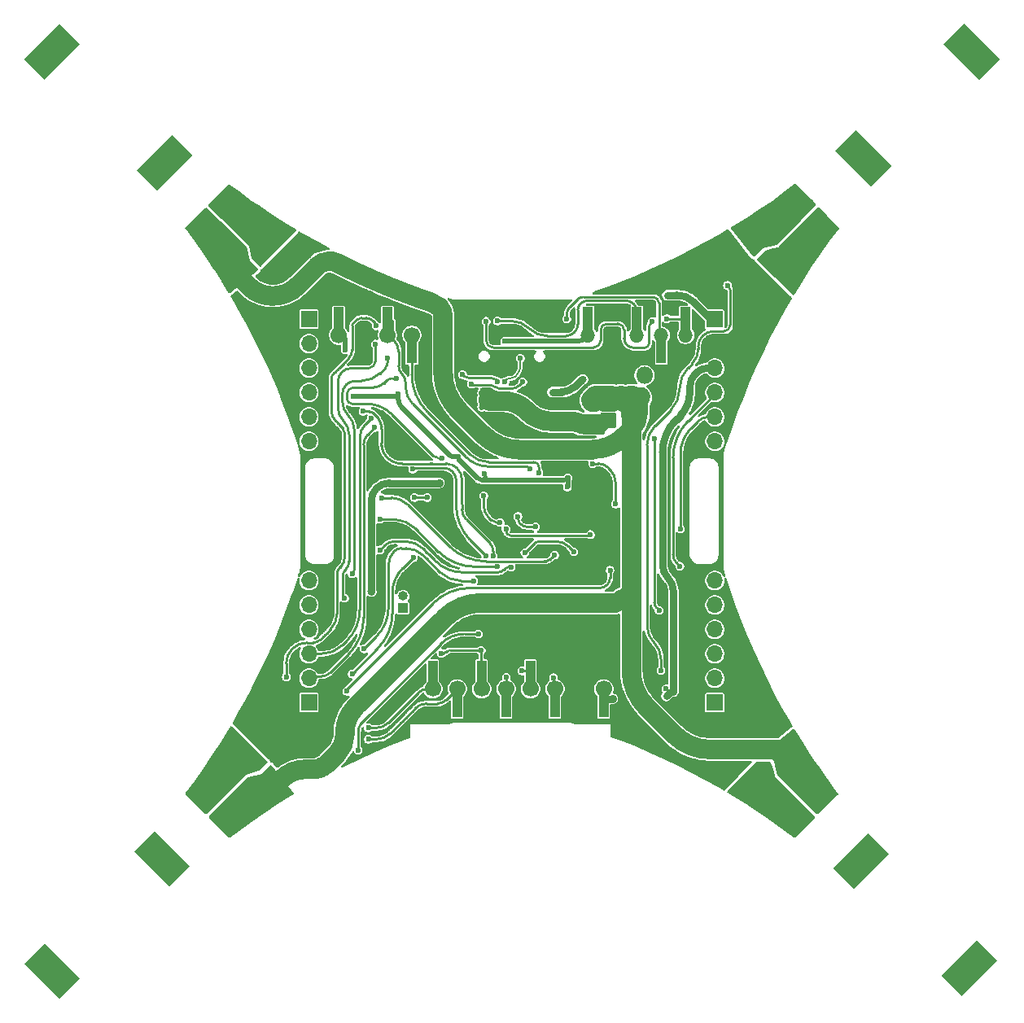
<source format=gbl>
G04 #@! TF.GenerationSoftware,KiCad,Pcbnew,9.0.0*
G04 #@! TF.CreationDate,2025-03-11T12:59:44+05:30*
G04 #@! TF.ProjectId,LiteWingV2.5C,4c697465-5769-46e6-9756-322e35432e6b,rev?*
G04 #@! TF.SameCoordinates,Original*
G04 #@! TF.FileFunction,Copper,L2,Bot*
G04 #@! TF.FilePolarity,Positive*
%FSLAX46Y46*%
G04 Gerber Fmt 4.6, Leading zero omitted, Abs format (unit mm)*
G04 Created by KiCad (PCBNEW 9.0.0) date 2025-03-11 12:59:44*
%MOMM*%
%LPD*%
G01*
G04 APERTURE LIST*
G04 Aperture macros list*
%AMRoundRect*
0 Rectangle with rounded corners*
0 $1 Rounding radius*
0 $2 $3 $4 $5 $6 $7 $8 $9 X,Y pos of 4 corners*
0 Add a 4 corners polygon primitive as box body*
4,1,4,$2,$3,$4,$5,$6,$7,$8,$9,$2,$3,0*
0 Add four circle primitives for the rounded corners*
1,1,$1+$1,$2,$3*
1,1,$1+$1,$4,$5*
1,1,$1+$1,$6,$7*
1,1,$1+$1,$8,$9*
0 Add four rect primitives between the rounded corners*
20,1,$1+$1,$2,$3,$4,$5,0*
20,1,$1+$1,$4,$5,$6,$7,0*
20,1,$1+$1,$6,$7,$8,$9,0*
20,1,$1+$1,$8,$9,$2,$3,0*%
%AMRotRect*
0 Rectangle, with rotation*
0 The origin of the aperture is its center*
0 $1 length*
0 $2 width*
0 $3 Rotation angle, in degrees counterclockwise*
0 Add horizontal line*
21,1,$1,$2,0,0,$3*%
G04 Aperture macros list end*
G04 #@! TA.AperFunction,NonConductor*
%ADD10C,0.000000*%
G04 #@! TD*
G04 #@! TA.AperFunction,ComponentPad*
%ADD11R,1.000000X1.000000*%
G04 #@! TD*
G04 #@! TA.AperFunction,ComponentPad*
%ADD12O,1.000000X1.000000*%
G04 #@! TD*
G04 #@! TA.AperFunction,SMDPad,CuDef*
%ADD13RoundRect,0.312500X-0.176777X0.795495X-0.795495X0.176777X0.176777X-0.795495X0.795495X-0.176777X0*%
G04 #@! TD*
G04 #@! TA.AperFunction,SMDPad,CuDef*
%ADD14RotRect,1.500000X2.000000X225.000000*%
G04 #@! TD*
G04 #@! TA.AperFunction,SMDPad,CuDef*
%ADD15RoundRect,0.312500X0.795495X0.176777X0.176777X0.795495X-0.795495X-0.176777X-0.176777X-0.795495X0*%
G04 #@! TD*
G04 #@! TA.AperFunction,SMDPad,CuDef*
%ADD16RotRect,1.500000X2.000000X135.000000*%
G04 #@! TD*
G04 #@! TA.AperFunction,SMDPad,CuDef*
%ADD17RoundRect,0.312500X0.176777X-0.795495X0.795495X-0.176777X-0.176777X0.795495X-0.795495X0.176777X0*%
G04 #@! TD*
G04 #@! TA.AperFunction,SMDPad,CuDef*
%ADD18RotRect,1.500000X2.000000X45.000000*%
G04 #@! TD*
G04 #@! TA.AperFunction,ComponentPad*
%ADD19R,1.700000X1.700000*%
G04 #@! TD*
G04 #@! TA.AperFunction,ComponentPad*
%ADD20O,1.700000X1.700000*%
G04 #@! TD*
G04 #@! TA.AperFunction,ComponentPad*
%ADD21O,1.000000X2.100000*%
G04 #@! TD*
G04 #@! TA.AperFunction,ComponentPad*
%ADD22O,1.000000X1.600000*%
G04 #@! TD*
G04 #@! TA.AperFunction,ComponentPad*
%ADD23O,1.800000X1.800000*%
G04 #@! TD*
G04 #@! TA.AperFunction,HeatsinkPad*
%ADD24C,0.600000*%
G04 #@! TD*
G04 #@! TA.AperFunction,SMDPad,CuDef*
%ADD25RoundRect,0.312500X-0.795495X-0.176777X-0.176777X-0.795495X0.795495X0.176777X0.176777X0.795495X0*%
G04 #@! TD*
G04 #@! TA.AperFunction,SMDPad,CuDef*
%ADD26RotRect,1.500000X2.000000X315.000000*%
G04 #@! TD*
G04 #@! TA.AperFunction,SMDPad,CuDef*
%ADD27C,1.700000*%
G04 #@! TD*
G04 #@! TA.AperFunction,SMDPad,CuDef*
%ADD28R,1.000000X2.510000*%
G04 #@! TD*
G04 #@! TA.AperFunction,SMDPad,CuDef*
%ADD29O,1.524000X1.524000*%
G04 #@! TD*
G04 #@! TA.AperFunction,ViaPad*
%ADD30C,0.600000*%
G04 #@! TD*
G04 #@! TA.AperFunction,Conductor*
%ADD31C,0.762000*%
G04 #@! TD*
G04 #@! TA.AperFunction,Conductor*
%ADD32C,0.508000*%
G04 #@! TD*
G04 #@! TA.AperFunction,Conductor*
%ADD33C,0.254000*%
G04 #@! TD*
G04 #@! TA.AperFunction,Conductor*
%ADD34C,2.032000*%
G04 #@! TD*
G04 #@! TA.AperFunction,Conductor*
%ADD35C,0.200000*%
G04 #@! TD*
G04 APERTURE END LIST*
D10*
G04 #@! TA.AperFunction,NonConductor*
G36*
X114159837Y-57178224D02*
G01*
X110494617Y-60842174D01*
X108372447Y-58720004D01*
X112033857Y-55061134D01*
X114159837Y-57178224D01*
G37*
G04 #@! TD.AperFunction*
G04 #@! TA.AperFunction,NonConductor*
G36*
X102456096Y-45599120D02*
G01*
X98790876Y-49263070D01*
X96668706Y-47140900D01*
X100330116Y-43482030D01*
X102456096Y-45599120D01*
G37*
G04 #@! TD.AperFunction*
G04 #@! TA.AperFunction,NonConductor*
G36*
X186829688Y-58228099D02*
G01*
X184707518Y-60350269D01*
X181042298Y-56686319D01*
X183168278Y-54569229D01*
X186829688Y-58228099D01*
G37*
G04 #@! TD.AperFunction*
G04 #@! TA.AperFunction,NonConductor*
G36*
X102466999Y-142759067D02*
G01*
X100344829Y-144881237D01*
X96685959Y-141219827D01*
X98803049Y-139093847D01*
X102466999Y-142759067D01*
G37*
G04 #@! TD.AperFunction*
G04 #@! TA.AperFunction,NonConductor*
G36*
X186572609Y-129829652D02*
G01*
X182911199Y-133488522D01*
X180785219Y-131371432D01*
X184450439Y-127707482D01*
X186572609Y-129829652D01*
G37*
G04 #@! TD.AperFunction*
G04 #@! TA.AperFunction,NonConductor*
G36*
X113889756Y-131104078D02*
G01*
X111767586Y-133226248D01*
X108108716Y-129564838D01*
X110225806Y-127438858D01*
X113889756Y-131104078D01*
G37*
G04 #@! TD.AperFunction*
G04 #@! TA.AperFunction,NonConductor*
G36*
X198085519Y-47144708D02*
G01*
X195963349Y-49266878D01*
X192298129Y-45602928D01*
X194424109Y-43485838D01*
X198085519Y-47144708D01*
G37*
G04 #@! TD.AperFunction*
G04 #@! TA.AperFunction,NonConductor*
G36*
X197886778Y-140926932D02*
G01*
X194225368Y-144585802D01*
X192099388Y-142468712D01*
X195764608Y-138804762D01*
X197886778Y-140926932D01*
G37*
G04 #@! TD.AperFunction*
D11*
G04 #@! TO.P,J14,1,Pin_1*
G04 #@! TO.N,/BUZ2*
X136061500Y-104255050D03*
D12*
G04 #@! TO.P,J14,2,Pin_2*
G04 #@! TO.N,/BUZ1*
X136061500Y-103004850D03*
G04 #@! TD*
D13*
G04 #@! TO.P,J8,1,Pin_1*
G04 #@! TO.N,+BATT*
X179133199Y-124391485D03*
D14*
G04 #@! TO.P,J8,2,Pin_2*
G04 #@! TO.N,Net-(D3-A)*
X177718985Y-125805699D03*
G04 #@! TD*
D15*
G04 #@! TO.P,J9,1,Pin_1*
G04 #@! TO.N,+BATT*
X117141500Y-125899000D03*
D16*
G04 #@! TO.P,J9,2,Pin_2*
G04 #@! TO.N,Net-(D4-A)*
X115727286Y-124484786D03*
G04 #@! TD*
D17*
G04 #@! TO.P,J10,1,Pin_1*
G04 #@! TO.N,+BATT*
X115546801Y-63924515D03*
D18*
G04 #@! TO.P,J10,2,Pin_2*
G04 #@! TO.N,Net-(D5-A)*
X116961015Y-62510301D03*
G04 #@! TD*
D19*
G04 #@! TO.P,J5,1,Pin_1*
G04 #@! TO.N,/IO1*
X126276500Y-114084000D03*
D20*
G04 #@! TO.P,J5,2,Pin_2*
G04 #@! TO.N,/TX*
X126276500Y-111544000D03*
G04 #@! TO.P,J5,3,Pin_3*
G04 #@! TO.N,/RX*
X126276500Y-109004000D03*
G04 #@! TO.P,J5,4,Pin_4*
G04 #@! TO.N,/IO48*
X126276500Y-106464000D03*
G04 #@! TO.P,J5,5,Pin_5*
G04 #@! TO.N,/SCL1*
X126276500Y-103924000D03*
G04 #@! TO.P,J5,6,Pin_6*
G04 #@! TO.N,/SDA1*
X126276500Y-101384000D03*
G04 #@! TD*
D19*
G04 #@! TO.P,J3,1,Pin_1*
G04 #@! TO.N,/IO15*
X168477500Y-114084000D03*
D20*
G04 #@! TO.P,J3,2,Pin_2*
G04 #@! TO.N,/IO16*
X168477500Y-111544000D03*
G04 #@! TO.P,J3,3,Pin_3*
G04 #@! TO.N,/IO17*
X168477500Y-109004000D03*
G04 #@! TO.P,J3,4,Pin_4*
G04 #@! TO.N,/IO18*
X168477500Y-106464000D03*
G04 #@! TO.P,J3,5,Pin_5*
G04 #@! TO.N,/IO19*
X168477500Y-103924000D03*
G04 #@! TO.P,J3,6,Pin_6*
G04 #@! TO.N,/IO20*
X168477500Y-101384000D03*
G04 #@! TD*
D19*
G04 #@! TO.P,J4,1,Pin_1*
G04 #@! TO.N,VBUS*
X168477500Y-74204000D03*
D20*
G04 #@! TO.P,J4,2,Pin_2*
G04 #@! TO.N,GND*
X168477500Y-76744000D03*
G04 #@! TO.P,J4,3,Pin_3*
G04 #@! TO.N,+3V3*
X168477500Y-79284000D03*
G04 #@! TO.P,J4,4,Pin_4*
G04 #@! TO.N,/IO13*
X168477500Y-81824000D03*
G04 #@! TO.P,J4,5,Pin_5*
G04 #@! TO.N,/SDA*
X168477500Y-84364000D03*
G04 #@! TO.P,J4,6,Pin_6*
G04 #@! TO.N,/SCL*
X168477500Y-86904000D03*
G04 #@! TD*
D19*
G04 #@! TO.P,J6,1,Pin_1*
G04 #@! TO.N,/CS*
X126276500Y-74204000D03*
D20*
G04 #@! TO.P,J6,2,Pin_2*
G04 #@! TO.N,/MOSI*
X126276500Y-76744000D03*
G04 #@! TO.P,J6,3,Pin_3*
G04 #@! TO.N,/CLK*
X126276500Y-79284000D03*
G04 #@! TO.P,J6,4,Pin_4*
G04 #@! TO.N,/MISO*
X126276500Y-81824000D03*
G04 #@! TO.P,J6,5,Pin_5*
G04 #@! TO.N,/BUZ1*
X126276500Y-84364000D03*
G04 #@! TO.P,J6,6,Pin_6*
G04 #@! TO.N,/BUZ2*
X126276500Y-86904000D03*
G04 #@! TD*
D21*
G04 #@! TO.P,J1,S1,SHIELD*
G04 #@! TO.N,GND*
X151697500Y-78589000D03*
D22*
X151697500Y-74409000D03*
D21*
X143057500Y-78589000D03*
D22*
X143057500Y-74409000D03*
G04 #@! TD*
D23*
G04 #@! TO.P,J2,1,Pin_1*
G04 #@! TO.N,+BATT*
X161158501Y-80045600D03*
G04 #@! TO.P,J2,2,Pin_2*
G04 #@! TO.N,GND*
X158656499Y-80045600D03*
G04 #@! TD*
D24*
G04 #@! TO.P,U8,41,GND*
G04 #@! TO.N,GND*
X150277500Y-107894000D03*
X150277500Y-106494000D03*
X149577500Y-108594000D03*
X149577500Y-107194000D03*
X149577500Y-105794000D03*
X148877500Y-107894000D03*
X148877500Y-106494000D03*
X148177500Y-108594000D03*
X148177500Y-107194000D03*
X148177500Y-105794000D03*
X147477500Y-107894000D03*
X147477500Y-106494000D03*
G04 #@! TD*
D25*
G04 #@! TO.P,J7,1,Pin_1*
G04 #@! TO.N,+BATT*
X177666078Y-62332208D03*
D26*
G04 #@! TO.P,J7,2,Pin_2*
G04 #@! TO.N,Net-(D2-A)*
X179080292Y-63746422D03*
G04 #@! TD*
D27*
G04 #@! TO.P,J11,1,Pin_1*
G04 #@! TO.N,+3V3*
X156930000Y-112656500D03*
D28*
X156930000Y-114311500D03*
G04 #@! TO.P,J11,2,Pin_2*
G04 #@! TO.N,GND*
X154390000Y-111001500D03*
D27*
X154390000Y-112656500D03*
G04 #@! TO.P,J11,3,Pin_3*
G04 #@! TO.N,/MOSI*
X151850000Y-112656500D03*
D28*
X151850000Y-114311500D03*
G04 #@! TO.P,J11,4,Pin_4*
G04 #@! TO.N,/CLK*
X149310000Y-111001501D03*
D27*
X149310000Y-112656500D03*
G04 #@! TO.P,J11,5,Pin_5*
G04 #@! TO.N,/MISO*
X146770000Y-112656500D03*
D28*
X146770000Y-114311500D03*
G04 #@! TO.P,J11,6,Pin_6*
G04 #@! TO.N,/CS*
X144230000Y-111001500D03*
D27*
X144230000Y-112656500D03*
G04 #@! TO.P,J11,7,Pin_7*
G04 #@! TO.N,Net-(J11-Pin_7)*
X141690000Y-112656500D03*
D28*
X141690000Y-114311500D03*
G04 #@! TO.P,J11,8,Pin_8*
G04 #@! TO.N,Net-(J11-Pin_8)*
X139150000Y-111001500D03*
D27*
X139150000Y-112656500D03*
G04 #@! TD*
D28*
G04 #@! TO.P,J13,1,Pin_1*
G04 #@! TO.N,+3V3*
X129347499Y-74214000D03*
D27*
X129347499Y-75869000D03*
D28*
G04 #@! TO.P,J13,2,Pin_2*
G04 #@! TO.N,GND*
X131887499Y-77524000D03*
D27*
X131887500Y-75869000D03*
D28*
G04 #@! TO.P,J13,3,Pin_3*
G04 #@! TO.N,/AUXSCL*
X134427499Y-74214000D03*
D27*
X134427499Y-75869000D03*
G04 #@! TO.P,J13,4,Pin_4*
G04 #@! TO.N,/AUXSDA*
X136967499Y-75869000D03*
D28*
X136967499Y-77524000D03*
G04 #@! TD*
D29*
G04 #@! TO.P,J12,1,Pin_1*
G04 #@! TO.N,+3V3*
X155289499Y-75869000D03*
D28*
X155289500Y-74214000D03*
D29*
G04 #@! TO.P,J12,2,Pin_2*
G04 #@! TO.N,GND*
X157829499Y-75869000D03*
D28*
X157829499Y-77524000D03*
D29*
G04 #@! TO.P,J12,3,Pin_3*
G04 #@! TO.N,/SCL1*
X160369498Y-75869000D03*
D28*
X160369499Y-74214000D03*
D29*
G04 #@! TO.P,J12,4,Pin_4*
G04 #@! TO.N,/SDA1*
X162909499Y-75869000D03*
D28*
X162909499Y-77524000D03*
G04 #@! TO.P,J12,5,Pin_5*
G04 #@! TO.N,Net-(J12-Pin_5)*
X165410499Y-74214000D03*
D29*
X165449499Y-75869000D03*
G04 #@! TD*
D30*
G04 #@! TO.N,GND*
X134421500Y-114545000D03*
X172859244Y-76483678D03*
X124599244Y-79023678D03*
X166114500Y-100607000D03*
X157448500Y-111143000D03*
X155084500Y-90731000D03*
X160256500Y-70412000D03*
X149999244Y-114583678D03*
X126112500Y-66408000D03*
X156146500Y-92001000D03*
X164843500Y-114642000D03*
X163596500Y-70127000D03*
X125063500Y-67835000D03*
X156693500Y-78656000D03*
X156887500Y-92585000D03*
X127714500Y-100731000D03*
X131344500Y-109089000D03*
X143633500Y-114583678D03*
X139463500Y-83559000D03*
X134665500Y-115143000D03*
X132091500Y-73213000D03*
X124328500Y-67205000D03*
X139912500Y-92694000D03*
X136519500Y-105318000D03*
X167167500Y-87897000D03*
X132083500Y-74957000D03*
X129090500Y-111582000D03*
X161995500Y-73317000D03*
X167214500Y-85840000D03*
X155114500Y-91633000D03*
X123074500Y-73994000D03*
X147650500Y-85809000D03*
X128517500Y-100698000D03*
X133691500Y-99181000D03*
X139912500Y-93443000D03*
X136844500Y-87320000D03*
X156178500Y-90112000D03*
X141892500Y-74567000D03*
X152539244Y-109503678D03*
X137769500Y-80498000D03*
X124599244Y-104423678D03*
X127624500Y-87931000D03*
X172859244Y-114583678D03*
X150080500Y-94459000D03*
X162537500Y-70555000D03*
X157403500Y-73337000D03*
X141042500Y-85236000D03*
X128367500Y-108025000D03*
X172859244Y-112043678D03*
X150319500Y-91692000D03*
X128488500Y-87949000D03*
X130875500Y-102663000D03*
X138517500Y-80474000D03*
X160159244Y-117123678D03*
X124599244Y-81563678D03*
X153700500Y-79050000D03*
X170319244Y-109503678D03*
X166889500Y-100607000D03*
X168775500Y-70958000D03*
X157505500Y-92565000D03*
X156162500Y-92699000D03*
X120815500Y-74056000D03*
X144292500Y-95527000D03*
X132112500Y-75786000D03*
X131821500Y-84558000D03*
X122059244Y-76483678D03*
X125587500Y-67205000D03*
X121898500Y-74025000D03*
X168180500Y-72000000D03*
X164864500Y-115360000D03*
X168161500Y-70647000D03*
X164410500Y-69760000D03*
X170319244Y-106963678D03*
X132755500Y-90909000D03*
X161498500Y-69984000D03*
X144919244Y-114583678D03*
X155134500Y-92443000D03*
X132743500Y-90242000D03*
X122059244Y-114583678D03*
X168794500Y-72390000D03*
X166967500Y-75158000D03*
X168161500Y-71330000D03*
X143048500Y-92838000D03*
X147273500Y-84928000D03*
X129921500Y-111619000D03*
X150395500Y-92368000D03*
X157256500Y-93163000D03*
X133679500Y-96025000D03*
X170319244Y-112043678D03*
X124599244Y-76483678D03*
X124599244Y-106963678D03*
X172859244Y-73943678D03*
X143363500Y-87614000D03*
X125420500Y-65925000D03*
X156605500Y-93163000D03*
X164843500Y-113945000D03*
X149470500Y-94481000D03*
X133704500Y-96958000D03*
X133766500Y-100852000D03*
X170319244Y-79023678D03*
X136530217Y-87945484D03*
X163790500Y-80692000D03*
X150215500Y-93704000D03*
X156162500Y-90747000D03*
X157702500Y-110474000D03*
X132097500Y-76687000D03*
X135173500Y-114423000D03*
X152539244Y-106963678D03*
X170319244Y-114583678D03*
X168794500Y-71646000D03*
X136183500Y-87301000D03*
X135815500Y-87890000D03*
X156535500Y-73337000D03*
X144613500Y-88370000D03*
X145401500Y-93703000D03*
X135411500Y-87301000D03*
X152701500Y-78527000D03*
X130913500Y-83613000D03*
X168180500Y-72688000D03*
X157619244Y-106963678D03*
X123824500Y-67751000D03*
X128979500Y-107518000D03*
X156146500Y-91382000D03*
X135806500Y-105335000D03*
X128494655Y-101397629D03*
X164736500Y-68579000D03*
X124599244Y-84103678D03*
X156049500Y-78656000D03*
X157465500Y-90987000D03*
X133728500Y-100064000D03*
X170319244Y-76483678D03*
X172859244Y-71403678D03*
X127714500Y-101412000D03*
X156774500Y-91000000D03*
X122059244Y-112043678D03*
X164954500Y-97715000D03*
X124475500Y-68339000D03*
X163061500Y-80963000D03*
X170319244Y-81563678D03*
X140052500Y-90337000D03*
X144515500Y-84247000D03*
X149383500Y-93805000D03*
X129830500Y-110719000D03*
X143982500Y-88060000D03*
X124853500Y-66555000D03*
X163860500Y-69068000D03*
G04 #@! TO.N,VBUS*
X163534500Y-71695000D03*
X151581000Y-81781500D03*
X154550500Y-80600000D03*
G04 #@! TO.N,+3V3*
X157883500Y-113675000D03*
X130842500Y-82210000D03*
X144512500Y-90265700D03*
X153194501Y-90686000D03*
X132759500Y-102554000D03*
X163047500Y-96898000D03*
X163393500Y-112660000D03*
X164168500Y-112930465D03*
X156929500Y-113696000D03*
X139812500Y-91251000D03*
X163046500Y-96202000D03*
X153147500Y-91661000D03*
X135573500Y-82010000D03*
X132731500Y-100290000D03*
X146624500Y-76484000D03*
X141781782Y-88528718D03*
X163438500Y-113405000D03*
X130045500Y-77363000D03*
G04 #@! TO.N,+BATT*
X175269083Y-65315326D03*
X119945535Y-122651069D03*
X177042452Y-122775582D03*
X157857500Y-82130000D03*
X120032500Y-69232000D03*
X114095401Y-64610951D03*
X170750217Y-64924005D03*
X179246500Y-124907000D03*
X156001500Y-82790000D03*
X159647500Y-82137000D03*
X172963318Y-63498477D03*
X175361056Y-120342931D03*
X117764578Y-65600297D03*
X121376500Y-122190000D03*
X156994500Y-82151000D03*
X179785020Y-122344814D03*
X176719862Y-60845046D03*
X178900542Y-121092633D03*
X174581639Y-119134740D03*
X173974157Y-66017006D03*
X122496166Y-121669735D03*
X157845500Y-81506000D03*
X156046500Y-82151000D03*
X178016065Y-119840452D03*
X176341120Y-64219428D03*
X175946553Y-121703545D03*
X156957500Y-81506000D03*
X117466366Y-69604479D03*
X115697411Y-67100116D03*
X122747044Y-124200568D03*
X177392968Y-61187864D03*
X116668679Y-64528260D03*
X116581889Y-68352297D03*
X157857500Y-82776000D03*
X172692771Y-67040399D03*
X117801460Y-124842865D03*
X175467681Y-61729523D03*
X114812934Y-65847935D03*
X118860477Y-66672334D03*
X156981500Y-82790000D03*
X171713837Y-66116353D03*
X156039500Y-81476000D03*
X176195501Y-117707534D03*
X178470711Y-62013611D03*
X119383403Y-68068325D03*
X180669500Y-123597000D03*
X118376500Y-70672000D03*
X120242681Y-125969522D03*
X117768541Y-127406480D03*
X159662500Y-82790000D03*
X118873498Y-123746967D03*
X158815500Y-82761000D03*
X123999225Y-123316091D03*
X178139303Y-123846636D03*
X180084079Y-124281244D03*
X177410346Y-63120808D03*
X158805500Y-82130000D03*
X117111882Y-126736766D03*
X116740123Y-125949121D03*
X115561478Y-63467889D03*
X123450832Y-122550069D03*
G04 #@! TO.N,/EN*
X137073500Y-89782000D03*
X144659500Y-98803900D03*
G04 #@! TO.N,Net-(D2-A)*
X175809135Y-67331354D03*
X176348290Y-70884819D03*
X178061500Y-64643000D03*
X177998500Y-67990000D03*
X180339500Y-65135000D03*
X179834033Y-63625475D03*
X179218828Y-66245067D03*
X173939806Y-68242361D03*
X176559500Y-66411000D03*
G04 #@! TO.N,Net-(D3-A)*
X176596500Y-124925000D03*
X173756500Y-122324000D03*
X176382500Y-127153000D03*
X174637568Y-125932672D03*
X171147703Y-123492015D03*
X177934758Y-125518765D03*
X175134500Y-123106000D03*
X172892635Y-124712343D03*
X172528656Y-121081244D03*
G04 #@! TO.N,Net-(D4-A)*
X119928139Y-118754061D03*
X115473843Y-121792865D03*
X115727286Y-124484786D03*
X116762383Y-123479949D03*
X119802500Y-120513000D03*
X118266221Y-121972479D03*
X114378858Y-123526601D03*
X118404227Y-117266889D03*
X116694171Y-120047933D03*
G04 #@! TO.N,Net-(D5-A)*
X116774500Y-62142000D03*
X118093500Y-63414000D03*
X120846500Y-66857000D03*
X121686598Y-67692448D03*
X124002500Y-65123000D03*
X119698500Y-64898000D03*
X122275608Y-63915288D03*
X120548716Y-62707577D03*
X117811655Y-60841922D03*
G04 #@! TO.N,+5V*
X144915500Y-81872000D03*
X155784500Y-85117000D03*
X144230500Y-81854000D03*
X155775500Y-85833000D03*
X156483500Y-84422000D03*
X144933500Y-83346000D03*
X156470500Y-85833000D03*
X146311500Y-82583000D03*
X144238500Y-83351000D03*
X155788500Y-84422000D03*
X145626500Y-83337000D03*
X156479500Y-85117000D03*
X144924500Y-82574000D03*
X155064500Y-85113000D03*
X144230500Y-82600000D03*
X145609500Y-82574000D03*
X155055500Y-85829000D03*
X155068500Y-84418000D03*
G04 #@! TO.N,Net-(IC1-~{CHRG})*
X158160500Y-93420000D03*
X155784500Y-89228700D03*
G04 #@! TO.N,/D-*
X146641500Y-80724000D03*
X148264500Y-78270000D03*
G04 #@! TO.N,Net-(J1-CC2)*
X142251259Y-79961865D03*
X145880500Y-80685000D03*
G04 #@! TO.N,Net-(J1-CC1)*
X148503500Y-80728000D03*
X143159500Y-80956000D03*
G04 #@! TO.N,/SDA*
X164909500Y-96010000D03*
G04 #@! TO.N,/SCL*
X149849200Y-95796000D03*
X147999500Y-94720000D03*
G04 #@! TO.N,/IO13*
X164845500Y-99887000D03*
X146772000Y-96037500D03*
X155555500Y-96600700D03*
G04 #@! TO.N,/IO48*
X143380500Y-101412000D03*
X132010500Y-108485000D03*
G04 #@! TO.N,/TX*
X133113500Y-85479000D03*
G04 #@! TO.N,/SCL1*
X133184500Y-76792000D03*
X145883500Y-74379000D03*
X129977500Y-103216000D03*
G04 #@! TO.N,/SDA1*
X130765500Y-100662000D03*
X134459500Y-78261000D03*
X153078500Y-74166000D03*
G04 #@! TO.N,/RX*
X132732500Y-84540000D03*
G04 #@! TO.N,/MISO*
X146805500Y-111464000D03*
G04 #@! TO.N,/CLK*
X148421500Y-110795000D03*
G04 #@! TO.N,/MOSI*
X151711500Y-111494000D03*
G04 #@! TO.N,/CS*
X140047500Y-108947000D03*
X138566500Y-92742000D03*
X144186500Y-108655000D03*
X137252500Y-92760000D03*
G04 #@! TO.N,/LED_GREEN*
X133818500Y-92769000D03*
X151828500Y-98738600D03*
G04 #@! TO.N,/LED_RED*
X133652500Y-95004000D03*
X145874500Y-99951000D03*
G04 #@! TO.N,/LED_BLUE*
X147272500Y-99962700D03*
X133667500Y-98210000D03*
G04 #@! TO.N,/MPU_INT*
X146149500Y-95338000D03*
X144446500Y-92580000D03*
G04 #@! TO.N,/IO0*
X137111500Y-99015000D03*
X130752500Y-111105000D03*
G04 #@! TO.N,/MOT_1*
X162890500Y-110733000D03*
X169791500Y-70673000D03*
G04 #@! TO.N,/MOT_3*
X131398500Y-119021000D03*
X153823500Y-98395000D03*
X148729500Y-98493000D03*
X143886500Y-106942000D03*
G04 #@! TO.N,/MOT_4*
X145416715Y-98803900D03*
X131881500Y-83773000D03*
G04 #@! TO.N,LDO_EN*
X135340500Y-80373000D03*
X140077500Y-88642000D03*
G04 #@! TO.N,/ADC_BAT*
X157591500Y-100314000D03*
X162681500Y-104490000D03*
X130229500Y-112899700D03*
X162179500Y-86589000D03*
G04 #@! TO.N,Net-(J12-Pin_5)*
X123905500Y-111399000D03*
X144693500Y-74420000D03*
X163496500Y-74148000D03*
X161975500Y-74423000D03*
X133240500Y-74875000D03*
G04 #@! TO.N,/AUXSDA*
X150194500Y-90150000D03*
G04 #@! TO.N,/AUXSCL*
X149251500Y-89724000D03*
G04 #@! TO.N,Net-(J11-Pin_7)*
X132466500Y-117889000D03*
G04 #@! TO.N,Net-(J11-Pin_8)*
X132454500Y-116723000D03*
G04 #@! TD*
D31*
G04 #@! TO.N,VBUS*
X168279000Y-74204000D02*
X168477500Y-74204000D01*
X164553000Y-71694999D02*
X163534500Y-71695000D01*
X167940139Y-74063639D02*
X166291688Y-72415188D01*
X154519368Y-80608131D02*
X153936750Y-81190750D01*
X151581000Y-81781500D02*
X152510553Y-81781500D01*
X151581000Y-81781500D02*
X151583320Y-81781500D01*
X154550500Y-80600000D02*
X154539000Y-80600000D01*
X154616000Y-80534500D02*
X154550500Y-80600000D01*
X154616000Y-80534500D02*
G75*
G02*
X154774130Y-80469013I158100J-158100D01*
G01*
X153936750Y-81190750D02*
G75*
G02*
X152510553Y-81781481I-1426150J1426150D01*
G01*
X164553000Y-71694999D02*
G75*
G02*
X166291694Y-72415182I0J-2458901D01*
G01*
X168279000Y-74204000D02*
G75*
G02*
X167940143Y-74063635I0J479200D01*
G01*
X154519368Y-80608131D02*
G75*
G02*
X154539000Y-80600010I19632J-19669D01*
G01*
D32*
G04 #@! TO.N,+3V3*
X130843326Y-82209364D02*
X130843603Y-82209249D01*
D31*
X163047500Y-96898000D02*
X163047000Y-96897500D01*
X132742500Y-93116867D02*
X132742500Y-100271221D01*
D33*
X144564000Y-90317200D02*
X144512500Y-90265700D01*
D32*
X144904150Y-90946000D02*
X152750653Y-90946000D01*
X154981999Y-76176500D02*
X155289499Y-75869000D01*
D33*
X144615500Y-90657350D02*
X144615500Y-90441531D01*
D32*
X130045500Y-76294237D02*
X129909118Y-76294237D01*
X146624500Y-76484000D02*
X154239628Y-76484000D01*
D31*
X165876500Y-81852000D02*
X165876500Y-81289850D01*
D32*
X129972500Y-76118000D02*
X129899500Y-76045000D01*
X141781782Y-88528718D02*
X141419000Y-88528718D01*
D31*
X139812500Y-91251000D02*
X134608367Y-91251000D01*
X156929500Y-113696000D02*
X157847650Y-113696000D01*
D32*
X141781782Y-88528718D02*
X141781782Y-88628500D01*
X144904150Y-90946000D02*
X144326850Y-90946000D01*
X130045500Y-77363000D02*
X130045500Y-76294237D01*
D31*
X164040767Y-112930465D02*
X164168500Y-112930465D01*
X163046500Y-88076112D02*
X163046500Y-96202000D01*
X132731500Y-100290000D02*
X132731500Y-102506201D01*
D32*
X135573500Y-82010000D02*
X135474000Y-82109500D01*
D31*
X139812500Y-91251000D02*
X139825750Y-91237750D01*
D32*
X130842750Y-82209750D02*
X130842500Y-82210000D01*
D31*
X167764500Y-79284000D02*
X168477500Y-79284000D01*
D32*
X130844860Y-82209000D02*
X135233785Y-82209000D01*
X129676299Y-76197800D02*
X129347499Y-75869000D01*
X144326850Y-90946000D02*
X144307500Y-90946000D01*
D31*
X132731500Y-100290000D02*
X132737000Y-100284500D01*
X157883500Y-113675000D02*
X157873000Y-113685500D01*
X166464000Y-79871500D02*
X166547332Y-79788167D01*
X163822714Y-113020785D02*
X163438500Y-113405000D01*
D32*
X153194501Y-91580764D02*
X153194501Y-90686000D01*
X153147500Y-91661000D02*
X153171000Y-91637499D01*
D31*
X163046500Y-96896292D02*
X163046500Y-96202000D01*
X163047500Y-99758333D02*
X163047500Y-96898000D01*
X164168500Y-102464666D02*
X164168500Y-112930465D01*
D32*
X135573500Y-82010000D02*
X135573500Y-82528000D01*
D31*
X164461500Y-84660000D02*
X164891500Y-84229999D01*
D32*
X153064501Y-90816000D02*
X153194501Y-90686000D01*
X143781711Y-90728211D02*
X141852338Y-88798838D01*
D31*
X132745500Y-102540000D02*
X132759500Y-102554000D01*
D32*
X140799692Y-88272192D02*
X135939781Y-83412281D01*
X153194501Y-91580764D02*
G75*
G02*
X153171011Y-91637510I-80201J-36D01*
G01*
X129676299Y-76197800D02*
G75*
G03*
X129909118Y-76294230I232801J232800D01*
G01*
X129972500Y-76118000D02*
G75*
G02*
X130045484Y-76294237I-176200J-176200D01*
G01*
X154981999Y-76176500D02*
G75*
G02*
X154239628Y-76484011I-742399J742400D01*
G01*
D31*
X167764500Y-79284000D02*
G75*
G03*
X166547340Y-79788175I0J-1721300D01*
G01*
X133289000Y-91797500D02*
G75*
G03*
X132742487Y-93116867I1319400J-1319400D01*
G01*
D32*
X135233785Y-82209000D02*
G75*
G03*
X135474004Y-82109504I15J339700D01*
G01*
D31*
X133289000Y-91797500D02*
G75*
G02*
X134608367Y-91250987I1319400J-1319400D01*
G01*
D33*
X144615500Y-90657350D02*
G75*
G03*
X144904150Y-90946000I288600J-50D01*
G01*
D32*
X144307500Y-90946000D02*
G75*
G02*
X143781706Y-90728216I0J743600D01*
G01*
D31*
X166464000Y-79871500D02*
G75*
G03*
X165876521Y-81289850I1418300J-1418300D01*
G01*
X132737000Y-100284500D02*
G75*
G03*
X132742509Y-100271221I-13300J13300D01*
G01*
X163046500Y-96896292D02*
G75*
G03*
X163046998Y-96897502I1700J-8D01*
G01*
X164891500Y-84229999D02*
G75*
G03*
X165876499Y-81852000I-2378000J2377999D01*
G01*
X163822714Y-113020785D02*
G75*
G02*
X164040767Y-112930430I218086J-218015D01*
G01*
D32*
X140799692Y-88272192D02*
G75*
G03*
X141419000Y-88528722I619308J619292D01*
G01*
D31*
X139825750Y-91237750D02*
G75*
G02*
X139851576Y-91222918I50050J-57250D01*
G01*
X163608000Y-101111500D02*
G75*
G02*
X163047486Y-99758333I1353200J1353200D01*
G01*
X157873000Y-113685500D02*
G75*
G02*
X157847650Y-113696021I-25400J25400D01*
G01*
X163608000Y-101111500D02*
G75*
G02*
X164168514Y-102464666I-1353200J-1353200D01*
G01*
D32*
X144615500Y-90657350D02*
G75*
G02*
X144326850Y-90946000I-288700J50D01*
G01*
X130842750Y-82209750D02*
G75*
G02*
X130843327Y-82209366I1250J-1250D01*
G01*
D33*
X144564000Y-90317200D02*
G75*
G02*
X144615487Y-90441531I-124300J-124300D01*
G01*
D32*
X135573500Y-82528000D02*
G75*
G03*
X135939773Y-83412289I1250600J0D01*
G01*
D31*
X164461500Y-84660000D02*
G75*
G03*
X163046505Y-88076112I3416100J-3416100D01*
G01*
X132731500Y-102506201D02*
G75*
G03*
X132745500Y-102540000I47800J1D01*
G01*
D32*
X130844860Y-82209000D02*
G75*
G03*
X130843609Y-82209263I40J-3300D01*
G01*
X153064501Y-90816000D02*
G75*
G02*
X152750653Y-90945952I-313801J313900D01*
G01*
X141781782Y-88628500D02*
G75*
G03*
X141852333Y-88798843I240918J0D01*
G01*
D34*
G04 #@! TO.N,+BATT*
X148198876Y-87773000D02*
X155645184Y-87773000D01*
X157864500Y-82783000D02*
X157857500Y-82776000D01*
X164216707Y-117379207D02*
X161394292Y-114556792D01*
X160500470Y-82350970D02*
X160523500Y-82374000D01*
X125087220Y-70719280D02*
X127166682Y-68639818D01*
X137802278Y-72037323D02*
X138182687Y-72173194D01*
X158951263Y-82787247D02*
X158815500Y-82761000D01*
X140363707Y-105300792D02*
X131071603Y-114592896D01*
X159800500Y-102141410D02*
X159800500Y-84220485D01*
X159662500Y-82127656D02*
X159662500Y-82790000D01*
X156087298Y-82130000D02*
X157835500Y-82130000D01*
X158805500Y-82130000D02*
X158654500Y-82130000D01*
X123472852Y-122006648D02*
X122179500Y-123300000D01*
X156001500Y-82790000D02*
X155704500Y-82790000D01*
X127368164Y-120940293D02*
X127675102Y-120776519D01*
X122524000Y-71780999D02*
X122445906Y-71781000D01*
X157211500Y-82130000D02*
X156587500Y-82130000D01*
X158629000Y-103499500D02*
X158836500Y-103292000D01*
X158919500Y-82775500D02*
X158815500Y-82761000D01*
X132983557Y-70129451D02*
X132983546Y-70129447D01*
X119003137Y-69743637D02*
X117836500Y-68577000D01*
X159788500Y-83898500D02*
X159788500Y-84191514D01*
X159662500Y-82790000D02*
X159128505Y-82790000D01*
X159800500Y-102141410D02*
X159800500Y-103094589D01*
X156001500Y-82790000D02*
X156001500Y-82196000D01*
X127746916Y-120738723D02*
X127782930Y-120720028D01*
X158396726Y-82236773D02*
X157857500Y-82776000D01*
X144351120Y-86179207D02*
X141824625Y-83652712D01*
X129172658Y-68346466D02*
X129847773Y-68677758D01*
X120016000Y-70774500D02*
X119015864Y-69774364D01*
X131407405Y-69421324D02*
X131407436Y-69421338D01*
X160001692Y-83383807D02*
X160523499Y-82861999D01*
X168064463Y-118973000D02*
X176280500Y-118973000D01*
X159004753Y-82779746D02*
X159647500Y-82137000D01*
X155617510Y-82579989D02*
X156046500Y-82151000D01*
X140230833Y-73883710D02*
X140230833Y-79804956D01*
X159797531Y-85641317D02*
X159094674Y-86344174D01*
X159647500Y-82137000D02*
X159640500Y-82130000D01*
X139860042Y-72988542D02*
X139814567Y-72943067D01*
X129124300Y-119496198D02*
X128222100Y-120398398D01*
X130026500Y-117318094D02*
X130026500Y-117115999D01*
X159967000Y-82130000D02*
X159660156Y-82130000D01*
X128242980Y-68194000D02*
X128761519Y-68194000D01*
X156981500Y-82790000D02*
X157861600Y-82790000D01*
X160523500Y-83888674D02*
X160523500Y-82862000D01*
X144211463Y-103707000D02*
X158128050Y-103707000D01*
X127003580Y-121033670D02*
X125821830Y-121033670D01*
X159800500Y-103094589D02*
X159800500Y-110709036D01*
X156053500Y-82144000D02*
X156039500Y-82158000D01*
X159797531Y-85641317D02*
G75*
G03*
X160523485Y-83888674I-1752631J1752617D01*
G01*
X140230833Y-73883710D02*
G75*
G03*
X139860042Y-72988542I-1265933J10D01*
G01*
X155645184Y-87773000D02*
G75*
G03*
X159094679Y-86344179I16J4878300D01*
G01*
X159658500Y-82126000D02*
G75*
G02*
X159662604Y-82127654I1700J-1700D01*
G01*
X128972813Y-68245576D02*
G75*
G03*
X128761519Y-68193992I-211313J-407024D01*
G01*
X160523500Y-82862000D02*
X160523499Y-82861999D01*
X161394292Y-114556792D02*
G75*
G02*
X159800489Y-110709036I3847808J3847792D01*
G01*
X128972813Y-68245576D02*
G75*
G03*
X129172658Y-68346467I4559687J8783476D01*
G01*
X128222100Y-120398398D02*
G75*
G02*
X127782930Y-120720029I-1260500J1260498D01*
G01*
X140363707Y-105300792D02*
G75*
G02*
X144211463Y-103706959I3847793J-3847708D01*
G01*
X125087220Y-70719280D02*
G75*
G02*
X122524000Y-71781012I-2563220J2563180D01*
G01*
X159794500Y-84206000D02*
G75*
G02*
X159788494Y-84191514I14500J14500D01*
G01*
X128242980Y-68194000D02*
G75*
G03*
X127166695Y-68639831I20J-1522100D01*
G01*
X134575265Y-70801705D02*
G75*
G03*
X136181777Y-71437771I28907035J70663705D01*
G01*
X131071603Y-114592896D02*
G75*
G03*
X130026497Y-117115999I2523097J-2523104D01*
G01*
X127675102Y-120776519D02*
G75*
G02*
X127746916Y-120738722I3357998J-6293081D01*
G01*
X119009500Y-69759000D02*
G75*
G03*
X119003131Y-69743643I-21700J0D01*
G01*
X157861600Y-82790000D02*
G75*
G03*
X157864499Y-82783001I0J4100D01*
G01*
X158629000Y-103499500D02*
G75*
G02*
X158128050Y-103707021I-501000J501000D01*
G01*
X134575265Y-70801705D02*
G75*
G02*
X132983557Y-70129451I28906135J70662005D01*
G01*
X144351120Y-86179207D02*
G75*
G03*
X148198876Y-87773002I3847780J3847807D01*
G01*
X140230833Y-79804956D02*
G75*
G03*
X141824600Y-83652737I5441567J-44D01*
G01*
X159658500Y-82126000D02*
G75*
G03*
X159660154Y-82130104I1700J-1700D01*
G01*
X160767500Y-82272931D02*
G75*
G02*
X160523491Y-82861991I-833100J31D01*
G01*
X159463500Y-102955000D02*
G75*
G03*
X159800504Y-102141410I-813600J813600D01*
G01*
X127368164Y-120940293D02*
G75*
G02*
X127003580Y-121033656I-364564J665093D01*
G01*
X156053500Y-82144000D02*
G75*
G02*
X156087298Y-82130000I33800J-33800D01*
G01*
X123472852Y-122006648D02*
G75*
G02*
X125821830Y-121033683I2348948J-2348952D01*
G01*
X164216707Y-117379207D02*
G75*
G03*
X168064463Y-118973011I3847793J3847807D01*
G01*
X136181777Y-71437771D02*
G75*
G03*
X137802278Y-72037323I27303923J71308771D01*
G01*
X139052599Y-72472846D02*
G75*
G02*
X138182687Y-72173193I12809101J38598146D01*
G01*
X158919500Y-82775500D02*
G75*
G03*
X159128505Y-82789997I209000J1499300D01*
G01*
X158396726Y-82236773D02*
G75*
G02*
X158654500Y-82129986I257774J-257727D01*
G01*
X122445906Y-71781000D02*
G75*
G02*
X120015998Y-70774502I-6J3436400D01*
G01*
X160767500Y-82272931D02*
G75*
G02*
X160523554Y-82373946I-142900J31D01*
G01*
X119009500Y-69759000D02*
G75*
G03*
X119015870Y-69774358I21700J0D01*
G01*
X160001692Y-83383807D02*
G75*
G03*
X159788504Y-83898500I514708J-514693D01*
G01*
X129124300Y-119496198D02*
G75*
G03*
X130026497Y-117318094I-2178100J2178098D01*
G01*
X158980000Y-82790000D02*
G75*
G03*
X159004752Y-82779745I0J35000D01*
G01*
X131407405Y-69421324D02*
G75*
G02*
X129847773Y-68677757I32076595J69288124D01*
G01*
X159800500Y-84220485D02*
G75*
G03*
X159794496Y-84206004I-20500J-15D01*
G01*
X160523499Y-82861999D02*
G75*
G03*
X160523499Y-82374001I-243999J243999D01*
G01*
X139052599Y-72472846D02*
G75*
G02*
X139814561Y-72943073I-611999J-1844154D01*
G01*
X158980000Y-82790000D02*
G75*
G02*
X158951263Y-82787248I0J151400D01*
G01*
X131407436Y-69421338D02*
G75*
G03*
X132983546Y-70129446I32077464J69290038D01*
G01*
X155704500Y-82790000D02*
G75*
G02*
X155617536Y-82580015I0J123000D01*
G01*
X159463500Y-102955000D02*
G75*
G02*
X159800524Y-103094589I139600J-139600D01*
G01*
X160500470Y-82350970D02*
G75*
G03*
X159967000Y-82129988I-533470J-533430D01*
G01*
D33*
G04 #@! TO.N,/EN*
X144656558Y-98803514D02*
X144655770Y-98803188D01*
X144659500Y-98803900D02*
X144658494Y-98803900D01*
X141577500Y-90967451D02*
X141577500Y-93537268D01*
X137073500Y-89782000D02*
X137141500Y-89850000D01*
X142965881Y-97114305D02*
X144652738Y-98801162D01*
X137244210Y-89682000D02*
X140292048Y-89682000D01*
X137123500Y-89732000D02*
X137073500Y-89782000D01*
X137244210Y-89682000D02*
G75*
G03*
X137123497Y-89731997I-10J-170700D01*
G01*
X142965881Y-97114305D02*
G75*
G02*
X141577501Y-93537268I3923219J3580705D01*
G01*
X144656558Y-98803514D02*
G75*
G03*
X144658494Y-98803898I1942J4714D01*
G01*
X140292048Y-89682000D02*
G75*
G02*
X141200986Y-90058514I-48J-1285500D01*
G01*
X144655770Y-98803188D02*
G75*
G02*
X144652742Y-98801158I3630J8688D01*
G01*
X141577500Y-90967451D02*
G75*
G03*
X141200986Y-90058514I-1285500J-49D01*
G01*
D34*
G04 #@! TO.N,+5V*
X148895405Y-83700905D02*
X148957700Y-83763200D01*
X146467900Y-82695400D02*
X145131742Y-82695400D01*
X151535597Y-84831000D02*
X153916267Y-84831000D01*
X155784500Y-85117000D02*
X154606732Y-85117000D01*
X144985200Y-82634700D02*
X144924500Y-82574000D01*
X154261500Y-84974000D02*
G75*
G03*
X154606732Y-85116987I345200J345200D01*
G01*
X146467900Y-82695400D02*
G75*
G02*
X148895403Y-83700907I0J-3433000D01*
G01*
X151535597Y-84831000D02*
G75*
G02*
X148957701Y-83763199I3J3645700D01*
G01*
X145131742Y-82695400D02*
G75*
G02*
X144985187Y-82634713I-42J207200D01*
G01*
X153916267Y-84831000D02*
G75*
G02*
X154261510Y-84973990I33J-488200D01*
G01*
D33*
G04 #@! TO.N,Net-(IC1-~{CHRG})*
X155784500Y-89228700D02*
X156380350Y-89228700D01*
X158160500Y-93420000D02*
X158160500Y-91250426D01*
X157568350Y-89820850D02*
X157397529Y-89650029D01*
X157568350Y-89820850D02*
G75*
G02*
X158160489Y-91250426I-1429550J-1429550D01*
G01*
X157397529Y-89650029D02*
G75*
G03*
X156380350Y-89228733I-1017129J-1017171D01*
G01*
D35*
G04 #@! TO.N,/D-*
X148264500Y-79035678D02*
X148264500Y-78270000D01*
X146693472Y-80525027D02*
X146737000Y-80481500D01*
X147700127Y-80159372D02*
X147869000Y-79990500D01*
X146641500Y-80650500D02*
X146641500Y-80724000D01*
X147153000Y-80386000D02*
X146967557Y-80386000D01*
X146737000Y-80481500D02*
G75*
G02*
X146967557Y-80385953I230600J-230500D01*
G01*
X147153000Y-80386000D02*
G75*
G03*
X147700137Y-80159382I0J773800D01*
G01*
X146641500Y-80650500D02*
G75*
G02*
X146693482Y-80525037I177400J0D01*
G01*
X148264500Y-79035678D02*
G75*
G02*
X147869006Y-79990506I-1350300J-22D01*
G01*
D33*
G04 #@! TO.N,Net-(J1-CC2)*
X145180586Y-80275000D02*
X142785813Y-80275000D01*
X145675500Y-80480000D02*
X145880500Y-80685000D01*
X142251259Y-79961865D02*
X142407826Y-80118432D01*
X145180586Y-80275000D02*
G75*
G02*
X145675504Y-80479996I14J-699900D01*
G01*
X142407826Y-80118432D02*
G75*
G03*
X142785813Y-80274977I377974J378032D01*
G01*
G04 #@! TO.N,Net-(J1-CC1)*
X143203500Y-81000000D02*
X143159500Y-80956000D01*
X146038910Y-81412700D02*
X147334643Y-81412700D01*
X145148789Y-81044000D02*
X143309725Y-81044000D01*
X148503500Y-80728000D02*
X148161150Y-81070350D01*
X145593850Y-81228350D02*
G75*
G03*
X146038910Y-81412696I445050J445050D01*
G01*
X145593850Y-81228350D02*
G75*
G03*
X145148789Y-81044004I-445050J-445050D01*
G01*
X147334643Y-81412700D02*
G75*
G03*
X148161137Y-81070337I-43J1168900D01*
G01*
X143203500Y-81000000D02*
G75*
G03*
X143309725Y-81043989I106200J106200D01*
G01*
G04 #@! TO.N,/SDA*
X166734123Y-84819376D02*
X166049500Y-85504000D01*
X167833500Y-84364000D02*
X168477500Y-84364000D01*
X164909500Y-88256203D02*
X164909500Y-96010000D01*
X164909500Y-88256203D02*
G75*
G02*
X166049499Y-85503999I3892200J3D01*
G01*
X166734123Y-84819376D02*
G75*
G02*
X167833500Y-84363984I1099377J-1099324D01*
G01*
G04 #@! TO.N,/SCL*
X147999500Y-94971000D02*
X147999500Y-94720000D01*
X148286500Y-95509000D02*
X148176983Y-95399483D01*
X149849200Y-95796000D02*
X148979379Y-95796000D01*
X147999500Y-94971000D02*
G75*
G03*
X148176976Y-95399490I606000J0D01*
G01*
X148979379Y-95796000D02*
G75*
G02*
X148286506Y-95508994I21J979900D01*
G01*
G04 #@! TO.N,/IO13*
X146913750Y-96567250D02*
X146909178Y-96562678D01*
X155555500Y-96600700D02*
X155501350Y-96654850D01*
X147255964Y-96709000D02*
X155370620Y-96709000D01*
X164845500Y-99887000D02*
X164494000Y-99535500D01*
X165736292Y-84757207D02*
X168409617Y-82083882D01*
X146772000Y-96231500D02*
X146772000Y-96037500D01*
X164142500Y-88604963D02*
X164142500Y-98686903D01*
X168477500Y-81920000D02*
X168477500Y-81824000D01*
X146772000Y-96231500D02*
G75*
G03*
X146909169Y-96562687I468400J0D01*
G01*
X155370620Y-96709000D02*
G75*
G03*
X155501344Y-96654844I-20J184900D01*
G01*
X164494000Y-99535500D02*
G75*
G02*
X164142498Y-98686903I848600J848600D01*
G01*
X146913750Y-96567250D02*
G75*
G03*
X147255964Y-96709015I342250J342250D01*
G01*
X168477500Y-81920000D02*
G75*
G02*
X168409625Y-82083890I-231800J0D01*
G01*
X164142500Y-88604963D02*
G75*
G02*
X165736321Y-84757236I5441500J-37D01*
G01*
G04 #@! TO.N,/IO48*
X138143517Y-98766017D02*
X138158114Y-98780614D01*
X138369779Y-98992279D02*
X138486560Y-99109060D01*
X138194608Y-98817108D02*
X138223803Y-98846303D01*
X134557500Y-100905141D02*
X134557500Y-99739205D01*
X138289492Y-98911992D02*
X138282193Y-98904693D01*
X135849839Y-98034000D02*
X136386500Y-98034000D01*
X138486560Y-99109060D02*
X139873443Y-100495943D01*
X138369779Y-98992279D02*
X138333285Y-98955785D01*
X134547800Y-104153557D02*
X134547800Y-100928558D01*
X138165413Y-98787913D02*
X138194608Y-98817108D01*
X138136219Y-98758719D02*
X138143517Y-98766017D01*
X138252998Y-98875498D02*
X138282193Y-98904693D01*
X138223803Y-98846303D02*
X138252998Y-98875498D01*
X138289492Y-98911992D02*
X138333285Y-98955785D01*
X133279150Y-107216350D02*
X132010500Y-108485000D01*
X138165413Y-98787913D02*
X138158114Y-98780614D01*
X142085000Y-101412000D02*
X143380500Y-101412000D01*
X134557500Y-100905141D02*
G75*
G02*
X134552638Y-100916838I-16600J41D01*
G01*
X133279150Y-107216350D02*
G75*
G03*
X134547753Y-104153557I-3062850J3062750D01*
G01*
X134552650Y-100916850D02*
G75*
G03*
X134547754Y-100928558I11650J-11750D01*
G01*
X138136219Y-98758719D02*
G75*
G03*
X136386500Y-98033992I-1749619J-1749581D01*
G01*
X134557500Y-99739205D02*
G75*
G02*
X135142508Y-98327008I1997000J5D01*
G01*
X139873443Y-100495943D02*
G75*
G03*
X142085000Y-101412004I2211557J2211543D01*
G01*
X135849839Y-98034000D02*
G75*
G03*
X135142481Y-98326981I-39J-1000300D01*
G01*
G04 #@! TO.N,/TX*
X131955500Y-91056779D02*
X131955500Y-91471133D01*
X131955500Y-87347320D02*
X131955500Y-87367051D01*
X131955500Y-87801137D02*
X131955500Y-87899793D01*
X131955500Y-89320437D02*
X131955500Y-89399361D01*
X131955500Y-90168875D02*
X131955500Y-90188607D01*
X131955500Y-87367051D02*
X131955500Y-87371984D01*
X131955500Y-91900286D02*
X131955500Y-92319573D01*
X131955500Y-87722212D02*
X131955500Y-87702480D01*
X131955500Y-87505169D02*
X131955500Y-87584093D01*
X131955500Y-88531189D02*
X131955500Y-88629845D01*
X131955500Y-90543769D02*
X131955500Y-90642425D01*
X131955500Y-88767962D02*
X131955500Y-88787693D01*
X131955500Y-87426245D02*
X131955500Y-87505169D01*
X131955500Y-87288127D02*
X131955500Y-87283194D01*
X131955500Y-87781406D02*
X131955500Y-87801137D01*
X131955500Y-92319573D02*
X131955500Y-93582368D01*
X131955500Y-87608757D02*
X131955500Y-87584093D01*
X131955500Y-87722212D02*
X131955500Y-87781406D01*
X131955500Y-87682749D02*
X131955500Y-87702480D01*
X131955500Y-88432533D02*
X131955500Y-88531189D01*
X128484147Y-110967352D02*
X130361707Y-109089792D01*
X132401965Y-86190534D02*
X133113500Y-85479000D01*
X131955500Y-88792626D02*
X131955500Y-88822223D01*
X131955500Y-89675596D02*
X131955500Y-89897572D01*
X131955500Y-90168875D02*
X131955500Y-90085018D01*
X131955500Y-91476066D02*
X131955500Y-91900286D01*
X131955500Y-87899793D02*
X131955500Y-87998449D01*
X131955500Y-88111902D02*
X131955500Y-88319079D01*
X131955500Y-90326726D02*
X131955500Y-90543769D01*
X131955500Y-87327589D02*
X131955500Y-87347320D01*
X131955500Y-88748231D02*
X131955500Y-88767962D01*
X131955500Y-89517747D02*
X131955500Y-89675596D01*
X131955500Y-88846887D02*
X131955500Y-88822223D01*
X126553000Y-111544000D02*
X126276500Y-111544000D01*
X131955500Y-87371984D02*
X131955500Y-87401581D01*
X131955500Y-88708769D02*
X131955500Y-88728500D01*
X131955500Y-87288127D02*
X131955500Y-87307858D01*
X131955500Y-90208339D02*
X131955500Y-90228071D01*
X131955500Y-88846887D02*
X131955500Y-88925812D01*
X131955500Y-89004737D02*
X131955500Y-89083662D01*
X131955500Y-88432533D02*
X131955500Y-88427600D01*
X131955500Y-88003381D02*
X131955500Y-88111902D01*
X131955500Y-89478285D02*
X131955500Y-89517747D01*
X131955500Y-87401581D02*
X131955500Y-87426245D01*
X131955500Y-87663018D02*
X131955500Y-87682749D01*
X131955500Y-91476066D02*
X131955500Y-91471133D01*
X131955500Y-88925812D02*
X131955500Y-89004737D01*
X131955500Y-89241513D02*
X131955500Y-89162587D01*
X131955500Y-87608757D02*
X131955500Y-87638354D01*
X131955500Y-89241513D02*
X131955500Y-89320437D01*
X127564015Y-111348484D02*
X127025014Y-111348484D01*
X131955500Y-87268397D02*
X131955500Y-87273329D01*
X131955500Y-87643287D02*
X131955500Y-87663018D01*
X131955500Y-88629845D02*
X131955500Y-88649576D01*
X131955500Y-88787693D02*
X131955500Y-88792626D01*
X131955500Y-87307858D02*
X131955500Y-87327589D01*
X131955500Y-88003381D02*
X131955500Y-87998449D01*
X131955500Y-90642425D02*
X131955500Y-91056779D01*
X131955500Y-88319079D02*
X131955500Y-88427600D01*
X131955500Y-88728500D02*
X131955500Y-88748231D01*
X131955500Y-88649576D02*
X131955500Y-88708769D01*
X131955500Y-87638354D02*
X131955500Y-87643287D01*
X131955500Y-105242036D02*
X131955500Y-93582368D01*
X131955500Y-89897572D02*
X131955500Y-90085018D01*
X131955500Y-90326726D02*
X131955500Y-90228071D01*
X131955500Y-90188607D02*
X131955500Y-90208339D01*
X131955500Y-89083662D02*
X131955500Y-89162587D01*
X131955500Y-87273329D02*
X131955500Y-87283194D01*
X131955500Y-89399361D02*
X131955500Y-89478285D01*
X132401965Y-86190534D02*
G75*
G03*
X131955489Y-87268397I1077835J-1077866D01*
G01*
X131955500Y-105242036D02*
G75*
G02*
X130361700Y-109089785I-5441600J36D01*
G01*
X126553000Y-111544000D02*
G75*
G03*
X127025009Y-111348479I0J667500D01*
G01*
X128484147Y-110967352D02*
G75*
G02*
X127564015Y-111348488I-920147J920152D01*
G01*
G04 #@! TO.N,/SCL1*
X132436787Y-79300000D02*
X130676206Y-79300000D01*
X145883500Y-74379000D02*
X147281534Y-74379000D01*
X133184500Y-76792000D02*
X133184500Y-78552287D01*
X130438500Y-86179122D02*
X130438500Y-99401622D01*
X154235500Y-73256798D02*
X154235500Y-74710297D01*
X130111150Y-100191915D02*
X129979409Y-100323650D01*
X153009797Y-75936000D02*
X151040465Y-75936000D01*
X155217598Y-72274700D02*
X159245712Y-72274700D01*
X129880650Y-103119150D02*
X129977500Y-103216000D01*
X160369499Y-73398486D02*
X160369499Y-74214000D01*
X129783800Y-102885333D02*
X129783800Y-100795876D01*
X129281500Y-80694706D02*
X129281500Y-83385877D01*
X133184500Y-78552287D02*
G75*
G02*
X132965504Y-79081004I-747700J-13D01*
G01*
X129783800Y-100795876D02*
G75*
G02*
X129979424Y-100323665I667800J-24D01*
G01*
X129860000Y-84782500D02*
G75*
G02*
X129281509Y-83385877I1396600J1396600D01*
G01*
X154235500Y-73256798D02*
G75*
G02*
X154523150Y-72562350I982100J-2D01*
G01*
X153876500Y-75577000D02*
G75*
G03*
X154235499Y-74710297I-866700J866700D01*
G01*
X160040349Y-72603849D02*
G75*
G02*
X160369505Y-73398486I-794649J-794651D01*
G01*
X155217598Y-72274700D02*
G75*
G03*
X154523150Y-72562350I2J-982100D01*
G01*
X132436787Y-79300000D02*
G75*
G03*
X132965504Y-79081004I13J747700D01*
G01*
X147281534Y-74379000D02*
G75*
G02*
X149160990Y-75157510I-34J-2658000D01*
G01*
X151040465Y-75936000D02*
G75*
G02*
X149161010Y-75157490I35J2658000D01*
G01*
X153009797Y-75936000D02*
G75*
G03*
X153876501Y-75577001I3J1225700D01*
G01*
X160040349Y-72603849D02*
G75*
G03*
X159245712Y-72274695I-794649J-794651D01*
G01*
X130111150Y-100191915D02*
G75*
G03*
X130438499Y-99401622I-790350J790315D01*
G01*
X129690000Y-79708500D02*
G75*
G02*
X130676206Y-79300003I986200J-986200D01*
G01*
X129281500Y-80694706D02*
G75*
G02*
X129689998Y-79708498I1394700J6D01*
G01*
X129783800Y-102885333D02*
G75*
G03*
X129880660Y-103119140I330700J33D01*
G01*
X129860000Y-84782500D02*
G75*
G02*
X130438491Y-86179122I-1396600J-1396600D01*
G01*
G04 #@! TO.N,/SDA1*
X130872500Y-100555000D02*
X130765500Y-100662000D01*
X162046027Y-71880999D02*
X154823860Y-71880999D01*
X134459500Y-78261000D02*
X134459500Y-78643500D01*
X162673500Y-75466124D02*
X162673500Y-72508472D01*
X130979500Y-100296679D02*
X130979500Y-85706176D01*
X129730500Y-81996342D02*
X129730500Y-82690823D01*
X162791499Y-75751000D02*
X162909499Y-75869000D01*
X153078500Y-73714000D02*
X153078500Y-74166000D01*
X133663999Y-79821499D02*
X134189031Y-79296468D01*
X131109842Y-80617000D02*
X131743493Y-80617000D01*
X154244718Y-72095781D02*
X153398112Y-72942387D01*
X130134500Y-81021000D02*
G75*
G02*
X131109842Y-80617018I975300J-975300D01*
G01*
X130134500Y-81021000D02*
G75*
G03*
X129730518Y-81996342I975300J-975300D01*
G01*
X134459500Y-78643500D02*
G75*
G02*
X134189024Y-79296461I-923400J0D01*
G01*
X130355000Y-84198500D02*
G75*
G02*
X129730490Y-82690823I1507700J1507700D01*
G01*
X162673500Y-72508472D02*
G75*
G03*
X162489709Y-72064790I-627500J-28D01*
G01*
X130355000Y-84198500D02*
G75*
G02*
X130979510Y-85706176I-1507700J-1507700D01*
G01*
X162046027Y-71880999D02*
G75*
G02*
X162489710Y-72064789I-27J-627501D01*
G01*
X130872500Y-100555000D02*
G75*
G03*
X130979491Y-100296679I-258300J258300D01*
G01*
X133663999Y-79821499D02*
G75*
G02*
X131743493Y-80616996I-1920499J1920499D01*
G01*
X153078500Y-73714000D02*
G75*
G02*
X153398118Y-72942393I1091200J0D01*
G01*
X154244718Y-72095781D02*
G75*
G02*
X154510758Y-71931578I479782J-479719D01*
G01*
X162673500Y-75466124D02*
G75*
G03*
X162791506Y-75750993I402900J24D01*
G01*
X154823860Y-71880999D02*
G75*
G03*
X154510768Y-71931609I40J-994001D01*
G01*
G04 #@! TO.N,/RX*
X131550500Y-104423832D02*
X131550500Y-86557800D01*
X129783556Y-108087943D02*
X130209000Y-107662500D01*
X127572000Y-109004000D02*
X126276500Y-109004000D01*
X132141500Y-85131000D02*
X132732500Y-84540000D01*
X132141500Y-85131000D02*
G75*
G03*
X131550500Y-86557800I1426800J-1426800D01*
G01*
X131550500Y-104423832D02*
G75*
G02*
X130208990Y-107662490I-4580200J32D01*
G01*
X127572000Y-109004000D02*
G75*
G03*
X129783554Y-108087941I0J3127600D01*
G01*
G04 #@! TO.N,/MISO*
X146805500Y-112595897D02*
X146805500Y-111464000D01*
X146787750Y-112638750D02*
X146770000Y-112656500D01*
X146805500Y-112595897D02*
G75*
G02*
X146787751Y-112638751I-60600J-3D01*
G01*
G04 #@! TO.N,/CLK*
X149206749Y-110898250D02*
X149310000Y-111001501D01*
X148421500Y-110795000D02*
X148957480Y-110795000D01*
X149206749Y-110898250D02*
G75*
G03*
X148957480Y-110795008I-249249J-249250D01*
G01*
G04 #@! TO.N,/MOSI*
X151780750Y-112587250D02*
X151850000Y-112656500D01*
X151711500Y-112420065D02*
X151711500Y-111494000D01*
X151711500Y-112420065D02*
G75*
G03*
X151780740Y-112587260I236400J-35D01*
G01*
G04 #@! TO.N,/CS*
X140574032Y-108809467D02*
X140582500Y-108801000D01*
X137252500Y-92760000D02*
X137261500Y-92751000D01*
X140934975Y-108655000D02*
X144186500Y-108655000D01*
X138566500Y-92742000D02*
X137283227Y-92742000D01*
X140047500Y-108947000D02*
X140242000Y-108947000D01*
X144208250Y-110979750D02*
X144230000Y-111001500D01*
X144186500Y-110927240D02*
X144186500Y-108655000D01*
X140934975Y-108655000D02*
G75*
G03*
X140582507Y-108801007I25J-498500D01*
G01*
X137283227Y-92742000D02*
G75*
G03*
X137261492Y-92750992I-27J-30700D01*
G01*
X144208250Y-110979750D02*
G75*
G02*
X144186483Y-110927240I52550J52550D01*
G01*
X140574032Y-108809467D02*
G75*
G02*
X140242000Y-108946989I-332032J332067D01*
G01*
G04 #@! TO.N,/LED_GREEN*
X133818500Y-92769000D02*
X134817092Y-92769000D01*
X144684648Y-99384000D02*
X150800124Y-99384000D01*
X151828500Y-98738600D02*
X151538805Y-99028294D01*
X151328406Y-99204876D02*
X151374248Y-99174244D01*
X150924721Y-99372098D02*
X150823215Y-99392291D01*
X140836892Y-97790207D02*
X136521796Y-93475111D01*
X150924721Y-99372098D02*
G75*
G03*
X151134797Y-99308366I-218521J1098398D01*
G01*
X151459957Y-99105449D02*
G75*
G02*
X151374247Y-99174242I-435857J455249D01*
G01*
X134817092Y-92769000D02*
G75*
G02*
X136521797Y-93475110I8J-2410800D01*
G01*
X150811735Y-99388809D02*
G75*
G03*
X150823209Y-99392260I8965J9009D01*
G01*
X151328406Y-99204876D02*
G75*
G02*
X151134797Y-99308366I-622206J931176D01*
G01*
X151459957Y-99105449D02*
G75*
G03*
X151538804Y-99028293I-3521557J3677649D01*
G01*
X150800124Y-99384000D02*
G75*
G02*
X150811719Y-99388825I-24J-16400D01*
G01*
X140836892Y-97790207D02*
G75*
G03*
X144684648Y-99384022I3847808J3847807D01*
G01*
G04 #@! TO.N,/LED_RED*
X137311154Y-95959654D02*
X139708707Y-98357207D01*
X145874500Y-99951000D02*
X143556463Y-99951000D01*
X133652500Y-95004000D02*
X135004000Y-95004000D01*
X139708707Y-98357207D02*
G75*
G03*
X143556463Y-99951011I3847793J3847807D01*
G01*
X137311154Y-95959654D02*
G75*
G03*
X135004000Y-95003997I-2307154J-2307146D01*
G01*
G04 #@! TO.N,/LED_BLUE*
X139025937Y-98944702D02*
X139147364Y-99066129D01*
X138214578Y-98133343D02*
X138290274Y-98209039D01*
X139147364Y-99066129D02*
X139268791Y-99187556D01*
X139450934Y-99369700D02*
X139435755Y-99354521D01*
X138448963Y-98367728D02*
X138539252Y-98458017D01*
X139375041Y-99293806D02*
X139405398Y-99324164D01*
X142250697Y-100529400D02*
X145932710Y-100529400D01*
X138176730Y-98095495D02*
X138214578Y-98133343D01*
X134119000Y-97758500D02*
X133667500Y-98210000D01*
X146532793Y-100280840D02*
X146701889Y-100111745D01*
X138904510Y-98823275D02*
X139025937Y-98944702D01*
X138358674Y-98277439D02*
X138448963Y-98367728D01*
X138729666Y-98648431D02*
X138539252Y-98458017D01*
X139344684Y-99263449D02*
X139375041Y-99293806D01*
X139314327Y-99233092D02*
X139344684Y-99263449D01*
X139314327Y-99233092D02*
X139268791Y-99187556D01*
X138805753Y-98724518D02*
X138881840Y-98800605D01*
X135209017Y-97307000D02*
X136273132Y-97307000D01*
X138881840Y-98800605D02*
X138904510Y-98823275D01*
X147061717Y-99962700D02*
X147272500Y-99962700D01*
X139405398Y-99324164D02*
X139435755Y-99354521D01*
X138729666Y-98648431D02*
X138805753Y-98724518D01*
X138290274Y-98209039D02*
X138358674Y-98277439D01*
X135209017Y-97307000D02*
G75*
G03*
X134118995Y-97758495I-17J-1541500D01*
G01*
X146532793Y-100280840D02*
G75*
G02*
X145932710Y-100529422I-600093J600040D01*
G01*
X147061717Y-99962700D02*
G75*
G03*
X146701875Y-100111731I-17J-508900D01*
G01*
X138176730Y-98095495D02*
G75*
G03*
X136273132Y-97306978I-1903630J-1903605D01*
G01*
X139450934Y-99369700D02*
G75*
G03*
X142250697Y-100529391I2799766J2799800D01*
G01*
G04 #@! TO.N,/MPU_INT*
X145809000Y-95338000D02*
X146149500Y-95338000D01*
X144446500Y-93593336D02*
X144446500Y-92580000D01*
X145227730Y-95097230D02*
X144957500Y-94827000D01*
X144446500Y-93593336D02*
G75*
G03*
X144957511Y-94826989I1744700J36D01*
G01*
X145809000Y-95338000D02*
G75*
G02*
X145227738Y-95097222I0J822000D01*
G01*
G04 #@! TO.N,/IO0*
X134941500Y-102719421D02*
X134941500Y-104817710D01*
X136026500Y-100100000D02*
X137111500Y-99015000D01*
X130752500Y-111105000D02*
X133457785Y-108399714D01*
X133457785Y-108399714D02*
G75*
G03*
X134941512Y-104817710I-3581985J3582014D01*
G01*
X136026500Y-100100000D02*
G75*
G03*
X134941509Y-102719421I2619400J-2619400D01*
G01*
G04 #@! TO.N,/MOT_1*
X162876500Y-109575638D02*
X162876500Y-110699953D01*
X166124335Y-78830163D02*
X165735153Y-79219346D01*
X161438500Y-87270580D02*
X161438500Y-106103999D01*
X166762500Y-77289500D02*
X166762500Y-77047437D01*
X163893846Y-83664652D02*
X162252081Y-85306419D01*
X162881605Y-110721427D02*
X162879999Y-110717550D01*
X162887000Y-110729500D02*
X162890500Y-110733000D01*
X170080500Y-74800885D02*
X170080500Y-71166354D01*
X168356937Y-75453000D02*
X169428385Y-75453000D01*
X169936000Y-70817500D02*
X169791500Y-70673000D01*
X166762500Y-77289500D02*
G75*
G02*
X166124330Y-78830158I-2178800J0D01*
G01*
X162881605Y-110721427D02*
G75*
G03*
X162887000Y-110729500I22995J9527D01*
G01*
X167229500Y-75920000D02*
G75*
G03*
X166762516Y-77047437I1127400J-1127400D01*
G01*
X161438500Y-87270580D02*
G75*
G02*
X162252100Y-85306438I2777700J-20D01*
G01*
X164814500Y-81442000D02*
G75*
G02*
X165735155Y-79219348I3143300J0D01*
G01*
X162876500Y-109575638D02*
G75*
G03*
X162157515Y-107839804I-2454800J38D01*
G01*
X161438500Y-106103999D02*
G75*
G03*
X162157504Y-107839815I2454800J-1D01*
G01*
X169889500Y-75262000D02*
G75*
G02*
X169428385Y-75452994I-461100J461100D01*
G01*
X163893846Y-83664652D02*
G75*
G03*
X164814500Y-81442000I-2222646J2222652D01*
G01*
X167229500Y-75920000D02*
G75*
G02*
X168356937Y-75453016I1127400J-1127400D01*
G01*
X162879999Y-110717550D02*
G75*
G02*
X162876518Y-110699953I42501J17550D01*
G01*
X170080500Y-71166354D02*
G75*
G03*
X169935986Y-70817514I-493400J-46D01*
G01*
X170080500Y-74800885D02*
G75*
G02*
X169889504Y-75262004I-652100J-15D01*
G01*
G04 #@! TO.N,/MOT_3*
X151265095Y-97323000D02*
X151264758Y-97323000D01*
X150397147Y-97323000D02*
X150397394Y-97323000D01*
X151087391Y-97323000D02*
X151083908Y-97323000D01*
X150696531Y-97323000D02*
X150696453Y-97323000D01*
X150571989Y-97323000D02*
X150571841Y-97323000D01*
X151343273Y-97323000D02*
X151342615Y-97323000D01*
X151401257Y-97323000D02*
X151400640Y-97323000D01*
X150284834Y-97323000D02*
X150284367Y-97323000D01*
X150743922Y-97323000D02*
X150743866Y-97323000D01*
X151990447Y-97323000D02*
X151990190Y-97323000D01*
X150176604Y-97323000D02*
X150176560Y-97323000D01*
X150731256Y-97323000D02*
X150731404Y-97323000D01*
X150657197Y-97323000D02*
X150656584Y-97323000D01*
X150548941Y-97323000D02*
X150549072Y-97323000D01*
X150571841Y-97323000D02*
X150571689Y-97323000D01*
X151040519Y-97323000D02*
X151040338Y-97323000D01*
X150711883Y-97323000D02*
X150711847Y-97323000D01*
X150756447Y-97323000D02*
X150755689Y-97323000D01*
X150275736Y-97323000D02*
X150275109Y-97323000D01*
X150173950Y-97323000D02*
X150173857Y-97323000D01*
X150761522Y-97323000D02*
X150760968Y-97323000D01*
X151934278Y-97323000D02*
X151933456Y-97323000D01*
X150568828Y-97323000D02*
X150568853Y-97323000D01*
X151176062Y-97323000D02*
X151175607Y-97323000D01*
X151145109Y-97323000D02*
X151146338Y-97323000D01*
X150139123Y-97323000D02*
X150139094Y-97323000D01*
X150142170Y-97323000D02*
X150142097Y-97323000D01*
X150699879Y-97323000D02*
X150699500Y-97323000D01*
X151129229Y-97323000D02*
X151129109Y-97323000D01*
X151636682Y-97323000D02*
X151636842Y-97323000D01*
X150999620Y-97323000D02*
X150999569Y-97323000D01*
X150707960Y-97323000D02*
X150707938Y-97323000D01*
X151297215Y-97323000D02*
X151297143Y-97323000D01*
X150346806Y-97323000D02*
X150346718Y-97323000D01*
X150148220Y-97323000D02*
X150148067Y-97323000D01*
X151126556Y-97323000D02*
X151126390Y-97323000D01*
X150643399Y-97323000D02*
X150643864Y-97323000D01*
X150730191Y-97323000D02*
X150730133Y-97323000D01*
X151469766Y-97323000D02*
X151468261Y-97323000D01*
X151263283Y-97323000D02*
X151263589Y-97323000D01*
X151216801Y-97323000D02*
X151216717Y-97323000D01*
X150574035Y-97323000D02*
X150573998Y-97323000D01*
X150151296Y-97323000D02*
X150151244Y-97323000D01*
X150711970Y-97323000D02*
X150711941Y-97323000D01*
X151376850Y-97323000D02*
X151377649Y-97323000D01*
X150582287Y-97323000D02*
X150582258Y-97323000D01*
X150855526Y-97323000D02*
X150855474Y-97323000D01*
X150648040Y-97323000D02*
X150647967Y-97323000D01*
X151056551Y-97323000D02*
X151055968Y-97323000D01*
X150710711Y-97323000D02*
X150710556Y-97323000D01*
X150421900Y-97323000D02*
X150421868Y-97323000D01*
X150758497Y-97323000D02*
X150758963Y-97323000D01*
X150441227Y-97323000D02*
X150441088Y-97323000D01*
X150584408Y-97323000D02*
X150584333Y-97323000D01*
X150977477Y-97323000D02*
X150977513Y-97323000D01*
X150643107Y-97323000D02*
X150642961Y-97323000D01*
X150572686Y-97323000D02*
X150572620Y-97323000D01*
X151011356Y-97323000D02*
X151011312Y-97323000D01*
X150730898Y-97323000D02*
X150730824Y-97323000D01*
X150396170Y-97323000D02*
X150394828Y-97323000D01*
X150752508Y-97323000D02*
X150752392Y-97323000D01*
X150756447Y-97323000D02*
X150756738Y-97323000D01*
X150205729Y-97323000D02*
X150205602Y-97323000D01*
X151295765Y-97323000D02*
X151295700Y-97323000D01*
X150482949Y-97323000D02*
X150481272Y-97323000D01*
X150208834Y-97323000D02*
X150208792Y-97323000D01*
X150153493Y-97323000D02*
X150153203Y-97323000D01*
X150532678Y-97323000D02*
X150533231Y-97323000D01*
X150245482Y-97323000D02*
X150245172Y-97323000D01*
X150978410Y-97323000D02*
X150978351Y-97323000D01*
X150762485Y-97323000D02*
X150762361Y-97323000D01*
X151634045Y-97323000D02*
X151631408Y-97323000D01*
X150420136Y-97323000D02*
X150420115Y-97323000D01*
X150400268Y-97323000D02*
X150400064Y-97323000D01*
X150406898Y-97323000D02*
X150406910Y-97323000D01*
X150559980Y-97323000D02*
X150559623Y-97323000D01*
X150977615Y-97323000D02*
X150977513Y-97323000D01*
X150700608Y-97323000D02*
X150700433Y-97323000D01*
X150982983Y-97323000D02*
X150983282Y-97323000D01*
X150554937Y-97323000D02*
X150556163Y-97323000D01*
X150596599Y-97323000D02*
X150596847Y-97323000D01*
X150695612Y-97323000D02*
X150695451Y-97323000D01*
X151501034Y-97323000D02*
X151500658Y-97323000D01*
X150160507Y-97323000D02*
X150159734Y-97323000D01*
X151392805Y-97323000D02*
X151392642Y-97323000D01*
X150703188Y-97323000D02*
X150703276Y-97323000D01*
X151001286Y-97323000D02*
X151000994Y-97323000D01*
X150615565Y-97323000D02*
X150614238Y-97323000D01*
X150286209Y-97323000D02*
X150286121Y-97323000D01*
X150249416Y-97323000D02*
X150249400Y-97323000D01*
X150431469Y-97323000D02*
X150431338Y-97323000D01*
X150819092Y-97323000D02*
X150820959Y-97323000D01*
X150177304Y-97323000D02*
X150177261Y-97323000D01*
X150262446Y-97323000D02*
X150262300Y-97323000D01*
X150153783Y-97323000D02*
X150153493Y-97323000D01*
X150227667Y-97323000D02*
X150226937Y-97323000D01*
X151122175Y-97323000D02*
X151120849Y-97323000D01*
X151989523Y-97323000D02*
X151989510Y-97323000D01*
X150252656Y-97323000D02*
X150252437Y-97323000D01*
X151257534Y-97323000D02*
X151256134Y-97323000D01*
X150568145Y-97323000D02*
X150568108Y-97323000D01*
X151303293Y-97323000D02*
X151302735Y-97323000D01*
X150353748Y-97323000D02*
X150353726Y-97323000D01*
X151989676Y-97323000D02*
X151989728Y-97323000D01*
X151992297Y-97323000D02*
X151992348Y-97323000D01*
X150419993Y-97323000D02*
X150419956Y-97323000D01*
X150574935Y-97323000D02*
X150574862Y-97323000D01*
X150704343Y-97323000D02*
X150704314Y-97323000D01*
X150999126Y-97323000D02*
X150998922Y-97323000D01*
X150139752Y-97323000D02*
X150139729Y-97323000D01*
X150777087Y-97323000D02*
X150777057Y-97323000D01*
X150190491Y-97323000D02*
X150190513Y-97323000D01*
X150219299Y-97323000D02*
X150219118Y-97323000D01*
X151967833Y-97323000D02*
X151968913Y-97323000D01*
X151189075Y-97323000D02*
X151188738Y-97323000D01*
X151946355Y-97323000D02*
X151946059Y-97323000D01*
X151070220Y-97323000D02*
X151069191Y-97323000D01*
X150757088Y-97323000D02*
X150756913Y-97323000D01*
X150156060Y-97323000D02*
X150156028Y-97323000D01*
X150998542Y-97323000D02*
X150998221Y-97323000D01*
X150700120Y-97323000D02*
X150700018Y-97323000D01*
X150192179Y-97323000D02*
X150192230Y-97323000D01*
X150966885Y-97323000D02*
X150966878Y-97323000D01*
X150609866Y-97323000D02*
X150609729Y-97323000D01*
X150212486Y-97323000D02*
X150212176Y-97323000D01*
X150244861Y-97323000D02*
X150244810Y-97323000D01*
X150955994Y-97323000D02*
X150955834Y-97323000D01*
X150418813Y-97323000D02*
X150418784Y-97323000D01*
X150584535Y-97323000D02*
X150584583Y-97323000D01*
X150603481Y-97323000D02*
X150603740Y-97323000D01*
X151299742Y-97323000D02*
X151299844Y-97323000D01*
X150170550Y-97323000D02*
X150170506Y-97323000D01*
X150353976Y-97323000D02*
X150353874Y-97323000D01*
X150715360Y-97323000D02*
X150715170Y-97323000D01*
X150999416Y-97323000D02*
X150999329Y-97323000D01*
X150779320Y-97323000D02*
X150778678Y-97323000D01*
X151945585Y-97323000D02*
X151945674Y-97323000D01*
X150201876Y-97323000D02*
X150201687Y-97323000D01*
X151154660Y-97323000D02*
X151154523Y-97323000D01*
X150228235Y-97323000D02*
X150228177Y-97323000D01*
X150165087Y-97323000D02*
X150165068Y-97323000D01*
X150767151Y-97323000D02*
X150765926Y-97323000D01*
X150746760Y-97323000D02*
X150746701Y-97323000D01*
X150156028Y-97323000D02*
X150155981Y-97323000D01*
X151002891Y-97323000D02*
X151002654Y-97323000D01*
X150344770Y-97323000D02*
X150344536Y-97323000D01*
X150381774Y-97323000D02*
X150381088Y-97323000D01*
X150206464Y-97323000D02*
X150206430Y-97323000D01*
X151513573Y-97323000D02*
X151512200Y-97323000D01*
X150726659Y-97323000D02*
X150726543Y-97323000D01*
X150263276Y-97323000D02*
X150263247Y-97323000D01*
X151326790Y-97323000D02*
X151326618Y-97323000D01*
X150285805Y-97323000D02*
X150285732Y-97323000D01*
X150155828Y-97323000D02*
X150155712Y-97323000D01*
X150585094Y-97323000D02*
X150584948Y-97323000D01*
X151251977Y-97323000D02*
X151251955Y-97323000D01*
X150405037Y-97323000D02*
X150404570Y-97323000D01*
X150145365Y-97323000D02*
X150145336Y-97323000D01*
X150265260Y-97323000D02*
X150265282Y-97323000D01*
X150768337Y-97323000D02*
X150767190Y-97323000D01*
X151519824Y-97323000D02*
X151519021Y-97323000D01*
X151340116Y-97323000D02*
X151340004Y-97323000D01*
X150550965Y-97323000D02*
X150550871Y-97323000D01*
X150978119Y-97323000D02*
X150978061Y-97323000D01*
X150922072Y-97323000D02*
X150921926Y-97323000D01*
X150285156Y-97323000D02*
X150284987Y-97323000D01*
X150216799Y-97323000D02*
X150216333Y-97323000D01*
X150166562Y-97323000D02*
X150166478Y-97323000D01*
X150279679Y-97323000D02*
X150279708Y-97323000D01*
X150150712Y-97323000D02*
X150150551Y-97323000D01*
X150603979Y-97323000D02*
X150603740Y-97323000D01*
X150442907Y-97323000D02*
X150442571Y-97323000D01*
X150739248Y-97323000D02*
X150739059Y-97323000D01*
X151297026Y-97323000D02*
X151296909Y-97323000D01*
X151385342Y-97323000D02*
X151385314Y-97323000D01*
X150562913Y-97323000D02*
X150562656Y-97323000D01*
X151977650Y-97323000D02*
X151977599Y-97323000D01*
X151167372Y-97323000D02*
X151167001Y-97323000D01*
X150737554Y-97323000D02*
X150737395Y-97323000D01*
X150493789Y-97323000D02*
X150492330Y-97323000D01*
X150713674Y-97323000D02*
X150713601Y-97323000D01*
X150355961Y-97323000D02*
X150355736Y-97323000D01*
X150176497Y-97323000D02*
X150176467Y-97323000D01*
X151003821Y-97323000D02*
X151003588Y-97323000D01*
X150342281Y-97323000D02*
X150342194Y-97323000D01*
X150773249Y-97323000D02*
X150773220Y-97323000D01*
X151338604Y-97323000D02*
X151338100Y-97323000D01*
X150209030Y-97323000D02*
X150208999Y-97323000D01*
X150708185Y-97323000D02*
X150708133Y-97323000D01*
X150140965Y-97323000D02*
X150141004Y-97323000D01*
X150621771Y-97323000D02*
X150618734Y-97323000D01*
X150702124Y-97323000D02*
X150702066Y-97323000D01*
X150713601Y-97323000D02*
X150713528Y-97323000D01*
X150214756Y-97323000D02*
X150214719Y-97323000D01*
X150441227Y-97323000D02*
X150441289Y-97323000D01*
X150365510Y-97323000D02*
X150365342Y-97323000D01*
X151814743Y-97323000D02*
X151813612Y-97323000D01*
X150336506Y-97323000D02*
X150336214Y-97323000D01*
X151083674Y-97323000D02*
X151083557Y-97323000D01*
X150956934Y-97323000D02*
X150956526Y-97323000D01*
X150649486Y-97323000D02*
X150649465Y-97323000D01*
X150356092Y-97323000D02*
X150355961Y-97323000D01*
X150340154Y-97323000D02*
X150339685Y-97323000D01*
X150730024Y-97323000D02*
X150729980Y-97323000D01*
X151317469Y-97323000D02*
X151317677Y-97323000D01*
X150997900Y-97323000D02*
X150997841Y-97323000D01*
X151524837Y-97323000D02*
X151524712Y-97323000D01*
X150173690Y-97323000D02*
X150173624Y-97323000D01*
X150248270Y-97323000D02*
X150248106Y-97323000D01*
X150649908Y-97323000D02*
X150649835Y-97323000D01*
X150547877Y-97323000D02*
X150547279Y-97323000D01*
X150713129Y-97323000D02*
X150713151Y-97323000D01*
X151898099Y-97323000D02*
X151897687Y-97323000D01*
X150970299Y-97323000D02*
X150970357Y-97323000D01*
X150409586Y-97323000D02*
X150409458Y-97323000D01*
X150912444Y-97323000D02*
X150913144Y-97323000D01*
X151963465Y-97323000D02*
X151963260Y-97323000D01*
X150218826Y-97323000D02*
X150218798Y-97323000D01*
X151243621Y-97323000D02*
X151243537Y-97323000D01*
X150147229Y-97323000D02*
X150147190Y-97323000D01*
X150356903Y-97323000D02*
X150356932Y-97323000D01*
X150608310Y-97323000D02*
X150607538Y-97323000D01*
X150468974Y-97323000D02*
X150468945Y-97323000D01*
X151960693Y-97323000D02*
X151959716Y-97323000D01*
X150156193Y-97323000D02*
X150156142Y-97323000D01*
X150966088Y-97323000D02*
X150966124Y-97323000D01*
X151979089Y-97323000D02*
X151978883Y-97323000D01*
X150420797Y-97323000D02*
X150420851Y-97323000D01*
X150504878Y-97323000D02*
X150503302Y-97323000D01*
X150752975Y-97323000D02*
X150752858Y-97323000D01*
X150523416Y-97323000D02*
X150521870Y-97323000D01*
X150267565Y-97323000D02*
X150267449Y-97323000D01*
X150166287Y-97323000D02*
X150166250Y-97323000D01*
X150715053Y-97323000D02*
X150715010Y-97323000D01*
X151012339Y-97323000D02*
X151012223Y-97323000D01*
X150730714Y-97323000D02*
X150730678Y-97323000D01*
X151519021Y-97323000D02*
X151518097Y-97323000D01*
X151067209Y-97323000D02*
X151065428Y-97323000D01*
X150703964Y-97323000D02*
X150703923Y-97323000D01*
X151317469Y-97323000D02*
X151316733Y-97323000D01*
X151168909Y-97323000D02*
X151169117Y-97323000D01*
X151989574Y-97323000D02*
X151989523Y-97323000D01*
X150410275Y-97323000D02*
X150410193Y-97323000D01*
X151622785Y-97323000D02*
X151622733Y-97323000D01*
X151282263Y-97323000D02*
X151282236Y-97323000D01*
X150410053Y-97323000D02*
X150410014Y-97323000D01*
X150347740Y-97323000D02*
X150347506Y-97323000D01*
X151076546Y-97323000D02*
X151076345Y-97323000D01*
X150996586Y-97323000D02*
X150995769Y-97323000D01*
X151755109Y-97323000D02*
X151751779Y-97323000D01*
X151524059Y-97323000D02*
X151524168Y-97323000D01*
X151881087Y-97323000D02*
X151878929Y-97323000D01*
X151922211Y-97323000D02*
X151921119Y-97323000D01*
X151300195Y-97323000D02*
X151300006Y-97323000D01*
X150741304Y-97323000D02*
X150741333Y-97323000D01*
X151294384Y-97323000D02*
X151294279Y-97323000D01*
X150291924Y-97323000D02*
X150292041Y-97323000D01*
X150593521Y-97323000D02*
X150593568Y-97323000D01*
X151603980Y-97323000D02*
X151601771Y-97323000D01*
X151287785Y-97323000D02*
X151287318Y-97323000D01*
X150746462Y-97323000D02*
X150746413Y-97323000D01*
X151177051Y-97323000D02*
X151176784Y-97323000D01*
X151523949Y-97323000D02*
X151523895Y-97323000D01*
X151070792Y-97323000D02*
X151071249Y-97323000D01*
X150968926Y-97323000D02*
X150968810Y-97323000D01*
X151310239Y-97323000D02*
X151310197Y-97323000D01*
X150730430Y-97323000D02*
X150730357Y-97323000D01*
X151177051Y-97323000D02*
X151177495Y-97323000D01*
X150970700Y-97323000D02*
X150970649Y-97323000D01*
X150635287Y-97323000D02*
X150635055Y-97323000D01*
X151172989Y-97323000D02*
X151172622Y-97323000D01*
X150982356Y-97323000D02*
X150982196Y-97323000D01*
X150638036Y-97323000D02*
X150638263Y-97323000D01*
X150969822Y-97323000D02*
X150969770Y-97323000D01*
X150669423Y-97323000D02*
X150670035Y-97323000D01*
X150727394Y-97323000D02*
X150727321Y-97323000D01*
X150288732Y-97323000D02*
X150288686Y-97323000D01*
X150146323Y-97323000D02*
X150146301Y-97323000D01*
X150208548Y-97323000D02*
X150208580Y-97323000D01*
X151332386Y-97323000D02*
X151331601Y-97323000D01*
X151525878Y-97323000D02*
X151525512Y-97323000D01*
X150152407Y-97323000D02*
X150152277Y-97323000D01*
X151630909Y-97323000D02*
X151631408Y-97323000D01*
X151294634Y-97323000D02*
X151294608Y-97323000D01*
X150279073Y-97323000D02*
X150279022Y-97323000D01*
X150687492Y-97323000D02*
X150688093Y-97323000D01*
X151310281Y-97323000D02*
X151310340Y-97323000D01*
X150210296Y-97323000D02*
X150210216Y-97323000D01*
X151126992Y-97323000D02*
X151126930Y-97323000D01*
X150152065Y-97323000D02*
X150152007Y-97323000D01*
X151233894Y-97323000D02*
X151233805Y-97323000D01*
X150778678Y-97323000D02*
X150778036Y-97323000D01*
X150783697Y-97323000D02*
X150783055Y-97323000D01*
X150290829Y-97323000D02*
X150290800Y-97323000D01*
X150290380Y-97323000D02*
X150290264Y-97323000D01*
X151993210Y-97323000D02*
X151993133Y-97323000D01*
X151326958Y-97323000D02*
X151326790Y-97323000D01*
X150201309Y-97323000D02*
X150201239Y-97323000D01*
X150324572Y-97323000D02*
X150323959Y-97323000D01*
X150354771Y-97323000D02*
X150354712Y-97323000D01*
X150653839Y-97323000D02*
X150653372Y-97323000D01*
X150961720Y-97323000D02*
X150961428Y-97323000D01*
X150209168Y-97323000D02*
X150209084Y-97323000D01*
X151877953Y-97323000D02*
X151878929Y-97323000D01*
X150252685Y-97323000D02*
X150252656Y-97323000D01*
X150951799Y-97323000D02*
X150951945Y-97323000D01*
X150639635Y-97323000D02*
X150639577Y-97323000D01*
X151011429Y-97323000D02*
X151011356Y-97323000D01*
X150964499Y-97323000D02*
X150964280Y-97323000D01*
X150410567Y-97323000D02*
X150410478Y-97323000D01*
X150423798Y-97323000D02*
X150423740Y-97323000D01*
X151010045Y-97323000D02*
X151009943Y-97323000D01*
X150141121Y-97323000D02*
X150141004Y-97323000D01*
X150608814Y-97323000D02*
X150608310Y-97323000D01*
X150379760Y-97323000D02*
X150378433Y-97323000D01*
X150698641Y-97323000D02*
X150698335Y-97323000D01*
X150249845Y-97323000D02*
X150249812Y-97323000D01*
X150154936Y-97323000D02*
X150154907Y-97323000D01*
X151464684Y-97323000D02*
X151464559Y-97323000D01*
X151929343Y-97323000D02*
X151929139Y-97323000D01*
X150997841Y-97323000D02*
X150997782Y-97323000D01*
X150643253Y-97323000D02*
X150643107Y-97323000D01*
X150581508Y-97323000D02*
X150581464Y-97323000D01*
X150346183Y-97323000D02*
X150346131Y-97323000D01*
X150247776Y-97323000D02*
X150247692Y-97323000D01*
X150969391Y-97323000D02*
X150969274Y-97323000D01*
X150777700Y-97323000D02*
X150777671Y-97323000D01*
X150345113Y-97323000D02*
X150345092Y-97323000D01*
X150745101Y-97323000D02*
X150744944Y-97323000D01*
X150358651Y-97323000D02*
X150358535Y-97323000D01*
X150855578Y-97323000D02*
X150855526Y-97323000D01*
X150236548Y-97323000D02*
X150236270Y-97323000D01*
X150146024Y-97323000D02*
X150145952Y-97323000D01*
X150346102Y-97323000D02*
X150346073Y-97323000D01*
X150935551Y-97323000D02*
X150935318Y-97323000D01*
X150980329Y-97323000D02*
X150980307Y-97323000D01*
X150964987Y-97323000D02*
X150964929Y-97323000D01*
X150639577Y-97323000D02*
X150639519Y-97323000D01*
X151211683Y-97323000D02*
X151212003Y-97323000D01*
X150581851Y-97323000D02*
X150581909Y-97323000D01*
X151681587Y-97323000D02*
X151680353Y-97323000D01*
X150743479Y-97323000D02*
X150743674Y-97323000D01*
X150356492Y-97323000D02*
X150356375Y-97323000D01*
X150714187Y-97323000D02*
X150714157Y-97323000D01*
X150389077Y-97323000D02*
X150388559Y-97323000D01*
X150780985Y-97323000D02*
X150780867Y-97323000D01*
X151289567Y-97323000D02*
X151289408Y-97323000D01*
X150434367Y-97323000D02*
X150434012Y-97323000D01*
X150889630Y-97323000D02*
X150888462Y-97323000D01*
X150639801Y-97323000D02*
X150639728Y-97323000D01*
X150398853Y-97323000D02*
X150398737Y-97323000D01*
X150701198Y-97323000D02*
X150701599Y-97323000D01*
X151049337Y-97323000D02*
X151049461Y-97323000D01*
X150334083Y-97323000D02*
X150333966Y-97323000D01*
X150402937Y-97323000D02*
X150402470Y-97323000D01*
X150138786Y-97323000D02*
X150138750Y-97323000D01*
X151293934Y-97323000D02*
X151294174Y-97323000D01*
X150700222Y-97323000D02*
X150700120Y-97323000D01*
X150326525Y-97323000D02*
X150326496Y-97323000D01*
X151590159Y-97323000D02*
X151584104Y-97323000D01*
X151758439Y-97323000D02*
X151765510Y-97323000D01*
X150170644Y-97323000D02*
X150170615Y-97323000D01*
X151120834Y-97323000D02*
X151119478Y-97323000D01*
X151132392Y-97323000D02*
X151132211Y-97323000D01*
X150266746Y-97323000D02*
X150266717Y-97323000D01*
X151076220Y-97323000D02*
X151075768Y-97323000D01*
X150357515Y-97323000D02*
X150357311Y-97323000D01*
X151299127Y-97323000D02*
X151298916Y-97323000D01*
X150147766Y-97323000D02*
X150147736Y-97323000D01*
X151174135Y-97323000D02*
X151173741Y-97323000D01*
X150247446Y-97323000D02*
X150247404Y-97323000D01*
X151293510Y-97323000D02*
X151293498Y-97323000D01*
X151970765Y-97323000D02*
X151970560Y-97323000D01*
X150167981Y-97323000D02*
X150168021Y-97323000D01*
X150151012Y-97323000D02*
X150151041Y-97323000D01*
X150980571Y-97323000D02*
X150980542Y-97323000D01*
X150923005Y-97323000D02*
X150922458Y-97323000D01*
X150247641Y-97323000D02*
X150247626Y-97323000D01*
X151153120Y-97323000D02*
X151152738Y-97323000D01*
X150175277Y-97323000D02*
X150175234Y-97323000D01*
X150170266Y-97323000D02*
X150170208Y-97323000D01*
X150623361Y-97323000D02*
X150621771Y-97323000D01*
X150728711Y-97323000D02*
X150728733Y-97323000D01*
X151310823Y-97323000D02*
X151310662Y-97323000D01*
X151304697Y-97323000D02*
X151304319Y-97323000D01*
X150647945Y-97323000D02*
X150647967Y-97323000D01*
X151299852Y-97323000D02*
X151299866Y-97323000D01*
X150996885Y-97323000D02*
X150996586Y-97323000D01*
X150139329Y-97323000D02*
X150139306Y-97323000D01*
X150774373Y-97323000D02*
X150774063Y-97323000D01*
X151376850Y-97323000D02*
X151375893Y-97323000D01*
X151307160Y-97323000D02*
X151307118Y-97323000D01*
X150244708Y-97323000D02*
X150244656Y-97323000D01*
X150173708Y-97323000D02*
X150173690Y-97323000D01*
X150410850Y-97323000D02*
X150410875Y-97323000D01*
X150158469Y-97323000D02*
X150158258Y-97323000D01*
X150211285Y-97323000D02*
X150211156Y-97323000D01*
X150771693Y-97323000D02*
X150771088Y-97323000D01*
X150298539Y-97323000D02*
X150299057Y-97323000D01*
X150419207Y-97323000D02*
X150419132Y-97323000D01*
X150952032Y-97323000D02*
X150952003Y-97323000D01*
X150923239Y-97323000D02*
X150923122Y-97323000D01*
X151251933Y-97323000D02*
X151251911Y-97323000D01*
X151593062Y-97323000D02*
X151590159Y-97323000D01*
X150281627Y-97323000D02*
X150281510Y-97323000D01*
X150442571Y-97323000D02*
X150442370Y-97323000D01*
X150746615Y-97323000D02*
X150746587Y-97323000D01*
X150747156Y-97323000D02*
X150747141Y-97323000D01*
X150343689Y-97323000D02*
X150343616Y-97323000D01*
X150649835Y-97323000D02*
X150649762Y-97323000D01*
X150392026Y-97323000D02*
X150391267Y-97323000D01*
X150981876Y-97323000D02*
X150981744Y-97323000D01*
X151336658Y-97323000D02*
X151336752Y-97323000D01*
X150907074Y-97323000D02*
X150906373Y-97323000D01*
X150751312Y-97323000D02*
X150751167Y-97323000D01*
X150972013Y-97323000D02*
X150971991Y-97323000D01*
X151346985Y-97323000D02*
X151346877Y-97323000D01*
X150704002Y-97323000D02*
X150703964Y-97323000D01*
X150701949Y-97323000D02*
X150701774Y-97323000D01*
X150682473Y-97323000D02*
X150679982Y-97323000D01*
X150564329Y-97323000D02*
X150564172Y-97323000D01*
X150192318Y-97323000D02*
X150192274Y-97323000D01*
X150215252Y-97323000D02*
X150215401Y-97323000D01*
X150973713Y-97323000D02*
X150973685Y-97323000D01*
X150297831Y-97323000D02*
X150297802Y-97323000D01*
X151008344Y-97323000D02*
X151008176Y-97323000D01*
X150582437Y-97323000D02*
X150582399Y-97323000D01*
X151993223Y-97323000D02*
X151993210Y-97323000D01*
X151000139Y-97323000D02*
X151000008Y-97323000D01*
X151301583Y-97323000D02*
X151301149Y-97323000D01*
X151937977Y-97323000D02*
X151937566Y-97323000D01*
X151222569Y-97323000D02*
X151222484Y-97323000D01*
X151217305Y-97323000D02*
X151217221Y-97323000D01*
X150241847Y-97323000D02*
X150241643Y-97323000D01*
X150713674Y-97323000D02*
X150713801Y-97323000D01*
X150348294Y-97323000D02*
X150348236Y-97323000D01*
X150418369Y-97323000D02*
X150418238Y-97323000D01*
X150705262Y-97323000D02*
X150704956Y-97323000D01*
X150743987Y-97323000D02*
X150743956Y-97323000D01*
X151150710Y-97323000D02*
X151150362Y-97323000D01*
X150268416Y-97323000D02*
X150268088Y-97323000D01*
X150406438Y-97323000D02*
X150406559Y-97323000D01*
X150979731Y-97323000D02*
X150979600Y-97323000D01*
X150147670Y-97323000D02*
X150147641Y-97323000D01*
X150166478Y-97323000D02*
X150166401Y-97323000D01*
X150664288Y-97323000D02*
X150663354Y-97323000D01*
X150419854Y-97323000D02*
X150419686Y-97323000D01*
X150281006Y-97323000D02*
X150281042Y-97323000D01*
X150349286Y-97323000D02*
X150349110Y-97323000D01*
X150140804Y-97323000D02*
X150140767Y-97323000D01*
X150193506Y-97323000D02*
X150193654Y-97323000D01*
X151818544Y-97323000D02*
X151818339Y-97323000D01*
X150218882Y-97323000D02*
X150218854Y-97323000D01*
X150191391Y-97323000D02*
X150191245Y-97323000D01*
X150461345Y-97323000D02*
X150461316Y-97323000D01*
X150231210Y-97323000D02*
X150231631Y-97323000D01*
X150293306Y-97323000D02*
X150293385Y-97323000D01*
X150264218Y-97323000D02*
X150264065Y-97323000D01*
X150712479Y-97323000D02*
X150712362Y-97323000D01*
X151068903Y-97323000D02*
X151069191Y-97323000D01*
X150700018Y-97323000D02*
X150699879Y-97323000D01*
X150519810Y-97323000D02*
X150519593Y-97323000D01*
X151503676Y-97323000D02*
X151503491Y-97323000D01*
X150952996Y-97323000D02*
X150953054Y-97323000D01*
X150279888Y-97323000D02*
X150279859Y-97323000D01*
X150181754Y-97323000D02*
X150181136Y-97323000D01*
X150444070Y-97323000D02*
X150443902Y-97323000D01*
X150961720Y-97323000D02*
X150962479Y-97323000D01*
X150703575Y-97323000D02*
X150703611Y-97323000D01*
X151310281Y-97323000D02*
X151310239Y-97323000D01*
X150147523Y-97323000D02*
X150147494Y-97323000D01*
X151135016Y-97323000D02*
X151133327Y-97323000D01*
X150921926Y-97323000D02*
X150921780Y-97323000D01*
X150303194Y-97323000D02*
X150304050Y-97323000D01*
X151401268Y-97323000D02*
X151401257Y-97323000D01*
X150550605Y-97323000D02*
X150550459Y-97323000D01*
X150140731Y-97323000D02*
X150140697Y-97323000D01*
X150655649Y-97323000D02*
X150655708Y-97323000D01*
X150139018Y-97323000D02*
X150138981Y-97323000D01*
X150737713Y-97323000D02*
X150737806Y-97323000D01*
X151651144Y-97323000D02*
X151642595Y-97323000D01*
X150760414Y-97323000D02*
X150760006Y-97323000D01*
X151279090Y-97323000D02*
X151278772Y-97323000D01*
X151199062Y-97323000D02*
X151197693Y-97323000D01*
X150244372Y-97323000D02*
X150244064Y-97323000D01*
X153287500Y-97859000D02*
X153823500Y-98395000D01*
X151687011Y-97323000D02*
X151685705Y-97323000D01*
X151976777Y-97323000D02*
X151976765Y-97323000D01*
X150175234Y-97323000D02*
X150175198Y-97323000D01*
X151311171Y-97323000D02*
X151311003Y-97323000D01*
X151342139Y-97323000D02*
X151341733Y-97323000D01*
X150142769Y-97323000D02*
X150142721Y-97323000D01*
X151944555Y-97323000D02*
X151944491Y-97323000D01*
X150143033Y-97323000D02*
X150142991Y-97323000D01*
X150142922Y-97323000D02*
X150142949Y-97323000D01*
X150383102Y-97323000D02*
X150382460Y-97323000D01*
X151004755Y-97323000D02*
X151005338Y-97323000D01*
X150286421Y-97323000D02*
X150286399Y-97323000D01*
X150480262Y-97323000D02*
X150481272Y-97323000D01*
X150420199Y-97323000D02*
X150420178Y-97323000D01*
X150248106Y-97323000D02*
X150247957Y-97323000D01*
X151386146Y-97323000D02*
X151385927Y-97323000D01*
X151984985Y-97323000D02*
X151984637Y-97323000D01*
X150411338Y-97323000D02*
X150411350Y-97323000D01*
X150639685Y-97323000D02*
X150639728Y-97323000D01*
X150749972Y-97323000D02*
X150749912Y-97323000D01*
X150974674Y-97323000D02*
X150974528Y-97323000D01*
X150290031Y-97323000D02*
X150289993Y-97323000D01*
X150203583Y-97323000D02*
X150203554Y-97323000D01*
X151318398Y-97323000D02*
X151318301Y-97323000D01*
X150717636Y-97323000D02*
X150717015Y-97323000D01*
X150787699Y-97323000D02*
X150787568Y-97323000D01*
X151078253Y-97323000D02*
X151077977Y-97323000D01*
X150430848Y-97323000D02*
X150430641Y-97323000D01*
X150282246Y-97323000D02*
X150282202Y-97323000D01*
X150781103Y-97323000D02*
X150780985Y-97323000D01*
X150156234Y-97323000D02*
X150156204Y-97323000D01*
X151299742Y-97323000D02*
X151299538Y-97323000D01*
X150142991Y-97323000D02*
X150142949Y-97323000D01*
X151379404Y-97323000D02*
X151379086Y-97323000D01*
X151901386Y-97323000D02*
X151900975Y-97323000D01*
X151341628Y-97323000D02*
X151341733Y-97323000D01*
X150347061Y-97323000D02*
X150347017Y-97323000D01*
X150423040Y-97323000D02*
X150422982Y-97323000D01*
X150282343Y-97323000D02*
X150282290Y-97323000D01*
X150979963Y-97323000D02*
X150980014Y-97323000D01*
X150652125Y-97323000D02*
X150651972Y-97323000D01*
X150776467Y-97323000D02*
X150776307Y-97323000D01*
X151054621Y-97323000D02*
X151053761Y-97323000D01*
X150283122Y-97323000D02*
X150282962Y-97323000D01*
X151094781Y-97323000D02*
X151094747Y-97323000D01*
X150180509Y-97323000D02*
X150179884Y-97323000D01*
X150714157Y-97323000D02*
X150714127Y-97323000D01*
X150776080Y-97323000D02*
X150776117Y-97323000D01*
X150799459Y-97323000D02*
X150796996Y-97323000D01*
X150803191Y-97323000D02*
X150801947Y-97323000D01*
X150262592Y-97323000D02*
X150262446Y-97323000D01*
X150176817Y-97323000D02*
X150176875Y-97323000D01*
X150214934Y-97323000D02*
X150214803Y-97323000D01*
X151075768Y-97323000D02*
X151075441Y-97323000D01*
X151914541Y-97323000D02*
X151911252Y-97323000D01*
X150574862Y-97323000D02*
X150574784Y-97323000D01*
X150572157Y-97323000D02*
X150572197Y-97323000D01*
X150551420Y-97323000D02*
X150551085Y-97323000D01*
X150573453Y-97323000D02*
X150573427Y-97323000D01*
X151271621Y-97323000D02*
X151271410Y-97323000D01*
X150300020Y-97323000D02*
X150299407Y-97323000D01*
X151103653Y-97323000D02*
X151102554Y-97323000D01*
X150564106Y-97323000D02*
X150564082Y-97323000D01*
X150301181Y-97323000D02*
X150301020Y-97323000D01*
X150426877Y-97323000D02*
X150426498Y-97323000D01*
X151009745Y-97323000D02*
X151009686Y-97323000D01*
X151309766Y-97323000D02*
X151309910Y-97323000D01*
X150428788Y-97323000D02*
X150428427Y-97323000D01*
X150174247Y-97323000D02*
X150174218Y-97323000D01*
X151235069Y-97323000D02*
X151234724Y-97323000D01*
X150335098Y-97323000D02*
X150334792Y-97323000D01*
X150282077Y-97323000D02*
X150282049Y-97323000D01*
X150687444Y-97323000D02*
X150687420Y-97323000D01*
X150247404Y-97323000D02*
X150247356Y-97323000D01*
X151973743Y-97323000D02*
X151972922Y-97323000D01*
X150647653Y-97323000D02*
X150647624Y-97323000D01*
X150500149Y-97323000D02*
X150500208Y-97323000D01*
X151011261Y-97323000D02*
X151011203Y-97323000D01*
X150289868Y-97323000D02*
X150289839Y-97323000D01*
X150728411Y-97323000D02*
X150728374Y-97323000D01*
X150152537Y-97323000D02*
X150152407Y-97323000D01*
X150980307Y-97323000D02*
X150980299Y-97323000D01*
X150256434Y-97323000D02*
X150256273Y-97323000D01*
X151228396Y-97323000D02*
X151228307Y-97323000D01*
X150245482Y-97323000D02*
X150245565Y-97323000D01*
X150255328Y-97323000D02*
X150254999Y-97323000D01*
X150268693Y-97323000D02*
X150268416Y-97323000D01*
X150222294Y-97323000D02*
X150221514Y-97323000D01*
X151126826Y-97323000D02*
X151126930Y-97323000D01*
X151347093Y-97323000D02*
X151347281Y-97323000D01*
X151208801Y-97323000D02*
X151208677Y-97323000D01*
X150279772Y-97323000D02*
X150279743Y-97323000D01*
X150352610Y-97323000D02*
X150352580Y-97323000D01*
X150336798Y-97323000D02*
X150336506Y-97323000D01*
X150141242Y-97323000D02*
X150141121Y-97323000D01*
X151379722Y-97323000D02*
X151379404Y-97323000D01*
X150289343Y-97323000D02*
X150289314Y-97323000D01*
X151309994Y-97323000D02*
X151309952Y-97323000D01*
X151926671Y-97323000D02*
X151926619Y-97323000D01*
X150151626Y-97323000D02*
X150151618Y-97323000D01*
X150265049Y-97323000D02*
X150264998Y-97323000D01*
X150532650Y-97323000D02*
X150532622Y-97323000D01*
X150145520Y-97323000D02*
X150145467Y-97323000D01*
X150462125Y-97323000D02*
X150462096Y-97323000D01*
X150277600Y-97323000D02*
X150277613Y-97323000D01*
X150999854Y-97323000D02*
X150999737Y-97323000D01*
X150477653Y-97323000D02*
X150477060Y-97323000D01*
X151620027Y-97323000D02*
X151620579Y-97323000D01*
X150146841Y-97323000D02*
X150146725Y-97323000D01*
X151235684Y-97323000D02*
X151235600Y-97323000D01*
X151552818Y-97323000D02*
X151552349Y-97323000D01*
X150963885Y-97323000D02*
X150963695Y-97323000D01*
X150655240Y-97323000D02*
X150654773Y-97323000D01*
X150969194Y-97323000D02*
X150969121Y-97323000D01*
X150346483Y-97323000D02*
X150346505Y-97323000D01*
X150286032Y-97323000D02*
X150285973Y-97323000D01*
X150747141Y-97323000D02*
X150747082Y-97323000D01*
X150587065Y-97323000D02*
X150587057Y-97323000D01*
X150650375Y-97323000D02*
X150650302Y-97323000D01*
X150824066Y-97323000D02*
X150820959Y-97323000D01*
X150170937Y-97323000D02*
X150170791Y-97323000D01*
X151094713Y-97323000D02*
X151089644Y-97323000D01*
X151531581Y-97323000D02*
X151531679Y-97323000D01*
X150140137Y-97323000D02*
X150140117Y-97323000D01*
X150721994Y-97323000D02*
X150720128Y-97323000D01*
X150708426Y-97323000D02*
X150708396Y-97323000D01*
X150649762Y-97323000D02*
X150649486Y-97323000D01*
X151287053Y-97323000D02*
X151286989Y-97323000D01*
X150967255Y-97323000D02*
X150967182Y-97323000D01*
X150138525Y-97323000D02*
X150138500Y-97323000D01*
X150237527Y-97323000D02*
X150239438Y-97323000D01*
X151129620Y-97323000D02*
X151129469Y-97323000D01*
X150600509Y-97323000D02*
X150599167Y-97323000D01*
X150972543Y-97323000D02*
X150972514Y-97323000D01*
X151057593Y-97323000D02*
X151057135Y-97323000D01*
X150581705Y-97323000D02*
X150581559Y-97323000D01*
X150353224Y-97323000D02*
X150353020Y-97323000D01*
X151804773Y-97323000D02*
X151800456Y-97323000D01*
X150425888Y-97323000D02*
X150425851Y-97323000D01*
X150557036Y-97323000D02*
X150556745Y-97323000D01*
X151529699Y-97323000D02*
X151529631Y-97323000D01*
X151259188Y-97323000D02*
X151258129Y-97323000D01*
X150349388Y-97323000D02*
X150349367Y-97323000D01*
X151235852Y-97323000D02*
X151235768Y-97323000D01*
X151367673Y-97323000D02*
X151366654Y-97323000D01*
X151963465Y-97323000D02*
X151963530Y-97323000D01*
X150290380Y-97323000D02*
X150290416Y-97323000D01*
X151053052Y-97323000D02*
X151052900Y-97323000D01*
X150756913Y-97323000D02*
X150756738Y-97323000D01*
X150739626Y-97323000D02*
X150739437Y-97323000D01*
X151236978Y-97323000D02*
X151236894Y-97323000D01*
X151465437Y-97323000D02*
X151464809Y-97323000D01*
X150175198Y-97323000D02*
X150175082Y-97323000D01*
X150246791Y-97323000D02*
X150246674Y-97323000D01*
X151337750Y-97323000D02*
X151337204Y-97323000D01*
X150453583Y-97323000D02*
X150459249Y-97323000D01*
X151639799Y-97323000D02*
X151636842Y-97323000D01*
X150287929Y-97323000D02*
X150287639Y-97323000D01*
X151959716Y-97323000D02*
X151959511Y-97323000D01*
X150571528Y-97323000D02*
X150571375Y-97323000D01*
X151419662Y-97323000D02*
X151419970Y-97323000D01*
X151313540Y-97323000D02*
X151313100Y-97323000D01*
X150696281Y-97323000D02*
X150696328Y-97323000D01*
X151292419Y-97323000D02*
X151292148Y-97323000D01*
X150431338Y-97323000D02*
X150431081Y-97323000D01*
X150647487Y-97323000D02*
X150647465Y-97323000D01*
X150199804Y-97323000D02*
X150199645Y-97323000D01*
X151160633Y-97323000D02*
X151161147Y-97323000D01*
X150193051Y-97323000D02*
X150193022Y-97323000D01*
X150923122Y-97323000D02*
X150923005Y-97323000D01*
X151217137Y-97323000D02*
X151217053Y-97323000D01*
X150404570Y-97323000D02*
X150404103Y-97323000D01*
X150252353Y-97323000D02*
X150252302Y-97323000D01*
X150344229Y-97323000D02*
X150344506Y-97323000D01*
X150726192Y-97323000D02*
X150726134Y-97323000D01*
X150587434Y-97323000D02*
X150587208Y-97323000D01*
X150984799Y-97323000D02*
X150984682Y-97323000D01*
X150265580Y-97323000D02*
X150265616Y-97323000D01*
X151165532Y-97323000D02*
X151165465Y-97323000D01*
X150281784Y-97323000D02*
X150281743Y-97323000D01*
X150189644Y-97323000D02*
X150189571Y-97323000D01*
X150496298Y-97323000D02*
X150496138Y-97323000D01*
X151231662Y-97323000D02*
X151231331Y-97323000D01*
X150147714Y-97323000D02*
X150147699Y-97323000D01*
X151307118Y-97323000D02*
X151307076Y-97323000D01*
X150662596Y-97323000D02*
X150662015Y-97323000D01*
X150461374Y-97323000D02*
X150461345Y-97323000D01*
X150175082Y-97323000D02*
X150174966Y-97323000D01*
X151183444Y-97323000D02*
X151182781Y-97323000D01*
X150266199Y-97323000D02*
X150266126Y-97323000D01*
X151347093Y-97323000D02*
X151346985Y-97323000D01*
X150719507Y-97323000D02*
X150718883Y-97323000D01*
X151977034Y-97323000D02*
X151976777Y-97323000D01*
X150533919Y-97323000D02*
X150533839Y-97323000D01*
X151262310Y-97323000D02*
X151262087Y-97323000D01*
X150289401Y-97323000D02*
X150289593Y-97323000D01*
X150569134Y-97323000D02*
X150569072Y-97323000D01*
X150155241Y-97323000D02*
X150155213Y-97323000D01*
X150252962Y-97323000D02*
X150252685Y-97323000D01*
X150250126Y-97323000D02*
X150250070Y-97323000D01*
X151929958Y-97323000D02*
X151929753Y-97323000D01*
X151156343Y-97323000D02*
X151155893Y-97323000D01*
X150348352Y-97323000D02*
X150348294Y-97323000D01*
X150422315Y-97323000D02*
X150422150Y-97323000D01*
X150647101Y-97323000D02*
X150647043Y-97323000D01*
X150139031Y-97323000D02*
X150139018Y-97323000D01*
X150585174Y-97323000D02*
X150585094Y-97323000D01*
X150716380Y-97323000D02*
X150716365Y-97323000D01*
X150212176Y-97323000D02*
X150211866Y-97323000D01*
X150746812Y-97323000D02*
X150746849Y-97323000D01*
X150547279Y-97323000D02*
X150547260Y-97323000D01*
X150345055Y-97323000D02*
X150344967Y-97323000D01*
X150400752Y-97323000D02*
X150400733Y-97323000D01*
X151313100Y-97323000D02*
X151312902Y-97323000D01*
X151300006Y-97323000D02*
X151299928Y-97323000D01*
X150746294Y-97323000D02*
X150746206Y-97323000D01*
X151159045Y-97323000D02*
X151158611Y-97323000D01*
X150419854Y-97323000D02*
X150419919Y-97323000D01*
X151941213Y-97323000D02*
X151942640Y-97323000D01*
X150995303Y-97323000D02*
X150995186Y-97323000D01*
X150349395Y-97323000D02*
X150349490Y-97323000D01*
X150493789Y-97323000D02*
X150493848Y-97323000D01*
X150644506Y-97323000D02*
X150644601Y-97323000D01*
X150805769Y-97323000D02*
X150806052Y-97323000D01*
X150187391Y-97323000D02*
X150187362Y-97323000D01*
X150165333Y-97323000D02*
X150165402Y-97323000D01*
X150774712Y-97323000D02*
X150774683Y-97323000D01*
X150278627Y-97323000D02*
X150278437Y-97323000D01*
X151051923Y-97323000D02*
X151052078Y-97323000D01*
X151357642Y-97323000D02*
X151357602Y-97323000D01*
X150289955Y-97323000D02*
X150289917Y-97323000D01*
X151341033Y-97323000D02*
X151340823Y-97323000D01*
X150168896Y-97323000D02*
X150168605Y-97323000D01*
X150267797Y-97323000D02*
X150267681Y-97323000D01*
X150743347Y-97323000D02*
X150743230Y-97323000D01*
X150604238Y-97323000D02*
X150604218Y-97323000D01*
X150341552Y-97323000D02*
X150341704Y-97323000D01*
X150790785Y-97323000D02*
X150790238Y-97323000D01*
X151088142Y-97323000D02*
X151087391Y-97323000D01*
X150631082Y-97323000D02*
X150631061Y-97323000D01*
X151017592Y-97323000D02*
X151017446Y-97323000D01*
X150635798Y-97323000D02*
X150635710Y-97323000D01*
X151276460Y-97323000D02*
X151277038Y-97323000D01*
X150420315Y-97323000D02*
X150420410Y-97323000D01*
X151209011Y-97323000D02*
X151208969Y-97323000D01*
X150714624Y-97323000D02*
X150714566Y-97323000D01*
X151903442Y-97323000D02*
X151902620Y-97323000D01*
X150269373Y-97323000D02*
X150269052Y-97323000D01*
X150556454Y-97323000D02*
X150556163Y-97323000D01*
X150176467Y-97323000D02*
X150176437Y-97323000D01*
X150251755Y-97323000D02*
X150251227Y-97323000D01*
X150733102Y-97323000D02*
X150733053Y-97323000D01*
X150585793Y-97323000D02*
X150585407Y-97323000D01*
X150281393Y-97323000D02*
X150281276Y-97323000D01*
X151281665Y-97323000D02*
X151281652Y-97323000D01*
X150142316Y-97323000D02*
X150142243Y-97323000D01*
X151191864Y-97323000D02*
X151191801Y-97323000D01*
X150725083Y-97323000D02*
X150724938Y-97323000D01*
X151503676Y-97323000D02*
X151503914Y-97323000D01*
X150714127Y-97323000D02*
X150714079Y-97323000D01*
X150140117Y-97323000D02*
X150139971Y-97323000D01*
X150512726Y-97323000D02*
X150513736Y-97323000D01*
X150930534Y-97323000D02*
X150929366Y-97323000D01*
X150301020Y-97323000D02*
X150300859Y-97323000D01*
X151094747Y-97323000D02*
X151094713Y-97323000D01*
X150140287Y-97323000D02*
X150140339Y-97323000D01*
X150165664Y-97323000D02*
X150165600Y-97323000D01*
X150584868Y-97323000D02*
X150584795Y-97323000D01*
X151578449Y-97323000D02*
X151572493Y-97323000D01*
X151981697Y-97323000D02*
X151981452Y-97323000D01*
X150167769Y-97323000D02*
X150167557Y-97323000D01*
X150147584Y-97323000D02*
X150147552Y-97323000D01*
X150747082Y-97323000D02*
X150747023Y-97323000D01*
X151282664Y-97323000D02*
X151282388Y-97323000D01*
X150623361Y-97323000D02*
X150623412Y-97323000D01*
X150342339Y-97323000D02*
X150342310Y-97323000D01*
X151419662Y-97323000D02*
X151416314Y-97323000D01*
X150192274Y-97323000D02*
X150192230Y-97323000D01*
X150345171Y-97323000D02*
X150345120Y-97323000D01*
X151339892Y-97323000D02*
X151339780Y-97323000D01*
X151370149Y-97323000D02*
X151371128Y-97323000D01*
X150711334Y-97323000D02*
X150711180Y-97323000D01*
X150206930Y-97323000D02*
X150206896Y-97323000D01*
X150730430Y-97323000D02*
X150730576Y-97323000D01*
X151051183Y-97323000D02*
X151051153Y-97323000D01*
X151622733Y-97323000D02*
X151622271Y-97323000D01*
X151295817Y-97323000D02*
X151295765Y-97323000D01*
X150453583Y-97323000D02*
X150451716Y-97323000D01*
X151029147Y-97323000D02*
X151027621Y-97323000D01*
X150348090Y-97323000D02*
X150347944Y-97323000D01*
X150724938Y-97323000D02*
X150724618Y-97323000D01*
X150919211Y-97323000D02*
X150918978Y-97323000D01*
X151254379Y-97323000D02*
X151253689Y-97323000D01*
X150344229Y-97323000D02*
X150344156Y-97323000D01*
X150419132Y-97323000D02*
X150419054Y-97323000D01*
X150408739Y-97323000D02*
X150408586Y-97323000D01*
X151963055Y-97323000D02*
X151962850Y-97323000D01*
X150155326Y-97323000D02*
X150155241Y-97323000D01*
X151176517Y-97323000D02*
X151176431Y-97323000D01*
X151115183Y-97323000D02*
X151114946Y-97323000D01*
X150192607Y-97323000D02*
X150192534Y-97323000D01*
X150168313Y-97323000D02*
X150168021Y-97323000D01*
X150345752Y-97323000D02*
X150345635Y-97323000D01*
X150640671Y-97323000D02*
X150640650Y-97323000D01*
X150281510Y-97323000D02*
X150281393Y-97323000D01*
X150155213Y-97323000D02*
X150155185Y-97323000D01*
X150249874Y-97323000D02*
X150249845Y-97323000D01*
X150573802Y-97323000D02*
X150573792Y-97323000D01*
X151620027Y-97323000D02*
X151619848Y-97323000D01*
X151535134Y-97323000D02*
X151534832Y-97323000D01*
X150970445Y-97323000D02*
X150970357Y-97323000D01*
X151033228Y-97323000D02*
X151033121Y-97323000D01*
X151312902Y-97323000D02*
X151312857Y-97323000D01*
X151931243Y-97323000D02*
X151930986Y-97323000D01*
X151130042Y-97323000D02*
X151130704Y-97323000D01*
X150139306Y-97323000D02*
X150139270Y-97323000D01*
X150282809Y-97323000D02*
X150282656Y-97323000D01*
X150176786Y-97323000D02*
X150176755Y-97323000D01*
X150415765Y-97323000D02*
X150415154Y-97323000D01*
X151666532Y-97323000D02*
X151662163Y-97323000D01*
X150980950Y-97323000D02*
X150980746Y-97323000D01*
X150972601Y-97323000D02*
X150972572Y-97323000D01*
X150191041Y-97323000D02*
X150190983Y-97323000D01*
X151308392Y-97323000D02*
X151308350Y-97323000D01*
X150976958Y-97323000D02*
X150976863Y-97323000D01*
X150972624Y-97323000D02*
X150972601Y-97323000D01*
X150154965Y-97323000D02*
X150154936Y-97323000D01*
X150418813Y-97323000D02*
X150418835Y-97323000D01*
X150647123Y-97323000D02*
X150647101Y-97323000D01*
X151116750Y-97323000D02*
X151116527Y-97323000D01*
X150731692Y-97323000D02*
X150731548Y-97323000D01*
X150423856Y-97323000D02*
X150424060Y-97323000D01*
X150240989Y-97323000D02*
X150240839Y-97323000D01*
X150818465Y-97323000D02*
X150817838Y-97323000D01*
X150151963Y-97323000D02*
X150151955Y-97323000D01*
X150211376Y-97323000D02*
X150211324Y-97323000D01*
X150417487Y-97323000D02*
X150417197Y-97323000D01*
X150954308Y-97323000D02*
X150954279Y-97323000D01*
X150953171Y-97323000D02*
X150953054Y-97323000D01*
X150572898Y-97323000D02*
X150572686Y-97323000D01*
X150166093Y-97323000D02*
X150166132Y-97323000D01*
X151126826Y-97323000D02*
X151126556Y-97323000D01*
X150190111Y-97323000D02*
X150190038Y-97323000D01*
X151932632Y-97323000D02*
X151931809Y-97323000D01*
X151569565Y-97323000D02*
X151572493Y-97323000D01*
X151288843Y-97323000D02*
X151288796Y-97323000D01*
X151114946Y-97323000D02*
X151114638Y-97323000D01*
X150189549Y-97323000D02*
X150189520Y-97323000D01*
X150164638Y-97323000D02*
X150164778Y-97323000D01*
X150281705Y-97323000D02*
X150281667Y-97323000D01*
X150144894Y-97323000D02*
X150144864Y-97323000D01*
X150190961Y-97323000D02*
X150190939Y-97323000D01*
X151262420Y-97323000D02*
X151262365Y-97323000D01*
X151991283Y-97323000D02*
X151990743Y-97323000D01*
X151496102Y-97323000D02*
X151495609Y-97323000D01*
X150138635Y-97323000D02*
X150138599Y-97323000D01*
X150572115Y-97323000D02*
X150572094Y-97323000D01*
X150970122Y-97323000D02*
X150970063Y-97323000D01*
X150382150Y-97323000D02*
X150382128Y-97323000D01*
X150166093Y-97323000D02*
X150165976Y-97323000D01*
X150655942Y-97323000D02*
X150655708Y-97323000D01*
X150157955Y-97323000D02*
X150157838Y-97323000D01*
X151382278Y-97323000D02*
X151381959Y-97323000D01*
X150151985Y-97323000D02*
X150152007Y-97323000D01*
X151209053Y-97323000D02*
X151209355Y-97323000D01*
X150595373Y-97323000D02*
X150596248Y-97323000D01*
X150667494Y-97323000D02*
X150667463Y-97323000D01*
X150176531Y-97323000D02*
X150176560Y-97323000D01*
X150146301Y-97323000D02*
X150146293Y-97323000D01*
X150751487Y-97323000D02*
X150751312Y-97323000D01*
X150237285Y-97323000D02*
X150237119Y-97323000D01*
X151609537Y-97323000D02*
X151608397Y-97323000D01*
X150206390Y-97323000D02*
X150206367Y-97323000D01*
X151179036Y-97323000D02*
X151179009Y-97323000D01*
X151155893Y-97323000D02*
X151155443Y-97323000D01*
X150746177Y-97323000D02*
X150746032Y-97323000D01*
X150335404Y-97323000D02*
X150335098Y-97323000D01*
X150248735Y-97323000D02*
X150248580Y-97323000D01*
X151083557Y-97323000D02*
X151080863Y-97323000D01*
X151435377Y-97323000D02*
X151436023Y-97323000D01*
X151970457Y-97323000D02*
X151970045Y-97323000D01*
X151992593Y-97323000D02*
X151992657Y-97323000D01*
X151101560Y-97323000D02*
X151100566Y-97323000D01*
X150138703Y-97323000D02*
X150138714Y-97323000D01*
X150420087Y-97323000D02*
X150420051Y-97323000D01*
X150350046Y-97323000D02*
X150349694Y-97323000D01*
X151657509Y-97323000D02*
X151653329Y-97323000D01*
X150714281Y-97323000D02*
X150714310Y-97323000D01*
X150443243Y-97323000D02*
X150443217Y-97323000D01*
X150962537Y-97323000D02*
X150962479Y-97323000D01*
X150286391Y-97323000D02*
X150286355Y-97323000D01*
X151233681Y-97323000D02*
X151233344Y-97323000D01*
X151222569Y-97323000D02*
X151223313Y-97323000D01*
X150173116Y-97323000D02*
X150172962Y-97323000D01*
X151522068Y-97323000D02*
X151522000Y-97323000D01*
X150166373Y-97323000D02*
X150166343Y-97323000D01*
X150240839Y-97323000D02*
X150240372Y-97323000D01*
X150207971Y-97323000D02*
X150207661Y-97323000D01*
X151003996Y-97323000D02*
X151003879Y-97323000D01*
X150694584Y-97323000D02*
X150693972Y-97323000D01*
X150148529Y-97323000D02*
X150148374Y-97323000D01*
X150708689Y-97323000D02*
X150708543Y-97323000D01*
X151314330Y-97323000D02*
X151313799Y-97323000D01*
X150965920Y-97323000D02*
X150965833Y-97323000D01*
X150140552Y-97323000D02*
X150140523Y-97323000D01*
X150655649Y-97323000D02*
X150655532Y-97323000D01*
X150195303Y-97323000D02*
X150194979Y-97323000D01*
X151001811Y-97323000D02*
X151001753Y-97323000D01*
X150233645Y-97323000D02*
X150233458Y-97323000D01*
X150564172Y-97323000D02*
X150564106Y-97323000D01*
X150648821Y-97323000D02*
X150648872Y-97323000D01*
X150639657Y-97323000D02*
X150639635Y-97323000D01*
X150215252Y-97323000D02*
X150215084Y-97323000D01*
X150174189Y-97323000D02*
X150174160Y-97323000D01*
X150639678Y-97323000D02*
X150639657Y-97323000D01*
X150190939Y-97323000D02*
X150190931Y-97323000D01*
X150781830Y-97323000D02*
X150781306Y-97323000D01*
X151052196Y-97323000D02*
X151052137Y-97323000D01*
X150401536Y-97323000D02*
X150401069Y-97323000D01*
X150780749Y-97323000D02*
X150780631Y-97323000D01*
X151294700Y-97323000D02*
X151294634Y-97323000D01*
X151940187Y-97323000D02*
X151939108Y-97323000D01*
X150659910Y-97323000D02*
X150659792Y-97323000D01*
X150654773Y-97323000D02*
X150654306Y-97323000D01*
X151616161Y-97323000D02*
X151614380Y-97323000D01*
X150593241Y-97323000D02*
X150593074Y-97323000D01*
X150429939Y-97323000D02*
X150429915Y-97323000D01*
X150146096Y-97323000D02*
X150146024Y-97323000D01*
X150474402Y-97323000D02*
X150474185Y-97323000D01*
X151699524Y-97323000D02*
X151699584Y-97323000D01*
X151975391Y-97323000D02*
X151974569Y-97323000D01*
X151188003Y-97323000D02*
X151187961Y-97323000D01*
X150970122Y-97323000D02*
X150970144Y-97323000D01*
X150754084Y-97323000D02*
X150753384Y-97323000D01*
X150775612Y-97323000D02*
X150775495Y-97323000D01*
X150519593Y-97323000D02*
X150519376Y-97323000D01*
X150927351Y-97323000D02*
X150926126Y-97323000D01*
X150596599Y-97323000D02*
X150596482Y-97323000D01*
X151242660Y-97323000D02*
X151241281Y-97323000D01*
X150750032Y-97323000D02*
X150749972Y-97323000D01*
X150602724Y-97323000D02*
X150601967Y-97323000D01*
X150291426Y-97323000D02*
X150291281Y-97323000D01*
X150277770Y-97323000D02*
X150277621Y-97323000D01*
X150425067Y-97323000D02*
X150424994Y-97323000D01*
X150409986Y-97323000D02*
X150410014Y-97323000D01*
X151006244Y-97323000D02*
X151005835Y-97323000D01*
X150421849Y-97323000D02*
X150421826Y-97323000D01*
X151930304Y-97323000D02*
X151930227Y-97323000D01*
X151308434Y-97323000D02*
X151308392Y-97323000D01*
X150347309Y-97323000D02*
X150347156Y-97323000D01*
X151848762Y-97323000D02*
X151847529Y-97323000D01*
X150646985Y-97323000D02*
X150646934Y-97323000D01*
X151409477Y-97323000D02*
X151409336Y-97323000D01*
X150348904Y-97323000D02*
X150348875Y-97323000D01*
X150552705Y-97323000D02*
X150552442Y-97323000D01*
X150430641Y-97323000D02*
X150430437Y-97323000D01*
X151883245Y-97323000D02*
X151881087Y-97323000D01*
X151289887Y-97323000D02*
X151289653Y-97323000D01*
X150955124Y-97323000D02*
X150955059Y-97323000D01*
X151228037Y-97323000D02*
X151228015Y-97323000D01*
X150170266Y-97323000D02*
X150170288Y-97323000D01*
X151125579Y-97323000D02*
X151125789Y-97323000D01*
X150650448Y-97323000D02*
X150650375Y-97323000D01*
X150997723Y-97323000D02*
X150997673Y-97323000D01*
X151227325Y-97323000D02*
X151226969Y-97323000D01*
X150377106Y-97323000D02*
X150376935Y-97323000D01*
X151306650Y-97323000D02*
X151306331Y-97323000D01*
X150189412Y-97323000D02*
X150189376Y-97323000D01*
X150963965Y-97323000D02*
X150963885Y-97323000D01*
X150606839Y-97323000D02*
X150606140Y-97323000D01*
X150276976Y-97323000D02*
X150276356Y-97323000D01*
X151979501Y-97323000D02*
X151979603Y-97323000D01*
X151285974Y-97323000D02*
X151285909Y-97323000D01*
X150358419Y-97323000D02*
X150358303Y-97323000D01*
X150708133Y-97323000D02*
X150708104Y-97323000D01*
X150618734Y-97323000D02*
X150617064Y-97323000D01*
X150583116Y-97323000D02*
X150583143Y-97323000D01*
X150594064Y-97323000D02*
X150593999Y-97323000D01*
X150353224Y-97323000D02*
X150353319Y-97323000D01*
X150139759Y-97323000D02*
X150139825Y-97323000D01*
X150764147Y-97323000D02*
X150764031Y-97323000D01*
X151230331Y-97323000D02*
X151230168Y-97323000D01*
X151992450Y-97323000D02*
X151992399Y-97323000D01*
X150951799Y-97323000D02*
X150951478Y-97323000D01*
X150160916Y-97323000D02*
X150160894Y-97323000D01*
X151017241Y-97323000D02*
X151016978Y-97323000D01*
X150805619Y-97323000D02*
X150805589Y-97323000D01*
X150411705Y-97323000D02*
X150411675Y-97323000D01*
X151360126Y-97323000D02*
X151360969Y-97323000D01*
X151153502Y-97323000D02*
X151153815Y-97323000D01*
X150265137Y-97323000D02*
X150265093Y-97323000D01*
X151903955Y-97323000D02*
X151903750Y-97323000D01*
X150796996Y-97323000D02*
X150795757Y-97323000D01*
X151508075Y-97323000D02*
X151506212Y-97323000D01*
X150593999Y-97323000D02*
X150593930Y-97323000D01*
X151992863Y-97323000D02*
X151992657Y-97323000D01*
X150199314Y-97323000D02*
X150199486Y-97323000D01*
X150746413Y-97323000D02*
X150746383Y-97323000D01*
X151930986Y-97323000D02*
X151930729Y-97323000D01*
X150326467Y-97323000D02*
X150326438Y-97323000D01*
X150976309Y-97323000D02*
X150976659Y-97323000D01*
X150193199Y-97323000D02*
X150193148Y-97323000D01*
X150574784Y-97323000D02*
X150574709Y-97323000D01*
X151987723Y-97323000D02*
X151987620Y-97323000D01*
X150704956Y-97323000D02*
X150704872Y-97323000D01*
X150210000Y-97323000D02*
X150209883Y-97323000D01*
X150645855Y-97323000D02*
X150645906Y-97323000D01*
X150166212Y-97323000D02*
X150166171Y-97323000D01*
X150984565Y-97323000D02*
X150984099Y-97323000D01*
X150345635Y-97323000D02*
X150345555Y-97323000D01*
X150354320Y-97323000D02*
X150354312Y-97323000D01*
X151327294Y-97323000D02*
X151327126Y-97323000D01*
X150418500Y-97323000D02*
X150418573Y-97323000D01*
X150742996Y-97323000D02*
X150742879Y-97323000D01*
X151112169Y-97323000D02*
X151111219Y-97323000D01*
X150441088Y-97323000D02*
X150440949Y-97323000D01*
X151163610Y-97323000D02*
X151162969Y-97323000D01*
X151987928Y-97323000D02*
X151987723Y-97323000D01*
X150727861Y-97323000D02*
X150727788Y-97323000D01*
X150191558Y-97323000D02*
X150191595Y-97323000D01*
X151403064Y-97323000D02*
X151402458Y-97323000D01*
X150346073Y-97323000D02*
X150346044Y-97323000D01*
X150589422Y-97323000D02*
X150588955Y-97323000D01*
X150176648Y-97323000D02*
X150176604Y-97323000D01*
X150652438Y-97323000D02*
X150652285Y-97323000D01*
X150280186Y-97323000D02*
X150280316Y-97323000D01*
X150279365Y-97323000D02*
X150279219Y-97323000D01*
X150346528Y-97323000D02*
X150346505Y-97323000D01*
X150172340Y-97323000D02*
X150171874Y-97323000D01*
X150638497Y-97323000D02*
X150638263Y-97323000D01*
X151124435Y-97323000D02*
X151124254Y-97323000D01*
X150209766Y-97323000D02*
X150209680Y-97323000D01*
X150350130Y-97323000D02*
X150350597Y-97323000D01*
X150534517Y-97323000D02*
X150534401Y-97323000D01*
X150247446Y-97323000D02*
X150247528Y-97323000D01*
X151002035Y-97323000D02*
X151001962Y-97323000D01*
X150346424Y-97323000D02*
X150346402Y-97323000D01*
X150624900Y-97323000D02*
X150623412Y-97323000D01*
X151926310Y-97323000D02*
X151925744Y-97323000D01*
X150738150Y-97323000D02*
X150738660Y-97323000D01*
X151933456Y-97323000D02*
X151932632Y-97323000D01*
X151009943Y-97323000D02*
X151009870Y-97323000D01*
X151293494Y-97323000D02*
X151293510Y-97323000D01*
X150744140Y-97323000D02*
X150744117Y-97323000D01*
X151022541Y-97323000D02*
X151022101Y-97323000D01*
X150966241Y-97323000D02*
X150966124Y-97323000D01*
X150731548Y-97323000D02*
X150731404Y-97323000D01*
X150354364Y-97323000D02*
X150354342Y-97323000D01*
X150146489Y-97323000D02*
X150146453Y-97323000D01*
X151262726Y-97323000D02*
X151262475Y-97323000D01*
X150593642Y-97323000D02*
X150593726Y-97323000D01*
X150408586Y-97323000D02*
X150408199Y-97323000D01*
X150425925Y-97323000D02*
X150425888Y-97323000D01*
X150247584Y-97323000D02*
X150247528Y-97323000D01*
X150170762Y-97323000D02*
X150170791Y-97323000D01*
X150713231Y-97323000D02*
X150713209Y-97323000D01*
X151216969Y-97323000D02*
X151216885Y-97323000D01*
X151192053Y-97323000D02*
X151192314Y-97323000D01*
X150521479Y-97323000D02*
X150521870Y-97323000D01*
X150387856Y-97323000D02*
X150388559Y-97323000D01*
X151011006Y-97323000D02*
X151010904Y-97323000D01*
X151516558Y-97323000D02*
X151516422Y-97323000D01*
X151291698Y-97323000D02*
X151291774Y-97323000D01*
X151315199Y-97323000D02*
X151315030Y-97323000D01*
X150640122Y-97323000D02*
X150640020Y-97323000D01*
X151516014Y-97323000D02*
X151515878Y-97323000D01*
X151268492Y-97323000D02*
X151268101Y-97323000D01*
X150977974Y-97323000D02*
X150977951Y-97323000D01*
X150202577Y-97323000D02*
X150201876Y-97323000D01*
X150382460Y-97323000D02*
X150382150Y-97323000D01*
X151717206Y-97323000D02*
X151714974Y-97323000D01*
X151010176Y-97323000D02*
X151010045Y-97323000D01*
X150443389Y-97323000D02*
X150443243Y-97323000D01*
X150775495Y-97323000D02*
X150775378Y-97323000D01*
X150147854Y-97323000D02*
X150147810Y-97323000D01*
X151404870Y-97323000D02*
X151403064Y-97323000D01*
X151250968Y-97323000D02*
X151250618Y-97323000D01*
X151341236Y-97323000D02*
X151341033Y-97323000D01*
X150498414Y-97323000D02*
X150497861Y-97323000D01*
X150647858Y-97323000D02*
X150647807Y-97323000D01*
X150919736Y-97323000D02*
X150919619Y-97323000D01*
X150951332Y-97323000D02*
X150950719Y-97323000D01*
X151283991Y-97323000D02*
X151283604Y-97323000D01*
X150283900Y-97323000D02*
X150283433Y-97323000D01*
X150760727Y-97323000D02*
X150760654Y-97323000D01*
X151895013Y-97323000D02*
X151895939Y-97323000D01*
X150428427Y-97323000D02*
X150427885Y-97323000D01*
X151151870Y-97323000D02*
X151152738Y-97323000D01*
X150420315Y-97323000D02*
X150420273Y-97323000D01*
X150189958Y-97323000D02*
X150189841Y-97323000D01*
X150144779Y-97323000D02*
X150144583Y-97323000D01*
X151989625Y-97323000D02*
X151989574Y-97323000D01*
X150208129Y-97323000D02*
X150207971Y-97323000D01*
X151231993Y-97323000D02*
X151231662Y-97323000D01*
X150237440Y-97323000D02*
X150237411Y-97323000D01*
X150992967Y-97323000D02*
X150992384Y-97323000D01*
X150218714Y-97323000D02*
X150216799Y-97323000D01*
X150417487Y-97323000D02*
X150417823Y-97323000D01*
X150211480Y-97323000D02*
X150211428Y-97323000D01*
X151959511Y-97323000D02*
X151958124Y-97323000D01*
X150231210Y-97323000D02*
X150229693Y-97323000D01*
X150208282Y-97323000D02*
X150208129Y-97323000D01*
X150642961Y-97323000D02*
X150642319Y-97323000D01*
X150412688Y-97323000D02*
X150412572Y-97323000D01*
X150584795Y-97323000D02*
X150584729Y-97323000D01*
X150554587Y-97323000D02*
X150554412Y-97323000D01*
X150156472Y-97323000D02*
X150156402Y-97323000D01*
X151074041Y-97323000D02*
X151073527Y-97323000D01*
X150279423Y-97323000D02*
X150279365Y-97323000D01*
X151061482Y-97323000D02*
X151061313Y-97323000D01*
X150788597Y-97323000D02*
X150787955Y-97323000D01*
X150982029Y-97323000D02*
X150981971Y-97323000D01*
X150353020Y-97323000D02*
X150352670Y-97323000D01*
X150281881Y-97323000D02*
X150281901Y-97323000D01*
X150446116Y-97323000D02*
X150445518Y-97323000D01*
X150251987Y-97323000D02*
X150251871Y-97323000D01*
X150410193Y-97323000D02*
X150410137Y-97323000D01*
X150224606Y-97323000D02*
X150225025Y-97323000D01*
X151487311Y-97323000D02*
X151485311Y-97323000D01*
X151618939Y-97323000D02*
X151617300Y-97323000D01*
X150142097Y-97323000D02*
X150142024Y-97323000D01*
X151019662Y-97323000D02*
X151019160Y-97323000D01*
X150146453Y-97323000D02*
X150146432Y-97323000D01*
X151333956Y-97323000D02*
X151334334Y-97323000D01*
X150189958Y-97323000D02*
X150190038Y-97323000D01*
X150279801Y-97323000D02*
X150279772Y-97323000D01*
X151475428Y-97323000D02*
X151471271Y-97323000D01*
X150736230Y-97323000D02*
X150735064Y-97323000D01*
X150647187Y-97323000D02*
X150647151Y-97323000D01*
X150349286Y-97323000D02*
X150349367Y-97323000D01*
X150965658Y-97323000D02*
X150965512Y-97323000D01*
X150164229Y-97323000D02*
X150164197Y-97323000D01*
X151215620Y-97323000D02*
X151215004Y-97323000D01*
X150573427Y-97323000D02*
X150573387Y-97323000D01*
X151336871Y-97323000D02*
X151336752Y-97323000D01*
X150343005Y-97323000D02*
X150342903Y-97323000D01*
X151312857Y-97323000D02*
X151312812Y-97323000D01*
X150587077Y-97323000D02*
X150587065Y-97323000D01*
X150995303Y-97323000D02*
X150995769Y-97323000D01*
X150169399Y-97323000D02*
X150169267Y-97323000D01*
X150419993Y-97323000D02*
X150420051Y-97323000D01*
X151130042Y-97323000D02*
X151129620Y-97323000D01*
X150698947Y-97323000D02*
X150698641Y-97323000D01*
X151937566Y-97323000D02*
X151937463Y-97323000D01*
X150154907Y-97323000D02*
X150154878Y-97323000D01*
X150147420Y-97323000D02*
X150147384Y-97323000D01*
X150411191Y-97323000D02*
X150411181Y-97323000D01*
X150281988Y-97323000D02*
X150281959Y-97323000D01*
X150424527Y-97323000D02*
X150424060Y-97323000D01*
X150232787Y-97323000D02*
X150231631Y-97323000D01*
X150787568Y-97323000D02*
X150787437Y-97323000D01*
X150169267Y-97323000D02*
X150169187Y-97323000D01*
X150746805Y-97323000D02*
X150746782Y-97323000D01*
X151316600Y-97323000D02*
X151315900Y-97323000D01*
X150563557Y-97323000D02*
X150563352Y-97323000D01*
X151536690Y-97323000D02*
X151535753Y-97323000D01*
X151992515Y-97323000D02*
X151992501Y-97323000D01*
X151542530Y-97323000D02*
X151541895Y-97323000D01*
X150651186Y-97323000D02*
X150651098Y-97323000D01*
X150297463Y-97323000D02*
X150297541Y-97323000D01*
X150175924Y-97323000D02*
X150175851Y-97323000D01*
X151499065Y-97323000D02*
X151498504Y-97323000D01*
X150970034Y-97323000D02*
X150970011Y-97323000D01*
X150411872Y-97323000D02*
X150411828Y-97323000D01*
X150552442Y-97323000D02*
X150552176Y-97323000D01*
X150189376Y-97323000D02*
X150189260Y-97323000D01*
X150166591Y-97323000D02*
X150166562Y-97323000D01*
X151809090Y-97323000D02*
X151804773Y-97323000D01*
X150805709Y-97323000D02*
X150805679Y-97323000D01*
X150640020Y-97323000D02*
X150639874Y-97323000D01*
X151978266Y-97323000D02*
X151978060Y-97323000D01*
X151875999Y-97323000D02*
X151875794Y-97323000D01*
X151477415Y-97323000D02*
X151477402Y-97323000D01*
X150333849Y-97323000D02*
X150333732Y-97323000D01*
X150469061Y-97323000D02*
X150469426Y-97323000D01*
X150965125Y-97323000D02*
X150965045Y-97323000D01*
X151208927Y-97323000D02*
X151208885Y-97323000D01*
X151393727Y-97323000D02*
X151393485Y-97323000D01*
X150143033Y-97323000D02*
X150143081Y-97323000D01*
X150509370Y-97323000D02*
X150507692Y-97323000D01*
X150740997Y-97323000D02*
X150740662Y-97323000D01*
X150266513Y-97323000D02*
X150266593Y-97323000D01*
X150628284Y-97323000D02*
X150628080Y-97323000D01*
X151026095Y-97323000D02*
X151025785Y-97323000D01*
X150140767Y-97323000D02*
X150140731Y-97323000D01*
X150140466Y-97323000D02*
X150140459Y-97323000D01*
X150246953Y-97323000D02*
X150246905Y-97323000D01*
X151153502Y-97323000D02*
X151153120Y-97323000D01*
X151076948Y-97323000D02*
X151076747Y-97323000D01*
X150655532Y-97323000D02*
X150655415Y-97323000D01*
X150147613Y-97323000D02*
X150147584Y-97323000D01*
X151341628Y-97323000D02*
X151341432Y-97323000D01*
X150534401Y-97323000D02*
X150534285Y-97323000D01*
X150744473Y-97323000D02*
X150744326Y-97323000D01*
X150281930Y-97323000D02*
X150281901Y-97323000D01*
X150663177Y-97323000D02*
X150662596Y-97323000D01*
X150703523Y-97323000D02*
X150703494Y-97323000D01*
X150145206Y-97323000D02*
X150145164Y-97323000D01*
X150759605Y-97323000D02*
X150759452Y-97323000D01*
X150148374Y-97323000D02*
X150148220Y-97323000D01*
X151307202Y-97323000D02*
X151307160Y-97323000D01*
X150342165Y-97323000D02*
X150342019Y-97323000D01*
X150714079Y-97323000D02*
X150714025Y-97323000D01*
X150519810Y-97323000D02*
X150520294Y-97323000D01*
X150425709Y-97323000D02*
X150425851Y-97323000D01*
X150293769Y-97323000D02*
X150293733Y-97323000D01*
X151306331Y-97323000D02*
X151305992Y-97323000D01*
X150147736Y-97323000D02*
X150147714Y-97323000D01*
X151355118Y-97323000D02*
X151353071Y-97323000D01*
X150347017Y-97323000D02*
X150346952Y-97323000D01*
X151294999Y-97323000D02*
X151294948Y-97323000D01*
X150139455Y-97323000D02*
X150139508Y-97323000D01*
X151901797Y-97323000D02*
X151901900Y-97323000D01*
X150251227Y-97323000D02*
X150251110Y-97323000D01*
X151074041Y-97323000D02*
X151074336Y-97323000D01*
X151330456Y-97323000D02*
X151329756Y-97323000D01*
X150958976Y-97323000D02*
X150958685Y-97323000D01*
X151611602Y-97323000D02*
X151610605Y-97323000D01*
X150439055Y-97323000D02*
X150437828Y-97323000D01*
X150208925Y-97323000D02*
X150208888Y-97323000D01*
X150999905Y-97323000D02*
X150999854Y-97323000D01*
X150637066Y-97323000D02*
X150637095Y-97323000D01*
X150999300Y-97323000D02*
X150999329Y-97323000D01*
X150278978Y-97323000D02*
X150278934Y-97323000D01*
X150549922Y-97323000D02*
X150549594Y-97323000D01*
X150956227Y-97323000D02*
X150956146Y-97323000D01*
X150657781Y-97323000D02*
X150657489Y-97323000D01*
X150660554Y-97323000D02*
X150660321Y-97323000D01*
X150969041Y-97323000D02*
X150969012Y-97323000D01*
X150800703Y-97323000D02*
X150799459Y-97323000D01*
X150160886Y-97323000D02*
X150160507Y-97323000D01*
X151222229Y-97323000D02*
X151222144Y-97323000D01*
X151613294Y-97323000D02*
X151612902Y-97323000D01*
X150142520Y-97323000D02*
X150142443Y-97323000D01*
X151013506Y-97323000D02*
X151014119Y-97323000D01*
X150887820Y-97323000D02*
X150888462Y-97323000D01*
X150711180Y-97323000D02*
X150711021Y-97323000D01*
X150572150Y-97323000D02*
X150572138Y-97323000D01*
X151491318Y-97323000D02*
X151489344Y-97323000D01*
X150185490Y-97323000D02*
X150184863Y-97323000D01*
X150437828Y-97323000D02*
X150437537Y-97323000D01*
X150192680Y-97323000D02*
X150192826Y-97323000D01*
X151271410Y-97323000D02*
X151269756Y-97323000D01*
X150290109Y-97323000D02*
X150290070Y-97323000D01*
X150345460Y-97323000D02*
X150345482Y-97323000D01*
X150936017Y-97323000D02*
X150936076Y-97323000D01*
X150659674Y-97323000D02*
X150659638Y-97323000D01*
X151154059Y-97323000D02*
X151153815Y-97323000D01*
X150647610Y-97323000D02*
X150647589Y-97323000D01*
X150208876Y-97323000D02*
X150208834Y-97323000D01*
X150358942Y-97323000D02*
X150358709Y-97323000D01*
X150356609Y-97323000D02*
X150356660Y-97323000D01*
X150270750Y-97323000D02*
X150270131Y-97323000D01*
X150365342Y-97323000D02*
X150364802Y-97323000D01*
X150459829Y-97323000D02*
X150459713Y-97323000D01*
X150569331Y-97323000D02*
X150569134Y-97323000D01*
X150918396Y-97323000D02*
X150918279Y-97323000D01*
X150175459Y-97323000D02*
X150175401Y-97323000D01*
X150358289Y-97323000D02*
X150358303Y-97323000D01*
X150460374Y-97323000D02*
X150460237Y-97323000D01*
X150293973Y-97323000D02*
X150294111Y-97323000D01*
X150601967Y-97323000D02*
X150601210Y-97323000D01*
X150299115Y-97323000D02*
X150299086Y-97323000D01*
X151289408Y-97323000D02*
X151289047Y-97323000D01*
X150147997Y-97323000D02*
X150148067Y-97323000D01*
X150206344Y-97323000D02*
X150206316Y-97323000D01*
X151344776Y-97323000D02*
X151344360Y-97323000D01*
X150446732Y-97323000D02*
X150446714Y-97323000D01*
X150155595Y-97323000D02*
X150155557Y-97323000D01*
X150348591Y-97323000D02*
X150348737Y-97323000D01*
X150574306Y-97323000D02*
X150574138Y-97323000D01*
X151180795Y-97323000D02*
X151180631Y-97323000D01*
X150972230Y-97323000D02*
X150972157Y-97323000D01*
X151288796Y-97323000D02*
X151288592Y-97323000D01*
X150342281Y-97323000D02*
X150342310Y-97323000D01*
X151191927Y-97323000D02*
X151191864Y-97323000D01*
X150588955Y-97323000D02*
X150588488Y-97323000D01*
X151618939Y-97323000D02*
X151619669Y-97323000D01*
X151294279Y-97323000D02*
X151294174Y-97323000D01*
X151106668Y-97323000D02*
X151106536Y-97323000D01*
X150203991Y-97323000D02*
X150203939Y-97323000D01*
X150205363Y-97323000D02*
X150205246Y-97323000D01*
X150265580Y-97323000D02*
X150265492Y-97323000D01*
X150968694Y-97323000D02*
X150968606Y-97323000D01*
X151215662Y-97323000D02*
X151215641Y-97323000D01*
X151937463Y-97323000D02*
X151937258Y-97323000D01*
X151710510Y-97323000D02*
X151704050Y-97323000D01*
X150730772Y-97323000D02*
X150730743Y-97323000D01*
X150496766Y-97323000D02*
X150496532Y-97323000D01*
X150584197Y-97323000D02*
X150584103Y-97323000D01*
X150952003Y-97323000D02*
X150951974Y-97323000D01*
X151129017Y-97323000D02*
X151129109Y-97323000D01*
X150143302Y-97323000D02*
X150143273Y-97323000D01*
X151554157Y-97323000D02*
X151552818Y-97323000D01*
X150203247Y-97323000D02*
X150203276Y-97323000D01*
X150850518Y-97323000D02*
X150855474Y-97323000D01*
X151387110Y-97323000D02*
X151387297Y-97323000D01*
X150145116Y-97323000D02*
X150144978Y-97323000D01*
X151123501Y-97323000D02*
X151122175Y-97323000D01*
X150702445Y-97323000D02*
X150702328Y-97323000D01*
X151818134Y-97323000D02*
X151817929Y-97323000D01*
X151605120Y-97323000D02*
X151603980Y-97323000D01*
X150880351Y-97323000D02*
X150877900Y-97323000D01*
X150263189Y-97323000D02*
X150263167Y-97323000D01*
X150929366Y-97323000D02*
X150928198Y-97323000D01*
X150332567Y-97323000D02*
X150332683Y-97323000D01*
X150419956Y-97323000D02*
X150419919Y-97323000D01*
X150421494Y-97323000D02*
X150421438Y-97323000D01*
X151982237Y-97323000D02*
X151981697Y-97323000D01*
X150250006Y-97323000D02*
X150249926Y-97323000D01*
X150166620Y-97323000D02*
X150166591Y-97323000D01*
X151524858Y-97323000D02*
X151524837Y-97323000D01*
X150203554Y-97323000D02*
X150203276Y-97323000D01*
X150950106Y-97323000D02*
X150949472Y-97323000D01*
X150648902Y-97323000D02*
X150648939Y-97323000D01*
X150747214Y-97323000D02*
X150747258Y-97323000D01*
X150242983Y-97323000D02*
X150242560Y-97323000D01*
X151113119Y-97323000D02*
X151113315Y-97323000D01*
X150744637Y-97323000D02*
X150744473Y-97323000D01*
X150971991Y-97323000D02*
X150971933Y-97323000D01*
X150566449Y-97323000D02*
X150566113Y-97323000D01*
X150573023Y-97323000D02*
X150572898Y-97323000D01*
X150192484Y-97323000D02*
X150192463Y-97323000D01*
X150390508Y-97323000D02*
X150390249Y-97323000D01*
X151523732Y-97323000D02*
X151523569Y-97323000D01*
X150250070Y-97323000D02*
X150250046Y-97323000D01*
X151532646Y-97323000D02*
X151532443Y-97323000D01*
X150156402Y-97323000D02*
X150156373Y-97323000D01*
X150290554Y-97323000D02*
X150290531Y-97323000D01*
X150967868Y-97323000D02*
X150968145Y-97323000D01*
X150935143Y-97323000D02*
X150934560Y-97323000D01*
X150973685Y-97323000D02*
X150973333Y-97323000D01*
X150636892Y-97323000D02*
X150636688Y-97323000D01*
X150420178Y-97323000D02*
X150420157Y-97323000D01*
X150973027Y-97323000D02*
X150973006Y-97323000D01*
X150152130Y-97323000D02*
X150152065Y-97323000D01*
X150290858Y-97323000D02*
X150290829Y-97323000D01*
X150215867Y-97323000D02*
X150215401Y-97323000D01*
X150155673Y-97323000D02*
X150155634Y-97323000D01*
X150155634Y-97323000D02*
X150155595Y-97323000D01*
X151324326Y-97323000D02*
X151323668Y-97323000D01*
X150263633Y-97323000D02*
X150263560Y-97323000D01*
X150645547Y-97323000D02*
X150645474Y-97323000D01*
X151286176Y-97323000D02*
X151286039Y-97323000D01*
X151290868Y-97323000D02*
X151290810Y-97323000D01*
X150412435Y-97323000D02*
X150412289Y-97323000D01*
X150703923Y-97323000D02*
X150703884Y-97323000D01*
X150896024Y-97323000D02*
X150894784Y-97323000D01*
X150206198Y-97323000D02*
X150206172Y-97323000D01*
X150976279Y-97323000D02*
X150976249Y-97323000D01*
X151326296Y-97323000D02*
X151326132Y-97323000D01*
X150938350Y-97323000D02*
X150938175Y-97323000D01*
X150151831Y-97323000D02*
X150151773Y-97323000D01*
X150614078Y-97323000D02*
X150614238Y-97323000D01*
X151286989Y-97323000D02*
X151286852Y-97323000D01*
X150172806Y-97323000D02*
X150172340Y-97323000D01*
X150727162Y-97323000D02*
X150727126Y-97323000D01*
X150182378Y-97323000D02*
X150181754Y-97323000D01*
X151318999Y-97323000D02*
X151319231Y-97323000D01*
X151515878Y-97323000D02*
X151515788Y-97323000D01*
X150334792Y-97323000D02*
X150334544Y-97323000D01*
X150264852Y-97323000D02*
X150264683Y-97323000D01*
X150285973Y-97323000D02*
X150285951Y-97323000D01*
X151386320Y-97323000D02*
X151386277Y-97323000D01*
X150138944Y-97323000D02*
X150138905Y-97323000D01*
X150190661Y-97323000D02*
X150190624Y-97323000D01*
X150498414Y-97323000D02*
X150498808Y-97323000D01*
X150139410Y-97323000D02*
X150139365Y-97323000D01*
X150956526Y-97323000D02*
X150956417Y-97323000D01*
X150979141Y-97323000D02*
X150978907Y-97323000D01*
X151262365Y-97323000D02*
X151262310Y-97323000D01*
X151003879Y-97323000D02*
X151003821Y-97323000D01*
X151531944Y-97323000D02*
X151531679Y-97323000D01*
X150280532Y-97323000D02*
X150280460Y-97323000D01*
X150145307Y-97323000D02*
X150145281Y-97323000D01*
X150978061Y-97323000D02*
X150978003Y-97323000D01*
X151500285Y-97323000D02*
X151499915Y-97323000D01*
X150176531Y-97323000D02*
X150176512Y-97323000D01*
X150189455Y-97323000D02*
X150189412Y-97323000D01*
X150273864Y-97323000D02*
X150271997Y-97323000D01*
X150786985Y-97323000D02*
X150786212Y-97323000D01*
X151214962Y-97323000D02*
X151214633Y-97323000D01*
X150511048Y-97323000D02*
X150509370Y-97323000D01*
X150708104Y-97323000D02*
X150708075Y-97323000D01*
X150546009Y-97323000D02*
X150544142Y-97323000D01*
X151458645Y-97323000D02*
X151456095Y-97323000D01*
X150204487Y-97323000D02*
X150205012Y-97323000D01*
X150410073Y-97323000D02*
X150410063Y-97323000D01*
X150651709Y-97323000D02*
X150651679Y-97323000D01*
X150695919Y-97323000D02*
X150695773Y-97323000D01*
X151249220Y-97323000D02*
X151249136Y-97323000D01*
X150978469Y-97323000D02*
X150978410Y-97323000D01*
X150921312Y-97323000D02*
X150920845Y-97323000D01*
X150554937Y-97323000D02*
X150554762Y-97323000D01*
X150702882Y-97323000D02*
X150702707Y-97323000D01*
X150919619Y-97323000D02*
X150919502Y-97323000D01*
X150631697Y-97323000D02*
X150631287Y-97323000D01*
X151253312Y-97323000D02*
X151253291Y-97323000D01*
X151977701Y-97323000D02*
X151977714Y-97323000D01*
X150397147Y-97323000D02*
X150396535Y-97323000D01*
X150559541Y-97323000D02*
X150559020Y-97323000D01*
X151290292Y-97323000D02*
X151290253Y-97323000D01*
X150713034Y-97323000D02*
X150712984Y-97323000D01*
X150141676Y-97323000D02*
X150141626Y-97323000D01*
X150286209Y-97323000D02*
X150286267Y-97323000D01*
X151073232Y-97323000D02*
X151073156Y-97323000D01*
X151623856Y-97323000D02*
X151624088Y-97323000D01*
X150741689Y-97323000D02*
X150741637Y-97323000D01*
X151430440Y-97323000D02*
X151429936Y-97323000D01*
X151052137Y-97323000D02*
X151052078Y-97323000D01*
X151194452Y-97323000D02*
X151195169Y-97323000D01*
X150163570Y-97323000D02*
X150163342Y-97323000D01*
X150777729Y-97323000D02*
X150777700Y-97323000D01*
X150751836Y-97323000D02*
X150751777Y-97323000D01*
X150935784Y-97323000D02*
X150935551Y-97323000D01*
X151397228Y-97323000D02*
X151397009Y-97323000D01*
X150667556Y-97323000D02*
X150667525Y-97323000D01*
X150174497Y-97323000D02*
X150174457Y-97323000D01*
X151674546Y-97323000D02*
X151672006Y-97323000D01*
X151127116Y-97323000D02*
X151127054Y-97323000D01*
X150760581Y-97323000D02*
X150760414Y-97323000D01*
X150258932Y-97323000D02*
X150257764Y-97323000D01*
X150638036Y-97323000D02*
X150637905Y-97323000D01*
X150870432Y-97323000D02*
X150860512Y-97323000D01*
X150639227Y-97323000D02*
X150639169Y-97323000D01*
X150165822Y-97323000D02*
X150165780Y-97323000D01*
X150250046Y-97323000D02*
X150250038Y-97323000D01*
X150775963Y-97323000D02*
X150775846Y-97323000D01*
X150147307Y-97323000D02*
X150147268Y-97323000D01*
X150155185Y-97323000D02*
X150155157Y-97323000D01*
X150713092Y-97323000D02*
X150713063Y-97323000D01*
X151076220Y-97323000D02*
X151076345Y-97323000D01*
X151132573Y-97323000D02*
X151132392Y-97323000D01*
X150582121Y-97323000D02*
X150582077Y-97323000D01*
X150263415Y-97323000D02*
X150263313Y-97323000D01*
X151935923Y-97323000D02*
X151935101Y-97323000D01*
X150280388Y-97323000D02*
X150280316Y-97323000D01*
X150953521Y-97323000D02*
X150953405Y-97323000D01*
X150630842Y-97323000D02*
X150630419Y-97323000D01*
X150204139Y-97323000D02*
X150204023Y-97323000D01*
X151949901Y-97323000D02*
X151948513Y-97323000D01*
X150209408Y-97323000D02*
X150209372Y-97323000D01*
X150204371Y-97323000D02*
X150204255Y-97323000D01*
X150769484Y-97323000D02*
X150769531Y-97323000D01*
X150775339Y-97323000D02*
X150775301Y-97323000D01*
X151022101Y-97323000D02*
X151021883Y-97323000D01*
X150651592Y-97323000D02*
X150651542Y-97323000D01*
X150999569Y-97323000D02*
X150999547Y-97323000D01*
X151929548Y-97323000D02*
X151929343Y-97323000D01*
X150744326Y-97323000D02*
X150744281Y-97323000D01*
X151551948Y-97323000D02*
X151551547Y-97323000D01*
X150958685Y-97323000D02*
X150958394Y-97323000D01*
X151677086Y-97323000D02*
X151674546Y-97323000D01*
X151397666Y-97323000D02*
X151397447Y-97323000D01*
X150651098Y-97323000D02*
X150650989Y-97323000D01*
X151234253Y-97323000D02*
X151234213Y-97323000D01*
X150750701Y-97323000D02*
X150750235Y-97323000D01*
X150420571Y-97323000D02*
X150420541Y-97323000D01*
X150430437Y-97323000D02*
X150430233Y-97323000D01*
X150141590Y-97323000D02*
X150141626Y-97323000D01*
X150968606Y-97323000D02*
X150968518Y-97323000D01*
X150674993Y-97323000D02*
X150677491Y-97323000D01*
X150296253Y-97323000D02*
X150295658Y-97323000D01*
X151851537Y-97323000D02*
X151852873Y-97323000D01*
X150406910Y-97323000D02*
X150406894Y-97323000D01*
X150289372Y-97323000D02*
X150289343Y-97323000D01*
X150342449Y-97323000D02*
X150342485Y-97323000D01*
X150218854Y-97323000D02*
X150218826Y-97323000D01*
X150969070Y-97323000D02*
X150969041Y-97323000D01*
X151197206Y-97323000D02*
X151197693Y-97323000D01*
X150286654Y-97323000D02*
X150286610Y-97323000D01*
X150327116Y-97323000D02*
X150326525Y-97323000D01*
X150290070Y-97323000D02*
X150290031Y-97323000D01*
X151626155Y-97323000D02*
X151624908Y-97323000D01*
X151136705Y-97323000D02*
X151135016Y-97323000D01*
X150193375Y-97323000D02*
X150193448Y-97323000D01*
X150244952Y-97323000D02*
X150244912Y-97323000D01*
X150962653Y-97323000D02*
X150962595Y-97323000D01*
X150138831Y-97323000D02*
X150138786Y-97323000D01*
X150713382Y-97323000D02*
X150713455Y-97323000D01*
X151249304Y-97323000D02*
X151249220Y-97323000D01*
X150212486Y-97323000D02*
X150212615Y-97323000D01*
X151356764Y-97323000D02*
X151357582Y-97323000D01*
X150306535Y-97323000D02*
X150304050Y-97323000D01*
X150921465Y-97323000D02*
X150921312Y-97323000D01*
X150309031Y-97323000D02*
X150306535Y-97323000D01*
X150145467Y-97323000D02*
X150145423Y-97323000D01*
X150237411Y-97323000D02*
X150237382Y-97323000D01*
X150170433Y-97323000D02*
X150170506Y-97323000D01*
X150576796Y-97323000D02*
X150576506Y-97323000D01*
X150416860Y-97323000D02*
X150416552Y-97323000D01*
X151930304Y-97323000D02*
X151930317Y-97323000D01*
X151202979Y-97323000D02*
X151201653Y-97323000D01*
X151346581Y-97323000D02*
X151346877Y-97323000D01*
X150497861Y-97323000D02*
X150497702Y-97323000D01*
X150419054Y-97323000D02*
X150418981Y-97323000D01*
X150348933Y-97323000D02*
X150348904Y-97323000D01*
X151227681Y-97323000D02*
X151227325Y-97323000D01*
X150969741Y-97323000D02*
X150969712Y-97323000D01*
X150731125Y-97323000D02*
X150731198Y-97323000D01*
X151026405Y-97323000D02*
X151026095Y-97323000D01*
X150971576Y-97323000D02*
X150971416Y-97323000D01*
X151443237Y-97323000D02*
X151440655Y-97323000D01*
X151869629Y-97323000D02*
X151869424Y-97323000D01*
X151154249Y-97323000D02*
X151154112Y-97323000D01*
X151282236Y-97323000D02*
X151282209Y-97323000D01*
X151503491Y-97323000D02*
X151503306Y-97323000D01*
X151187961Y-97323000D02*
X151187919Y-97323000D01*
X150206531Y-97323000D02*
X150206475Y-97323000D01*
X150748294Y-97323000D02*
X150748148Y-97323000D01*
X151278454Y-97323000D02*
X151278136Y-97323000D01*
X150191150Y-97323000D02*
X150191106Y-97323000D01*
X151593560Y-97323000D02*
X151596214Y-97323000D01*
X150708061Y-97323000D02*
X150708040Y-97323000D01*
X150209680Y-97323000D02*
X150209564Y-97323000D01*
X151285272Y-97323000D02*
X151284869Y-97323000D01*
X151379086Y-97323000D02*
X151378768Y-97323000D01*
X150434012Y-97323000D02*
X150433657Y-97323000D01*
X150354268Y-97323000D02*
X150354312Y-97323000D01*
X150637503Y-97323000D02*
X150637386Y-97323000D01*
X150635695Y-97323000D02*
X150635710Y-97323000D01*
X151023962Y-97323000D02*
X151022981Y-97323000D01*
X151938388Y-97323000D02*
X151937977Y-97323000D01*
X151302014Y-97323000D02*
X151301583Y-97323000D01*
X151166206Y-97323000D02*
X151165869Y-97323000D01*
X150887820Y-97323000D02*
X150885369Y-97323000D01*
X151001869Y-97323000D02*
X151001891Y-97323000D01*
X150938175Y-97323000D02*
X150938058Y-97323000D01*
X150151157Y-97323000D02*
X150151128Y-97323000D01*
X150639874Y-97323000D02*
X150639801Y-97323000D01*
X150707283Y-97323000D02*
X150707341Y-97323000D01*
X150235508Y-97323000D02*
X150234735Y-97323000D01*
X151333171Y-97323000D02*
X151332386Y-97323000D01*
X150348236Y-97323000D02*
X150348185Y-97323000D01*
X150367289Y-97323000D02*
X150366443Y-97323000D01*
X150650448Y-97323000D02*
X150650725Y-97323000D01*
X150746535Y-97323000D02*
X150746462Y-97323000D01*
X150294737Y-97323000D02*
X150294490Y-97323000D01*
X151009599Y-97323000D02*
X151009483Y-97323000D01*
X150531928Y-97323000D02*
X150532622Y-97323000D01*
X150284987Y-97323000D02*
X150284834Y-97323000D01*
X151381959Y-97323000D02*
X151381640Y-97323000D01*
X150528112Y-97323000D02*
X150528083Y-97323000D01*
X151962850Y-97323000D02*
X151962645Y-97323000D01*
X150205129Y-97323000D02*
X150205012Y-97323000D01*
X150664288Y-97323000D02*
X150665665Y-97323000D01*
X150792331Y-97323000D02*
X150793279Y-97323000D01*
X151858218Y-97323000D02*
X151856984Y-97323000D01*
X151888846Y-97323000D02*
X151886789Y-97323000D01*
X150804405Y-97323000D02*
X150803191Y-97323000D01*
X150249812Y-97323000D02*
X150249779Y-97323000D01*
X151280505Y-97323000D02*
X151280447Y-97323000D01*
X150548606Y-97323000D02*
X150548475Y-97323000D01*
X150265769Y-97323000D02*
X150265748Y-97323000D01*
X150924347Y-97323000D02*
X150924231Y-97323000D01*
X151294601Y-97323000D02*
X151294580Y-97323000D01*
X151217053Y-97323000D02*
X151216969Y-97323000D01*
X151013506Y-97323000D02*
X151013156Y-97323000D01*
X150211737Y-97323000D02*
X150211866Y-97323000D01*
X150145281Y-97323000D02*
X150145275Y-97323000D01*
X151285675Y-97323000D02*
X151285272Y-97323000D01*
X150354268Y-97323000D02*
X150354195Y-97323000D01*
X150572094Y-97323000D02*
X150572029Y-97323000D01*
X150568145Y-97323000D02*
X150568287Y-97323000D01*
X150969508Y-97323000D02*
X150969391Y-97323000D01*
X150228119Y-97323000D02*
X150228061Y-97323000D01*
X150650302Y-97323000D02*
X150649908Y-97323000D01*
X151055385Y-97323000D02*
X151054621Y-97323000D01*
X151532443Y-97323000D02*
X151532240Y-97323000D01*
X150955338Y-97323000D02*
X150955294Y-97323000D01*
X151154523Y-97323000D02*
X151154386Y-97323000D01*
X150640245Y-97323000D02*
X150640216Y-97323000D01*
X150729929Y-97323000D02*
X150729783Y-97323000D01*
X150747723Y-97323000D02*
X150747606Y-97323000D01*
X151613686Y-97323000D02*
X151613294Y-97323000D01*
X150278817Y-97323000D02*
X150278627Y-97323000D01*
X151931539Y-97323000D02*
X151931256Y-97323000D01*
X151471271Y-97323000D02*
X151469766Y-97323000D01*
X150775378Y-97323000D02*
X150775339Y-97323000D01*
X150348839Y-97323000D02*
X150348875Y-97323000D01*
X150206464Y-97323000D02*
X150206475Y-97323000D01*
X150206531Y-97323000D02*
X150206576Y-97323000D01*
X150496138Y-97323000D02*
X150495584Y-97323000D01*
X150730801Y-97323000D02*
X150730772Y-97323000D01*
X150204487Y-97323000D02*
X150204371Y-97323000D01*
X150140639Y-97323000D02*
X150140610Y-97323000D01*
X151260247Y-97323000D02*
X151259188Y-97323000D01*
X150193148Y-97323000D02*
X150193074Y-97323000D01*
X150281959Y-97323000D02*
X150281930Y-97323000D01*
X151660074Y-97323000D02*
X151662163Y-97323000D01*
X150190133Y-97323000D02*
X150190111Y-97323000D01*
X150460764Y-97323000D02*
X150461316Y-97323000D01*
X150254929Y-97323000D02*
X150254740Y-97323000D01*
X150524568Y-97323000D02*
X150523810Y-97323000D01*
X151294567Y-97323000D02*
X151294528Y-97323000D01*
X150412486Y-97323000D02*
X150412435Y-97323000D01*
X150980329Y-97323000D02*
X150980366Y-97323000D01*
X150247277Y-97323000D02*
X150247235Y-97323000D01*
X150971108Y-97323000D02*
X150970948Y-97323000D01*
X150220734Y-97323000D02*
X150220720Y-97323000D01*
X150378433Y-97323000D02*
X150377106Y-97323000D01*
X150213255Y-97323000D02*
X150213183Y-97323000D01*
X150890736Y-97323000D02*
X150891239Y-97323000D01*
X150354422Y-97323000D02*
X150354364Y-97323000D01*
X150705521Y-97323000D02*
X150705309Y-97323000D01*
X151243789Y-97323000D02*
X151243705Y-97323000D01*
X150919444Y-97323000D02*
X150919211Y-97323000D01*
X150300633Y-97323000D02*
X150300859Y-97323000D01*
X150550375Y-97323000D02*
X150550353Y-97323000D01*
X150376935Y-97323000D02*
X150375265Y-97323000D01*
X151200431Y-97323000D02*
X151199062Y-97323000D01*
X150906373Y-97323000D02*
X150905965Y-97323000D01*
X150567893Y-97323000D02*
X150567499Y-97323000D01*
X150707581Y-97323000D02*
X150707574Y-97323000D01*
X150166868Y-97323000D02*
X150166839Y-97323000D01*
X150735064Y-97323000D02*
X150733896Y-97323000D01*
X150189520Y-97323000D02*
X150189491Y-97323000D01*
X150552176Y-97323000D02*
X150551906Y-97323000D01*
X150209883Y-97323000D02*
X150209766Y-97323000D01*
X151295986Y-97323000D02*
X151296103Y-97323000D01*
X150177261Y-97323000D02*
X150177218Y-97323000D01*
X150743931Y-97323000D02*
X150743922Y-97323000D01*
X151208677Y-97323000D02*
X151208387Y-97323000D01*
X150575081Y-97323000D02*
X150575008Y-97323000D01*
X150250759Y-97323000D02*
X150250639Y-97323000D01*
X150764147Y-97323000D02*
X150764701Y-97323000D01*
X150707494Y-97323000D02*
X150707429Y-97323000D01*
X150733896Y-97323000D02*
X150733524Y-97323000D01*
X151009686Y-97323000D02*
X151009627Y-97323000D01*
X150709002Y-97323000D02*
X150708835Y-97323000D01*
X150356609Y-97323000D02*
X150356492Y-97323000D01*
X150358535Y-97323000D02*
X150358419Y-97323000D01*
X150145750Y-97323000D02*
X150145673Y-97323000D01*
X150155557Y-97323000D02*
X150155519Y-97323000D01*
X150572324Y-97323000D02*
X150572277Y-97323000D01*
X150725573Y-97323000D02*
X150725901Y-97323000D01*
X150143416Y-97323000D02*
X150143331Y-97323000D01*
X150714262Y-97323000D02*
X150714247Y-97323000D01*
X150702182Y-97323000D02*
X150702124Y-97323000D01*
X150790238Y-97323000D02*
X150789786Y-97323000D01*
X151179123Y-97323000D02*
X151179045Y-97323000D01*
X151495165Y-97323000D02*
X151494770Y-97323000D01*
X150145673Y-97323000D02*
X150145596Y-97323000D01*
X150727126Y-97323000D02*
X150727010Y-97323000D01*
X151261585Y-97323000D02*
X151261306Y-97323000D01*
X151501416Y-97323000D02*
X151501034Y-97323000D01*
X150971933Y-97323000D02*
X150971875Y-97323000D01*
X151981452Y-97323000D02*
X151981401Y-97323000D01*
X150440749Y-97323000D02*
X150440209Y-97323000D01*
X150647567Y-97323000D02*
X150647589Y-97323000D01*
X151281652Y-97323000D02*
X151281403Y-97323000D01*
X150209244Y-97323000D02*
X150209168Y-97323000D01*
X150694584Y-97323000D02*
X150694875Y-97323000D01*
X150937359Y-97323000D02*
X150937009Y-97323000D01*
X150954024Y-97323000D02*
X150953988Y-97323000D01*
X150262868Y-97323000D02*
X150262795Y-97323000D01*
X150151485Y-97323000D02*
X150151449Y-97323000D01*
X150586156Y-97323000D02*
X150585815Y-97323000D01*
X150480262Y-97323000D02*
X150478325Y-97323000D01*
X150410410Y-97323000D02*
X150410362Y-97323000D01*
X150435492Y-97323000D02*
X150436955Y-97323000D01*
X151325600Y-97323000D02*
X151325026Y-97323000D01*
X150955834Y-97323000D02*
X150955615Y-97323000D01*
X150345055Y-97323000D02*
X150345092Y-97323000D01*
X150776161Y-97323000D02*
X150776117Y-97323000D01*
X150646059Y-97323000D02*
X150645906Y-97323000D01*
X151289047Y-97323000D02*
X151288890Y-97323000D01*
X150206430Y-97323000D02*
X150206390Y-97323000D01*
X150981913Y-97323000D02*
X150981876Y-97323000D01*
X150140523Y-97323000D02*
X150140487Y-97323000D01*
X150140431Y-97323000D02*
X150140385Y-97323000D01*
X151177772Y-97323000D02*
X151177495Y-97323000D01*
X150636921Y-97323000D02*
X150636892Y-97323000D01*
X150660264Y-97323000D02*
X150660146Y-97323000D01*
X150705773Y-97323000D02*
X150705733Y-97323000D01*
X151026554Y-97323000D02*
X151026405Y-97323000D01*
X151510638Y-97323000D02*
X151508493Y-97323000D01*
X150648237Y-97323000D02*
X150648120Y-97323000D01*
X151336990Y-97323000D02*
X151337204Y-97323000D01*
X150190749Y-97323000D02*
X150190661Y-97323000D01*
X151064400Y-97323000D02*
X151064124Y-97323000D01*
X151989369Y-97323000D02*
X151989163Y-97323000D01*
X150146169Y-97323000D02*
X150146096Y-97323000D01*
X150645008Y-97323000D02*
X150644935Y-97323000D01*
X151291032Y-97323000D02*
X151291074Y-97323000D01*
X151931809Y-97323000D02*
X151931539Y-97323000D01*
X150964929Y-97323000D02*
X150964871Y-97323000D01*
X151345674Y-97323000D02*
X151345391Y-97323000D01*
X151464434Y-97323000D02*
X151464309Y-97323000D01*
X150934035Y-97323000D02*
X150932869Y-97323000D01*
X151189412Y-97323000D02*
X151189075Y-97323000D01*
X150286084Y-97323000D02*
X150286062Y-97323000D01*
X151328355Y-97323000D02*
X151328398Y-97323000D01*
X150950719Y-97323000D02*
X150950106Y-97323000D01*
X151869321Y-97323000D02*
X151868909Y-97323000D01*
X150156124Y-97323000D02*
X150156092Y-97323000D01*
X151276460Y-97323000D02*
X151274466Y-97323000D01*
X151249652Y-97323000D02*
X151249565Y-97323000D01*
X151971279Y-97323000D02*
X151970970Y-97323000D01*
X150157025Y-97323000D02*
X150157169Y-97323000D01*
X131398500Y-119021000D02*
X131398500Y-117125383D01*
X150810696Y-97323000D02*
X150810665Y-97323000D01*
X151680316Y-97323000D02*
X151679009Y-97323000D01*
X150576990Y-97323000D02*
X150576954Y-97323000D01*
X150764031Y-97323000D02*
X150763915Y-97323000D01*
X150189491Y-97323000D02*
X150189455Y-97323000D01*
X150641878Y-97323000D02*
X150641413Y-97323000D01*
X150980299Y-97323000D02*
X150980248Y-97323000D01*
X150190272Y-97323000D02*
X150190345Y-97323000D01*
X150850518Y-97323000D02*
X150840556Y-97323000D01*
X151340438Y-97323000D02*
X151340823Y-97323000D01*
X151290978Y-97323000D02*
X151290924Y-97323000D01*
X151267155Y-97323000D02*
X151266839Y-97323000D01*
X150248270Y-97323000D02*
X150248580Y-97323000D01*
X150632517Y-97323000D02*
X150632107Y-97323000D01*
X150718258Y-97323000D02*
X150717636Y-97323000D01*
X150285622Y-97323000D02*
X150285593Y-97323000D01*
X150711941Y-97323000D02*
X150711912Y-97323000D01*
X151308476Y-97323000D02*
X151308434Y-97323000D01*
X150209054Y-97323000D02*
X150209030Y-97323000D01*
X151901797Y-97323000D02*
X151901386Y-97323000D01*
X151550427Y-97323000D02*
X151549390Y-97323000D01*
X150524961Y-97323000D02*
X150524932Y-97323000D01*
X151178870Y-97323000D02*
X151178756Y-97323000D01*
X150977615Y-97323000D02*
X150977761Y-97323000D01*
X150253661Y-97323000D02*
X150253326Y-97323000D01*
X150420231Y-97323000D02*
X150420199Y-97323000D01*
X151339626Y-97323000D02*
X151339500Y-97323000D01*
X150141358Y-97323000D02*
X150141242Y-97323000D01*
X150151128Y-97323000D02*
X150151041Y-97323000D01*
X151300717Y-97323000D02*
X151300306Y-97323000D01*
X151030673Y-97323000D02*
X151029147Y-97323000D01*
X150417024Y-97323000D02*
X150417009Y-97323000D01*
X150194543Y-97323000D02*
X150194443Y-97323000D01*
X151494622Y-97323000D02*
X151494524Y-97323000D01*
X150420605Y-97323000D02*
X150420571Y-97323000D01*
X150877259Y-97323000D02*
X150873525Y-97323000D01*
X151265967Y-97323000D02*
X151265095Y-97323000D01*
X150667525Y-97323000D02*
X150667494Y-97323000D01*
X150268907Y-97323000D02*
X150268877Y-97323000D01*
X151150778Y-97323000D02*
X151150710Y-97323000D01*
X150252103Y-97323000D02*
X150251987Y-97323000D01*
X151541109Y-97323000D02*
X151540171Y-97323000D01*
X150384134Y-97323000D02*
X150383995Y-97323000D01*
X150243625Y-97323000D02*
X150243056Y-97323000D01*
X151530571Y-97323000D02*
X151529699Y-97323000D01*
X150583116Y-97323000D02*
X150582963Y-97323000D01*
X150444846Y-97323000D02*
X150444773Y-97323000D01*
X150173738Y-97323000D02*
X150173708Y-97323000D01*
X150728856Y-97323000D02*
X150728791Y-97323000D01*
X150963585Y-97323000D02*
X150963695Y-97323000D01*
X150636688Y-97323000D02*
X150636484Y-97323000D01*
X150141764Y-97323000D02*
X150141741Y-97323000D01*
X151241281Y-97323000D02*
X151239902Y-97323000D01*
X150138542Y-97323000D02*
X150138530Y-97323000D01*
X151191191Y-97323000D02*
X151189907Y-97323000D01*
X150531495Y-97323000D02*
X150530715Y-97323000D01*
X150646219Y-97323000D02*
X150646059Y-97323000D01*
X151335188Y-97323000D02*
X151334334Y-97323000D01*
X151176431Y-97323000D02*
X151176337Y-97323000D01*
X150730075Y-97323000D02*
X150730024Y-97323000D01*
X150425140Y-97323000D02*
X150425067Y-97323000D01*
X150636280Y-97323000D02*
X150636484Y-97323000D01*
X151308518Y-97323000D02*
X151309108Y-97323000D01*
X150568705Y-97323000D02*
X150568607Y-97323000D01*
X151293926Y-97323000D02*
X151293913Y-97323000D01*
X150580709Y-97323000D02*
X150580923Y-97323000D01*
X151234188Y-97323000D02*
X151234165Y-97323000D01*
X150952435Y-97323000D02*
X150952157Y-97323000D01*
X151328355Y-97323000D02*
X151327824Y-97323000D01*
X150443734Y-97323000D02*
X150443639Y-97323000D01*
X150246353Y-97323000D02*
X150246236Y-97323000D01*
X150465971Y-97323000D02*
X150465941Y-97323000D01*
X151191990Y-97323000D02*
X151191927Y-97323000D01*
X150645700Y-97323000D02*
X150645641Y-97323000D01*
X150794518Y-97323000D02*
X150793279Y-97323000D01*
X150970174Y-97323000D02*
X150970211Y-97323000D01*
X150338751Y-97323000D02*
X150338576Y-97323000D01*
X150249355Y-97323000D02*
X150249340Y-97323000D01*
X150348962Y-97323000D02*
X150348933Y-97323000D01*
X150298539Y-97323000D02*
X150298379Y-97323000D01*
X150576931Y-97323000D02*
X150576796Y-97323000D01*
X150262795Y-97323000D02*
X150262766Y-97323000D01*
X151291476Y-97323000D02*
X151291254Y-97323000D01*
X150984682Y-97323000D02*
X150984565Y-97323000D01*
X151993069Y-97323000D02*
X151993133Y-97323000D01*
X151978060Y-97323000D02*
X151977855Y-97323000D01*
X151278136Y-97323000D02*
X151277876Y-97323000D01*
X150571375Y-97323000D02*
X150571014Y-97323000D01*
X150218798Y-97323000D02*
X150218770Y-97323000D01*
X150245842Y-97323000D02*
X150245565Y-97323000D01*
X150246557Y-97323000D02*
X150246470Y-97323000D01*
X151345316Y-97323000D02*
X151345183Y-97323000D01*
X150211324Y-97323000D02*
X150211285Y-97323000D01*
X151166427Y-97323000D02*
X151166630Y-97323000D01*
X151011203Y-97323000D02*
X151011145Y-97323000D01*
X150350102Y-97323000D02*
X150350074Y-97323000D01*
X151318107Y-97323000D02*
X151317996Y-97323000D01*
X150727708Y-97323000D02*
X150727591Y-97323000D01*
X151930163Y-97323000D02*
X151929958Y-97323000D01*
X150789239Y-97323000D02*
X150788597Y-97323000D01*
X150747185Y-97323000D02*
X150747156Y-97323000D01*
X151057905Y-97323000D02*
X151057925Y-97323000D01*
X150728681Y-97323000D02*
X150728645Y-97323000D01*
X150264414Y-97323000D02*
X150264378Y-97323000D01*
X150151012Y-97323000D02*
X150150866Y-97323000D01*
X150568828Y-97323000D02*
X150568705Y-97323000D01*
X150644622Y-97323000D02*
X150644601Y-97323000D01*
X150165333Y-97323000D02*
X150165165Y-97323000D01*
X150356324Y-97323000D02*
X150356375Y-97323000D01*
X150647567Y-97323000D02*
X150647509Y-97323000D01*
X150531928Y-97323000D02*
X150531899Y-97323000D01*
X150757322Y-97323000D02*
X150757088Y-97323000D01*
X150994835Y-97323000D02*
X150994718Y-97323000D01*
X151992399Y-97323000D02*
X151992348Y-97323000D01*
X150264065Y-97323000D02*
X150264014Y-97323000D01*
X151869321Y-97323000D02*
X151869424Y-97323000D01*
X151859862Y-97323000D02*
X151858218Y-97323000D01*
X150707283Y-97323000D02*
X150707151Y-97323000D01*
X150295044Y-97323000D02*
X150294737Y-97323000D01*
X150146257Y-97323000D02*
X150146293Y-97323000D01*
X150460158Y-97323000D02*
X150460079Y-97323000D01*
X150969099Y-97323000D02*
X150969070Y-97323000D01*
X150355502Y-97323000D02*
X150355268Y-97323000D01*
X151307244Y-97323000D02*
X151308350Y-97323000D01*
X151980014Y-97323000D02*
X151979603Y-97323000D01*
X150257764Y-97323000D02*
X150257432Y-97323000D01*
X150583858Y-97323000D02*
X150583802Y-97323000D01*
X151001695Y-97323000D02*
X151001635Y-97323000D01*
X150280925Y-97323000D02*
X150280896Y-97323000D01*
X151182077Y-97323000D02*
X151182035Y-97323000D01*
X150190807Y-97323000D02*
X150190749Y-97323000D01*
X151838742Y-97323000D02*
X151836583Y-97323000D01*
X150210216Y-97323000D02*
X150210136Y-97323000D01*
X149730501Y-97491998D02*
X148729500Y-98493000D01*
X151395997Y-97323000D02*
X151395040Y-97323000D01*
X150252219Y-97323000D02*
X150252103Y-97323000D01*
X151517679Y-97323000D02*
X151517261Y-97323000D01*
X150265260Y-97323000D02*
X150265202Y-97323000D01*
X150280460Y-97323000D02*
X150280388Y-97323000D01*
X150139181Y-97323000D02*
X150139152Y-97323000D01*
X151228576Y-97323000D02*
X151228491Y-97323000D01*
X150168605Y-97323000D02*
X150168313Y-97323000D01*
X151425050Y-97323000D02*
X151423085Y-97323000D01*
X150744117Y-97323000D02*
X150744094Y-97323000D01*
X150170208Y-97323000D02*
X150170186Y-97323000D01*
X150262737Y-97323000D02*
X150262592Y-97323000D01*
X150468945Y-97323000D02*
X150465971Y-97323000D01*
X150176372Y-97323000D02*
X150176329Y-97323000D01*
X150524990Y-97323000D02*
X150524961Y-97323000D01*
X151127116Y-97323000D02*
X151127250Y-97323000D01*
X150192463Y-97323000D02*
X150192441Y-97323000D01*
X150713252Y-97323000D02*
X150713231Y-97323000D01*
X150413910Y-97323000D02*
X150413290Y-97323000D01*
X150174372Y-97323000D02*
X150174334Y-97323000D01*
X150909351Y-97323000D02*
X150910110Y-97323000D01*
X150206888Y-97323000D02*
X150206875Y-97323000D01*
X150644884Y-97323000D02*
X150644709Y-97323000D01*
X150977907Y-97323000D02*
X150977834Y-97323000D01*
X150362912Y-97323000D02*
X150362904Y-97323000D01*
X150349694Y-97323000D02*
X150349490Y-97323000D01*
X150280032Y-97323000D02*
X150279961Y-97323000D01*
X151499826Y-97323000D02*
X151499915Y-97323000D01*
X150645256Y-97323000D02*
X150645154Y-97323000D01*
X151073308Y-97323000D02*
X151073527Y-97323000D01*
X150584535Y-97323000D02*
X150584408Y-97323000D01*
X151228491Y-97323000D02*
X151228396Y-97323000D01*
X150918862Y-97323000D02*
X150918396Y-97323000D01*
X151348333Y-97323000D02*
X151348249Y-97323000D01*
X150533839Y-97323000D02*
X150533759Y-97323000D01*
X151584104Y-97323000D02*
X151578449Y-97323000D01*
X150411793Y-97323000D02*
X150411765Y-97323000D01*
X150727474Y-97323000D02*
X150727394Y-97323000D01*
X150205924Y-97323000D02*
X150205729Y-97323000D01*
X150550397Y-97323000D02*
X150550459Y-97323000D01*
X150399929Y-97323000D02*
X150399863Y-97323000D01*
X151053761Y-97323000D02*
X151053424Y-97323000D01*
X150772010Y-97323000D02*
X150771981Y-97323000D01*
X150954067Y-97323000D02*
X150954024Y-97323000D01*
X150156832Y-97323000D02*
X150156742Y-97323000D01*
X151037261Y-97323000D02*
X151035627Y-97323000D01*
X150291543Y-97323000D02*
X150291426Y-97323000D01*
X150409127Y-97323000D02*
X150409047Y-97323000D01*
X150953288Y-97323000D02*
X150953171Y-97323000D01*
X150594599Y-97323000D02*
X150594264Y-97323000D01*
X150412572Y-97323000D02*
X150412529Y-97323000D01*
X151745750Y-97323000D02*
X151730362Y-97323000D01*
X151293542Y-97323000D02*
X151293887Y-97323000D01*
X151008869Y-97323000D02*
X151009073Y-97323000D01*
X150390249Y-97323000D02*
X150390008Y-97323000D01*
X151019780Y-97323000D02*
X151019721Y-97323000D01*
X151160633Y-97323000D02*
X151159839Y-97323000D01*
X150462096Y-97323000D02*
X150462067Y-97323000D01*
X151989882Y-97323000D02*
X151989728Y-97323000D01*
X151930678Y-97323000D02*
X151930729Y-97323000D01*
X151951276Y-97323000D02*
X151949914Y-97323000D01*
X150244810Y-97323000D02*
X150244759Y-97323000D01*
X150283277Y-97323000D02*
X150283433Y-97323000D01*
X151992501Y-97323000D02*
X151992450Y-97323000D01*
X151606260Y-97323000D02*
X151605120Y-97323000D01*
X151795009Y-97323000D02*
X151796139Y-97323000D01*
X150922458Y-97323000D02*
X150922152Y-97323000D01*
X150997782Y-97323000D02*
X150997723Y-97323000D01*
X150346872Y-97323000D02*
X150346894Y-97323000D01*
X150752858Y-97323000D02*
X150752508Y-97323000D01*
X150964025Y-97323000D02*
X150963995Y-97323000D01*
X150293171Y-97323000D02*
X150292982Y-97323000D01*
X151524059Y-97323000D02*
X151524004Y-97323000D01*
X150208548Y-97323000D02*
X150208464Y-97323000D01*
X150218951Y-97323000D02*
X150218882Y-97323000D01*
X150208639Y-97323000D02*
X150208654Y-97323000D01*
X150139270Y-97323000D02*
X150139241Y-97323000D01*
X150909351Y-97323000D02*
X150908534Y-97323000D01*
X150703306Y-97323000D02*
X150703276Y-97323000D01*
X151531241Y-97323000D02*
X151530906Y-97323000D01*
X151238890Y-97323000D02*
X151238524Y-97323000D01*
X151145109Y-97323000D02*
X151143357Y-97323000D01*
X150584948Y-97323000D02*
X150584868Y-97323000D01*
X150708185Y-97323000D02*
X150708258Y-97323000D01*
X150299407Y-97323000D02*
X150299115Y-97323000D01*
X150266396Y-97323000D02*
X150266279Y-97323000D01*
X151897687Y-97323000D02*
X151897275Y-97323000D01*
X150993550Y-97323000D02*
X150992967Y-97323000D01*
X151928418Y-97323000D02*
X151928007Y-97323000D01*
X151903750Y-97323000D02*
X151903442Y-97323000D01*
X150165061Y-97323000D02*
X150164971Y-97323000D01*
X151621861Y-97323000D02*
X151622271Y-97323000D01*
X150894784Y-97323000D02*
X150893544Y-97323000D01*
X150586497Y-97323000D02*
X150586156Y-97323000D01*
X150573832Y-97323000D02*
X150573802Y-97323000D01*
X150759736Y-97323000D02*
X150759605Y-97323000D01*
X150696811Y-97323000D02*
X150696531Y-97323000D01*
X150409264Y-97323000D02*
X150409199Y-97323000D01*
X150786212Y-97323000D02*
X150785439Y-97323000D01*
X150704591Y-97323000D02*
X150704401Y-97323000D01*
X150713129Y-97323000D02*
X150713107Y-97323000D01*
X150575753Y-97323000D02*
X150575622Y-97323000D01*
X151393485Y-97323000D02*
X151393084Y-97323000D01*
X150447982Y-97323000D02*
X150447366Y-97323000D01*
X151560781Y-97323000D02*
X151558573Y-97323000D01*
X150270131Y-97323000D02*
X150269519Y-97323000D01*
X150963585Y-97323000D02*
X150963176Y-97323000D01*
X150639401Y-97323000D02*
X150639285Y-97323000D01*
X151941213Y-97323000D02*
X151940700Y-97323000D01*
X151385314Y-97323000D02*
X151385116Y-97323000D01*
X150385686Y-97323000D02*
X150386454Y-97323000D01*
X151965380Y-97323000D02*
X151966807Y-97323000D01*
X150962711Y-97323000D02*
X150962653Y-97323000D01*
X150147991Y-97323000D02*
X150147971Y-97323000D01*
X151129017Y-97323000D02*
X151128714Y-97323000D01*
X150550258Y-97323000D02*
X150550090Y-97323000D01*
X151274466Y-97323000D02*
X151274085Y-97323000D01*
X150972020Y-97323000D02*
X150972013Y-97323000D01*
X151051553Y-97323000D02*
X151051183Y-97323000D01*
X150289260Y-97323000D02*
X150289122Y-97323000D01*
X150405504Y-97323000D02*
X150405037Y-97323000D01*
X150787437Y-97323000D02*
X150786985Y-97323000D01*
X150410850Y-97323000D02*
X150410647Y-97323000D01*
X150997673Y-97323000D02*
X150997513Y-97323000D01*
X151809090Y-97323000D02*
X151809295Y-97323000D01*
X150728791Y-97323000D02*
X150728733Y-97323000D01*
X151422702Y-97323000D02*
X151423085Y-97323000D01*
X151008869Y-97323000D02*
X151008344Y-97323000D01*
X150560337Y-97323000D02*
X150559980Y-97323000D01*
X151309766Y-97323000D02*
X151309437Y-97323000D01*
X150914077Y-97323000D02*
X150913144Y-97323000D01*
X150156724Y-97323000D02*
X150156718Y-97323000D01*
X151978678Y-97323000D02*
X151978472Y-97323000D01*
X150289898Y-97323000D02*
X150289868Y-97323000D01*
X151943180Y-97323000D02*
X151942640Y-97323000D01*
X151299852Y-97323000D02*
X151299844Y-97323000D01*
X150757612Y-97323000D02*
X150757553Y-97323000D01*
X150580088Y-97323000D02*
X150579462Y-97323000D01*
X150465941Y-97323000D02*
X150465911Y-97323000D01*
X150267681Y-97323000D02*
X150267565Y-97323000D01*
X150701009Y-97323000D02*
X150700820Y-97323000D01*
X151464809Y-97323000D02*
X151464684Y-97323000D01*
X151788431Y-97323000D02*
X151782983Y-97323000D01*
X151870965Y-97323000D02*
X151870143Y-97323000D01*
X150805769Y-97323000D02*
X150805739Y-97323000D01*
X150767190Y-97323000D02*
X150767151Y-97323000D01*
X150460764Y-97323000D02*
X150460569Y-97323000D01*
X150780867Y-97323000D02*
X150780749Y-97323000D01*
X150890156Y-97323000D02*
X150889630Y-97323000D01*
X151930473Y-97323000D02*
X151930421Y-97323000D01*
X150465851Y-97323000D02*
X150464061Y-97323000D01*
X151256134Y-97323000D02*
X151254734Y-97323000D01*
X150290495Y-97323000D02*
X150290466Y-97323000D01*
X150689320Y-97323000D02*
X150688093Y-97323000D01*
X151289929Y-97323000D02*
X151289887Y-97323000D01*
X150140487Y-97323000D02*
X150140466Y-97323000D01*
X150348141Y-97323000D02*
X150348090Y-97323000D01*
X151251977Y-97323000D02*
X151253291Y-97323000D01*
X150518358Y-97323000D02*
X150517607Y-97323000D01*
X151195747Y-97323000D02*
X151195169Y-97323000D01*
X150247597Y-97323000D02*
X150247584Y-97323000D01*
X150977447Y-97323000D02*
X150977417Y-97323000D01*
X150714916Y-97323000D02*
X150714770Y-97323000D01*
X150423594Y-97323000D02*
X150423244Y-97323000D01*
X150247626Y-97323000D02*
X150247597Y-97323000D01*
X150220720Y-97323000D02*
X150219968Y-97323000D01*
X150707784Y-97323000D02*
X150707725Y-97323000D01*
X151282209Y-97323000D02*
X151282111Y-97323000D01*
X150742879Y-97323000D02*
X150742762Y-97323000D01*
X151120834Y-97323000D02*
X151120849Y-97323000D01*
X150174729Y-97323000D02*
X150174612Y-97323000D01*
X150193375Y-97323000D02*
X150193199Y-97323000D01*
X150746323Y-97323000D02*
X150746294Y-97323000D01*
X150725295Y-97323000D02*
X150725170Y-97323000D01*
X151294999Y-97323000D02*
X151295016Y-97323000D01*
X150423856Y-97323000D02*
X150423798Y-97323000D01*
X150629194Y-97323000D02*
X150628655Y-97323000D01*
X150955250Y-97323000D02*
X150955183Y-97323000D01*
X150744066Y-97323000D02*
X150744094Y-97323000D01*
X150951332Y-97323000D02*
X150951478Y-97323000D01*
X150648354Y-97323000D02*
X150648237Y-97323000D01*
X150441813Y-97323000D02*
X150441551Y-97323000D01*
X150206172Y-97323000D02*
X150206116Y-97323000D01*
X151593311Y-97323000D02*
X151593062Y-97323000D01*
X150289621Y-97323000D02*
X150289593Y-97323000D01*
X150698335Y-97323000D02*
X150697741Y-97323000D01*
X150143612Y-97323000D02*
X150143416Y-97323000D01*
X151437733Y-97323000D02*
X151437201Y-97323000D01*
X151382916Y-97323000D02*
X151382597Y-97323000D01*
X151184107Y-97323000D02*
X151183444Y-97323000D01*
X150254551Y-97323000D02*
X150254362Y-97323000D01*
X150935143Y-97323000D02*
X150935318Y-97323000D01*
X150979375Y-97323000D02*
X150979141Y-97323000D01*
X151926723Y-97323000D02*
X151926941Y-97323000D01*
X150379760Y-97323000D02*
X150379920Y-97323000D01*
X151823697Y-97323000D02*
X151821615Y-97323000D01*
X151515472Y-97323000D02*
X151515163Y-97323000D01*
X150176128Y-97323000D02*
X150176051Y-97323000D01*
X151935101Y-97323000D02*
X151934278Y-97323000D01*
X150975750Y-97323000D02*
X150975605Y-97323000D01*
X151315030Y-97323000D02*
X151314861Y-97323000D01*
X150770771Y-97323000D02*
X150769531Y-97323000D01*
X150165068Y-97323000D02*
X150165061Y-97323000D01*
X151048847Y-97323000D02*
X151048602Y-97323000D01*
X150645759Y-97323000D02*
X150645700Y-97323000D01*
X150552767Y-97323000D02*
X150552705Y-97323000D01*
X151155443Y-97323000D02*
X151155061Y-97323000D01*
X150743770Y-97323000D02*
X150743674Y-97323000D01*
X150210756Y-97323000D02*
X150210671Y-97323000D01*
X150398969Y-97323000D02*
X150399392Y-97323000D01*
X150712716Y-97323000D02*
X150712596Y-97323000D01*
X150584211Y-97323000D02*
X150584197Y-97323000D01*
X151384238Y-97323000D02*
X151383360Y-97323000D01*
X150418056Y-97323000D02*
X150417823Y-97323000D01*
X151015257Y-97323000D02*
X151014556Y-97323000D01*
X151356764Y-97323000D02*
X151355118Y-97323000D01*
X150151244Y-97323000D02*
X150151215Y-97323000D01*
X150647457Y-97323000D02*
X150647421Y-97323000D01*
X150708514Y-97323000D02*
X150708543Y-97323000D01*
X150152537Y-97323000D02*
X150152620Y-97323000D01*
X150549368Y-97323000D02*
X150549291Y-97323000D01*
X150953988Y-97323000D02*
X150953872Y-97323000D01*
X151877953Y-97323000D02*
X151877747Y-97323000D01*
X150219494Y-97323000D02*
X150219299Y-97323000D01*
X150208999Y-97323000D02*
X150208962Y-97323000D01*
X150732193Y-97323000D02*
X150732093Y-97323000D01*
X151800456Y-97323000D02*
X151796139Y-97323000D01*
X150291106Y-97323000D02*
X150290931Y-97323000D01*
X150728263Y-97323000D02*
X150728241Y-97323000D01*
X150977292Y-97323000D02*
X150977241Y-97323000D01*
X150970591Y-97323000D02*
X150970533Y-97323000D01*
X151058050Y-97323000D02*
X151057925Y-97323000D01*
X151566536Y-97323000D02*
X151560781Y-97323000D01*
X150451716Y-97323000D02*
X150449849Y-97323000D01*
X150443122Y-97323000D02*
X150443027Y-97323000D01*
X150551625Y-97323000D02*
X150551420Y-97323000D01*
X150568926Y-97323000D02*
X150568853Y-97323000D01*
X150633712Y-97323000D02*
X150633128Y-97323000D01*
X151268101Y-97323000D02*
X151267710Y-97323000D01*
X150684958Y-97323000D02*
X150682473Y-97323000D01*
X150179884Y-97323000D02*
X150179252Y-97323000D01*
X151280129Y-97323000D02*
X151279811Y-97323000D01*
X150728645Y-97323000D02*
X150728557Y-97323000D01*
X151107059Y-97323000D02*
X151106668Y-97323000D01*
X151515788Y-97323000D02*
X151515472Y-97323000D01*
X151291212Y-97323000D02*
X151291074Y-97323000D01*
X150397511Y-97323000D02*
X150397394Y-97323000D01*
X150912444Y-97323000D02*
X150910110Y-97323000D01*
X150581967Y-97323000D02*
X150581938Y-97323000D01*
X151162969Y-97323000D02*
X151161147Y-97323000D01*
X150694904Y-97323000D02*
X150694875Y-97323000D01*
X151482324Y-97323000D02*
X151483311Y-97323000D01*
X150703057Y-97323000D02*
X150703130Y-97323000D01*
X151168909Y-97323000D02*
X151167761Y-97323000D01*
X150965045Y-97323000D02*
X150964987Y-97323000D01*
X150603481Y-97323000D02*
X150602724Y-97323000D01*
X150190228Y-97323000D02*
X150190191Y-97323000D01*
X150384273Y-97323000D02*
X150384134Y-97323000D01*
X150177167Y-97323000D02*
X150177021Y-97323000D01*
X150234735Y-97323000D02*
X150234723Y-97323000D01*
X151287117Y-97323000D02*
X151287053Y-97323000D01*
X150146403Y-97323000D02*
X150146345Y-97323000D01*
X150576954Y-97323000D02*
X150576941Y-97323000D01*
X150334354Y-97323000D02*
X150334317Y-97323000D01*
X150342903Y-97323000D02*
X150342808Y-97323000D01*
X150462125Y-97323000D02*
X150462501Y-97323000D01*
X150728022Y-97323000D02*
X150727978Y-97323000D01*
X150218770Y-97323000D02*
X150218742Y-97323000D01*
X150715053Y-97323000D02*
X150715170Y-97323000D01*
X150805589Y-97323000D02*
X150805308Y-97323000D01*
X151856984Y-97323000D02*
X151852873Y-97323000D01*
X151345183Y-97323000D02*
X151345050Y-97323000D01*
X150237527Y-97323000D02*
X150237498Y-97323000D01*
X150417066Y-97323000D02*
X150417038Y-97323000D01*
X150166401Y-97323000D02*
X150166373Y-97323000D01*
X150570196Y-97323000D02*
X150570138Y-97323000D01*
X150578225Y-97323000D02*
X150577612Y-97323000D01*
X150346660Y-97323000D02*
X150346572Y-97323000D01*
X150164971Y-97323000D02*
X150164778Y-97323000D01*
X151343931Y-97323000D02*
X151344360Y-97323000D01*
X150443639Y-97323000D02*
X150443618Y-97323000D01*
X151394240Y-97323000D02*
X151394083Y-97323000D01*
X151993377Y-97323000D02*
X151993325Y-97323000D01*
X150353653Y-97323000D02*
X150353602Y-97323000D01*
X150703845Y-97323000D02*
X150703884Y-97323000D01*
X150703057Y-97323000D02*
X150702882Y-97323000D01*
X150293306Y-97323000D02*
X150293282Y-97323000D01*
X151181498Y-97323000D02*
X151181456Y-97323000D01*
X151266839Y-97323000D02*
X151265967Y-97323000D01*
X150285951Y-97323000D02*
X150285929Y-97323000D01*
X151212979Y-97323000D02*
X151213393Y-97323000D01*
X150728322Y-97323000D02*
X150728263Y-97323000D01*
X150449849Y-97323000D02*
X150447982Y-97323000D01*
X150747957Y-97323000D02*
X150747840Y-97323000D01*
X150281006Y-97323000D02*
X150280962Y-97323000D01*
X150299086Y-97323000D02*
X150299057Y-97323000D01*
X150156264Y-97323000D02*
X150156344Y-97323000D01*
X151870143Y-97323000D02*
X151869834Y-97323000D01*
X151179795Y-97323000D02*
X151179627Y-97323000D01*
X150998542Y-97323000D02*
X150998718Y-97323000D01*
X151482272Y-97323000D02*
X151481311Y-97323000D01*
X151504574Y-97323000D02*
X151503914Y-97323000D01*
X150570900Y-97323000D02*
X150570753Y-97323000D01*
X151626852Y-97323000D02*
X151626833Y-97323000D01*
X150712596Y-97323000D02*
X150712479Y-97323000D01*
X151178049Y-97323000D02*
X151178149Y-97323000D01*
X150997995Y-97323000D02*
X150997959Y-97323000D01*
X150287348Y-97323000D02*
X150287056Y-97323000D01*
X151009190Y-97323000D02*
X151009073Y-97323000D01*
X150741026Y-97323000D02*
X150740997Y-97323000D01*
X151387560Y-97323000D02*
X151387341Y-97323000D01*
X150998922Y-97323000D02*
X150998718Y-97323000D01*
X150599167Y-97323000D02*
X150597825Y-97323000D01*
X151165465Y-97323000D02*
X151165263Y-97323000D01*
X150573853Y-97323000D02*
X150573832Y-97323000D01*
X151182161Y-97323000D02*
X151182295Y-97323000D01*
X150410063Y-97323000D02*
X150410053Y-97323000D01*
X151437201Y-97323000D02*
X151436023Y-97323000D01*
X151288592Y-97323000D02*
X151288136Y-97323000D01*
X150924231Y-97323000D02*
X150924115Y-97323000D01*
X150286843Y-97323000D02*
X150286713Y-97323000D01*
X151659694Y-97323000D02*
X151659504Y-97323000D01*
X151976765Y-97323000D02*
X151976483Y-97323000D01*
X151497943Y-97323000D02*
X151496595Y-97323000D01*
X151249388Y-97323000D02*
X151249304Y-97323000D01*
X150353340Y-97323000D02*
X150353319Y-97323000D01*
X150409458Y-97323000D02*
X150409410Y-97323000D01*
X150961428Y-97323000D02*
X150961136Y-97323000D01*
X150141901Y-97323000D02*
X150141937Y-97323000D01*
X151307076Y-97323000D02*
X151306948Y-97323000D01*
X150150866Y-97323000D02*
X150150712Y-97323000D01*
X150827173Y-97323000D02*
X150824066Y-97323000D01*
X151430944Y-97323000D02*
X151430440Y-97323000D01*
X150289038Y-97323000D02*
X150289122Y-97323000D01*
X150746701Y-97323000D02*
X150746679Y-97323000D01*
X150411916Y-97323000D02*
X150412023Y-97323000D01*
X151493008Y-97323000D02*
X151493575Y-97323000D01*
X151003588Y-97323000D02*
X151003355Y-97323000D01*
X151116414Y-97323000D02*
X151116301Y-97323000D01*
X151294528Y-97323000D02*
X151294489Y-97323000D01*
X150919736Y-97323000D02*
X150919911Y-97323000D01*
X151248968Y-97323000D02*
X151248884Y-97323000D01*
X151451095Y-97323000D02*
X151446912Y-97323000D01*
X150575206Y-97323000D02*
X150575176Y-97323000D01*
X151348986Y-97323000D02*
X151348333Y-97323000D01*
X150581938Y-97323000D02*
X150581909Y-97323000D01*
X150206723Y-97323000D02*
X150206576Y-97323000D01*
X150969012Y-97323000D02*
X150968962Y-97323000D01*
X150626388Y-97323000D02*
X150626709Y-97323000D01*
X150585254Y-97323000D02*
X150585407Y-97323000D01*
X151992593Y-97323000D02*
X151992515Y-97323000D01*
X150254929Y-97323000D02*
X150254999Y-97323000D01*
X151253333Y-97323000D02*
X151253312Y-97323000D01*
X151175152Y-97323000D02*
X151174529Y-97323000D01*
X150966322Y-97323000D02*
X150966359Y-97323000D01*
X150246021Y-97323000D02*
X150245941Y-97323000D01*
X150409887Y-97323000D02*
X150409783Y-97323000D01*
X150187823Y-97323000D02*
X150187545Y-97323000D01*
X150647807Y-97323000D02*
X150647734Y-97323000D01*
X151327462Y-97323000D02*
X151327294Y-97323000D01*
X151339766Y-97323000D02*
X151339626Y-97323000D01*
X151898511Y-97323000D02*
X151898099Y-97323000D01*
X151282968Y-97323000D02*
X151282857Y-97323000D01*
X150385686Y-97323000D02*
X150385183Y-97323000D01*
X150246470Y-97323000D02*
X150246353Y-97323000D01*
X151064676Y-97323000D02*
X151065428Y-97323000D01*
X150205602Y-97323000D02*
X150205480Y-97323000D01*
X151222314Y-97323000D02*
X151222229Y-97323000D01*
X150360286Y-97323000D02*
X150359702Y-97323000D01*
X150279219Y-97323000D02*
X150279073Y-97323000D01*
X150531899Y-97323000D02*
X150531870Y-97323000D01*
X151056551Y-97323000D02*
X151056582Y-97323000D01*
X150873525Y-97323000D02*
X150870432Y-97323000D01*
X151294384Y-97323000D02*
X151294401Y-97323000D01*
X150964601Y-97323000D02*
X150964499Y-97323000D01*
X151411222Y-97323000D02*
X151410200Y-97323000D01*
X150699500Y-97323000D02*
X150699253Y-97323000D01*
X150408176Y-97323000D02*
X150408199Y-97323000D01*
X150346300Y-97323000D02*
X150346256Y-97323000D01*
X150266717Y-97323000D02*
X150266688Y-97323000D01*
X150237382Y-97323000D02*
X150237353Y-97323000D01*
X151020480Y-97323000D02*
X151019780Y-97323000D01*
X151539233Y-97323000D02*
X151538295Y-97323000D01*
X150632517Y-97323000D02*
X150633128Y-97323000D01*
X150581559Y-97323000D02*
X150581508Y-97323000D01*
X151058595Y-97323000D02*
X151058550Y-97323000D01*
X150553045Y-97323000D02*
X150552906Y-97323000D01*
X150342194Y-97323000D02*
X150342165Y-97323000D01*
X150610003Y-97323000D02*
X150610255Y-97323000D01*
X150214598Y-97323000D02*
X150214393Y-97323000D01*
X150443535Y-97323000D02*
X150443389Y-97323000D01*
X150712058Y-97323000D02*
X150712030Y-97323000D01*
X151107841Y-97323000D02*
X151107450Y-97323000D01*
X150261586Y-97323000D02*
X150261695Y-97323000D01*
X150995069Y-97323000D02*
X150994952Y-97323000D01*
X150292391Y-97323000D02*
X150292216Y-97323000D01*
X150704039Y-97323000D02*
X150704002Y-97323000D01*
X150563967Y-97323000D02*
X150564058Y-97323000D01*
X150242046Y-97323000D02*
X150241981Y-97323000D01*
X150648507Y-97323000D02*
X150648434Y-97323000D01*
X151494044Y-97323000D02*
X151493575Y-97323000D01*
X150969661Y-97323000D02*
X150969683Y-97323000D01*
X151445819Y-97323000D02*
X151446912Y-97323000D01*
X150170381Y-97323000D02*
X150170352Y-97323000D01*
X150237469Y-97323000D02*
X150237440Y-97323000D01*
X150757496Y-97323000D02*
X150757553Y-97323000D01*
X151154386Y-97323000D02*
X151154249Y-97323000D01*
X150175379Y-97323000D02*
X150175357Y-97323000D01*
X151990190Y-97323000D02*
X151989933Y-97323000D01*
X150984099Y-97323000D02*
X150983282Y-97323000D01*
X150336214Y-97323000D02*
X150335404Y-97323000D01*
X150282962Y-97323000D02*
X150282809Y-97323000D01*
X150969975Y-97323000D02*
X150969946Y-97323000D01*
X150743113Y-97323000D02*
X150742996Y-97323000D01*
X150742121Y-97323000D02*
X150742005Y-97323000D01*
X151178049Y-97323000D02*
X151177772Y-97323000D01*
X151684055Y-97323000D02*
X151682821Y-97323000D01*
X150429824Y-97323000D02*
X150429667Y-97323000D01*
X150247776Y-97323000D02*
X150247808Y-97323000D01*
X150966447Y-97323000D02*
X150966359Y-97323000D01*
X151001919Y-97323000D02*
X151001962Y-97323000D01*
X150700258Y-97323000D02*
X150700222Y-97323000D01*
X150402470Y-97323000D02*
X150402003Y-97323000D01*
X150525048Y-97323000D02*
X150528025Y-97323000D01*
X150211066Y-97323000D02*
X150210756Y-97323000D01*
X150706065Y-97323000D02*
X150705773Y-97323000D01*
X150751983Y-97323000D02*
X150751895Y-97323000D01*
X150940742Y-97323000D02*
X150941384Y-97323000D01*
X151628772Y-97323000D02*
X151629271Y-97323000D01*
X150637066Y-97323000D02*
X150636921Y-97323000D01*
X151318999Y-97323000D02*
X151318631Y-97323000D01*
X151541109Y-97323000D02*
X151541260Y-97323000D01*
X150372227Y-97323000D02*
X150370637Y-97323000D01*
X150447366Y-97323000D02*
X150446732Y-97323000D01*
X150965512Y-97323000D02*
X150965395Y-97323000D01*
X151838742Y-97323000D02*
X151842905Y-97323000D01*
X151388394Y-97323000D02*
X151388822Y-97323000D01*
X151301149Y-97323000D02*
X151300717Y-97323000D01*
X151088893Y-97323000D02*
X151088142Y-97323000D01*
X150210671Y-97323000D02*
X150210394Y-97323000D01*
X150957576Y-97323000D02*
X150957517Y-97323000D01*
X150742237Y-97323000D02*
X150742121Y-97323000D01*
X150982983Y-97323000D02*
X150982764Y-97323000D01*
X150266046Y-97323000D02*
X150266010Y-97323000D01*
X150239905Y-97323000D02*
X150239438Y-97323000D01*
X150411765Y-97323000D02*
X150411735Y-97323000D01*
X151378289Y-97323000D02*
X151377649Y-97323000D01*
X150658896Y-97323000D02*
X150658590Y-97323000D01*
X151263283Y-97323000D02*
X151262726Y-97323000D01*
X150711847Y-97323000D02*
X150711826Y-97323000D01*
X150639519Y-97323000D02*
X150639460Y-97323000D01*
X150582963Y-97323000D02*
X150582810Y-97323000D01*
X150723860Y-97323000D02*
X150723248Y-97323000D01*
X150583516Y-97323000D02*
X150583427Y-97323000D01*
X151818749Y-97323000D02*
X151818544Y-97323000D01*
X150686816Y-97323000D02*
X150685585Y-97323000D01*
X150542275Y-97323000D02*
X150540408Y-97323000D01*
X151216502Y-97323000D02*
X151216630Y-97323000D01*
X151717206Y-97323000D02*
X151719379Y-97323000D01*
X150646890Y-97323000D02*
X150646839Y-97323000D01*
X151235936Y-97323000D02*
X151235852Y-97323000D01*
X150647945Y-97323000D02*
X150647916Y-97323000D01*
X150439231Y-97323000D02*
X150439055Y-97323000D01*
X150976979Y-97323000D02*
X150976958Y-97323000D01*
X151945379Y-97323000D02*
X151945173Y-97323000D01*
X150297802Y-97323000D02*
X150297773Y-97323000D01*
X151429923Y-97323000D02*
X151429445Y-97323000D01*
X150575419Y-97323000D02*
X150575287Y-97323000D01*
X151331601Y-97323000D02*
X151330456Y-97323000D01*
X151062373Y-97323000D02*
X151061482Y-97323000D01*
X150158072Y-97323000D02*
X150157955Y-97323000D01*
X150507692Y-97323000D02*
X150504878Y-97323000D01*
X150443217Y-97323000D02*
X150443122Y-97323000D01*
X150743866Y-97323000D02*
X150743770Y-97323000D01*
X150346483Y-97323000D02*
X150346424Y-97323000D01*
X150585815Y-97323000D02*
X150585793Y-97323000D01*
X150298073Y-97323000D02*
X150297941Y-97323000D01*
X151094815Y-97323000D02*
X151094781Y-97323000D01*
X150246997Y-97323000D02*
X150246953Y-97323000D01*
X150747972Y-97323000D02*
X150747957Y-97323000D01*
X150583981Y-97323000D02*
X150583943Y-97323000D01*
X150753092Y-97323000D02*
X150753384Y-97323000D01*
X150713963Y-97323000D02*
X150713878Y-97323000D01*
X151516911Y-97323000D02*
X151516630Y-97323000D01*
X151372162Y-97323000D02*
X151371645Y-97323000D01*
X150208888Y-97323000D02*
X150208876Y-97323000D01*
X150192179Y-97323000D02*
X150192026Y-97323000D01*
X151318495Y-97323000D02*
X151318398Y-97323000D01*
X151020598Y-97323000D02*
X151020539Y-97323000D01*
X150247235Y-97323000D02*
X150247211Y-97323000D01*
X150747606Y-97323000D02*
X150747490Y-97323000D01*
X150534749Y-97323000D02*
X150540408Y-97323000D01*
X150584009Y-97323000D02*
X150583981Y-97323000D01*
X150175851Y-97323000D02*
X150175778Y-97323000D01*
X151685705Y-97323000D02*
X151685016Y-97323000D01*
X150567121Y-97323000D02*
X150567499Y-97323000D01*
X150331399Y-97323000D02*
X150330815Y-97323000D01*
X150353838Y-97323000D02*
X150353808Y-97323000D01*
X150169973Y-97323000D02*
X150169886Y-97323000D01*
X151924408Y-97323000D02*
X151923329Y-97323000D01*
X151867263Y-97323000D02*
X151866030Y-97323000D01*
X151540171Y-97323000D02*
X151539233Y-97323000D01*
X150563352Y-97323000D02*
X150563146Y-97323000D01*
X150418500Y-97323000D02*
X150418369Y-97323000D01*
X150190272Y-97323000D02*
X150190228Y-97323000D01*
X151963865Y-97323000D02*
X151963530Y-97323000D01*
X151228916Y-97323000D02*
X151229748Y-97323000D01*
X150759867Y-97323000D02*
X150759736Y-97323000D01*
X150998126Y-97323000D02*
X150997995Y-97323000D01*
X150574072Y-97323000D02*
X150574035Y-97323000D01*
X150573719Y-97323000D02*
X150573677Y-97323000D01*
X150215065Y-97323000D02*
X150215084Y-97323000D01*
X150512726Y-97323000D02*
X150511048Y-97323000D01*
X150634298Y-97323000D02*
X150633712Y-97323000D01*
X150964703Y-97323000D02*
X150964776Y-97323000D01*
X150151596Y-97323000D02*
X150151537Y-97323000D01*
X150704314Y-97323000D02*
X150704230Y-97323000D01*
X150554762Y-97323000D02*
X150554587Y-97323000D01*
X150249479Y-97323000D02*
X150249416Y-97323000D01*
X151010904Y-97323000D02*
X151010773Y-97323000D01*
X150639052Y-97323000D02*
X150639169Y-97323000D01*
X150439583Y-97323000D02*
X150439407Y-97323000D01*
X151386363Y-97323000D02*
X151386320Y-97323000D01*
X150995186Y-97323000D02*
X150995069Y-97323000D01*
X150975605Y-97323000D02*
X150975460Y-97323000D01*
X150314008Y-97323000D02*
X150311519Y-97323000D01*
X150771088Y-97323000D02*
X150770771Y-97323000D01*
X150243625Y-97323000D02*
X150243756Y-97323000D01*
X151294948Y-97323000D02*
X151294897Y-97323000D01*
X150425290Y-97323000D02*
X150425388Y-97323000D01*
X150649465Y-97323000D02*
X150649458Y-97323000D01*
X150208639Y-97323000D02*
X150208603Y-97323000D01*
X151896967Y-97323000D02*
X151895939Y-97323000D01*
X151300195Y-97323000D02*
X151300306Y-97323000D01*
X150574709Y-97323000D02*
X150574586Y-97323000D01*
X151890905Y-97323000D02*
X151888846Y-97323000D01*
X151035001Y-97323000D02*
X151035627Y-97323000D01*
X151425906Y-97323000D02*
X151425050Y-97323000D01*
X150981154Y-97323000D02*
X150981328Y-97323000D01*
X151166427Y-97323000D02*
X151166392Y-97323000D01*
X150982145Y-97323000D02*
X150982087Y-97323000D01*
X150145423Y-97323000D02*
X150145394Y-97323000D01*
X150652285Y-97323000D02*
X150652125Y-97323000D01*
X150718883Y-97323000D02*
X150718258Y-97323000D01*
X150138750Y-97323000D02*
X150138714Y-97323000D01*
X150707385Y-97323000D02*
X150707341Y-97323000D01*
X150634880Y-97323000D02*
X150634298Y-97323000D01*
X151002654Y-97323000D02*
X151002421Y-97323000D01*
X151660074Y-97323000D02*
X151659884Y-97323000D01*
X151384847Y-97323000D02*
X151384918Y-97323000D01*
X150396535Y-97323000D02*
X150396170Y-97323000D01*
X150751749Y-97323000D02*
X150751633Y-97323000D01*
X150484626Y-97323000D02*
X150482949Y-97323000D01*
X150966542Y-97323000D02*
X150966447Y-97323000D01*
X150659792Y-97323000D02*
X150659674Y-97323000D01*
X150573479Y-97323000D02*
X150573453Y-97323000D01*
X150814432Y-97323000D02*
X150811952Y-97323000D01*
X151730362Y-97323000D02*
X151725957Y-97323000D01*
X150250639Y-97323000D02*
X150250516Y-97323000D01*
X150747490Y-97323000D02*
X150747374Y-97323000D01*
X150246868Y-97323000D02*
X150246831Y-97323000D01*
X150410647Y-97323000D02*
X150410567Y-97323000D01*
X150730357Y-97323000D02*
X150730284Y-97323000D01*
X150267097Y-97323000D02*
X150266980Y-97323000D01*
X150283277Y-97323000D02*
X150283122Y-97323000D01*
X150169677Y-97323000D02*
X150169633Y-97323000D01*
X150720128Y-97323000D02*
X150719507Y-97323000D01*
X150357107Y-97323000D02*
X150357078Y-97323000D01*
X150189144Y-97323000D02*
X150189028Y-97323000D01*
X150708338Y-97323000D02*
X150708302Y-97323000D01*
X150744214Y-97323000D02*
X150744180Y-97323000D01*
X151142276Y-97323000D02*
X151141867Y-97323000D01*
X150785439Y-97323000D02*
X150783697Y-97323000D01*
X150808515Y-97323000D02*
X150807888Y-97323000D01*
X151182605Y-97323000D02*
X151182295Y-97323000D01*
X150397745Y-97323000D02*
X150397628Y-97323000D01*
X150706939Y-97323000D02*
X150706648Y-97323000D01*
X150659638Y-97323000D02*
X150659449Y-97323000D01*
X150282106Y-97323000D02*
X150282077Y-97323000D01*
X150176051Y-97323000D02*
X150175924Y-97323000D01*
X151899229Y-97323000D02*
X151898613Y-97323000D01*
X150165600Y-97323000D02*
X150165570Y-97323000D01*
X150501726Y-97323000D02*
X150501667Y-97323000D01*
X150420471Y-97323000D02*
X150420410Y-97323000D01*
X150206206Y-97323000D02*
X150206237Y-97323000D01*
X151387341Y-97323000D02*
X151387319Y-97323000D01*
X151031640Y-97323000D02*
X151031232Y-97323000D01*
X151033121Y-97323000D02*
X151033014Y-97323000D01*
X150611892Y-97323000D02*
X150611869Y-97323000D01*
X150419405Y-97323000D02*
X150419282Y-97323000D01*
X150740662Y-97323000D02*
X150740327Y-97323000D01*
X151407839Y-97323000D02*
X151407293Y-97323000D01*
X151179459Y-97323000D02*
X151179291Y-97323000D01*
X150138981Y-97323000D02*
X150138944Y-97323000D01*
X151506212Y-97323000D02*
X151505903Y-97323000D01*
X150169843Y-97323000D02*
X150169822Y-97323000D01*
X150151919Y-97323000D02*
X150151955Y-97323000D01*
X150584645Y-97323000D02*
X150584614Y-97323000D01*
X150170674Y-97323000D02*
X150170644Y-97323000D01*
X150206764Y-97323000D02*
X150206723Y-97323000D01*
X151554157Y-97323000D02*
X151555897Y-97323000D01*
X150201239Y-97323000D02*
X150200910Y-97323000D01*
X150567121Y-97323000D02*
X150566785Y-97323000D01*
X150516344Y-97323000D02*
X150515672Y-97323000D01*
X150497234Y-97323000D02*
X150497000Y-97323000D01*
X150356903Y-97323000D02*
X150356815Y-97323000D01*
X150173994Y-97323000D02*
X150173950Y-97323000D01*
X150266666Y-97323000D02*
X150266593Y-97323000D01*
X150411675Y-97323000D02*
X150411645Y-97323000D01*
X151502976Y-97323000D02*
X151502501Y-97323000D01*
X151397666Y-97323000D02*
X151399406Y-97323000D01*
X150142316Y-97323000D02*
X150142443Y-97323000D01*
X150492272Y-97323000D02*
X150490696Y-97323000D01*
X150390008Y-97323000D02*
X150389767Y-97323000D01*
X150235508Y-97323000D02*
X150235519Y-97323000D01*
X150648558Y-97323000D02*
X150648529Y-97323000D01*
X150167510Y-97323000D02*
X150167204Y-97323000D01*
X150659202Y-97323000D02*
X150658896Y-97323000D01*
X150583537Y-97323000D02*
X150583516Y-97323000D01*
X150176755Y-97323000D02*
X150176648Y-97323000D01*
X150696281Y-97323000D02*
X150696251Y-97323000D01*
X150169633Y-97323000D02*
X150169589Y-97323000D01*
X150746760Y-97323000D02*
X150746782Y-97323000D01*
X151299896Y-97323000D02*
X151299866Y-97323000D01*
X151294897Y-97323000D02*
X151294846Y-97323000D01*
X150297889Y-97323000D02*
X150297941Y-97323000D01*
X150290684Y-97323000D02*
X150290655Y-97323000D01*
X150170586Y-97323000D02*
X150170550Y-97323000D01*
X150534749Y-97323000D02*
X150534633Y-97323000D01*
X151254379Y-97323000D02*
X151254734Y-97323000D01*
X150345555Y-97323000D02*
X150345482Y-97323000D01*
X150157521Y-97323000D02*
X150157471Y-97323000D01*
X150271377Y-97323000D02*
X150270750Y-97323000D01*
X151234135Y-97323000D02*
X151234060Y-97323000D01*
X151269245Y-97323000D02*
X151268613Y-97323000D01*
X150980131Y-97323000D02*
X150980014Y-97323000D01*
X151006996Y-97323000D02*
X151007798Y-97323000D01*
X150919502Y-97323000D02*
X150919444Y-97323000D01*
X150573357Y-97323000D02*
X150573262Y-97323000D01*
X150147348Y-97323000D02*
X150147307Y-97323000D01*
X150208590Y-97323000D02*
X150208580Y-97323000D01*
X150143998Y-97323000D02*
X150144195Y-97323000D01*
X150246905Y-97323000D02*
X150246868Y-97323000D01*
X150166171Y-97323000D02*
X150166132Y-97323000D01*
X150517528Y-97323000D02*
X150516936Y-97323000D01*
X150342676Y-97323000D02*
X150342653Y-97323000D01*
X150156373Y-97323000D02*
X150156344Y-97323000D01*
X150265841Y-97323000D02*
X150265812Y-97323000D01*
X150344967Y-97323000D02*
X150344879Y-97323000D01*
X150440749Y-97323000D02*
X150440949Y-97323000D01*
X151391649Y-97323000D02*
X151391567Y-97323000D01*
X150616892Y-97323000D02*
X150615565Y-97323000D01*
X150497468Y-97323000D02*
X150497234Y-97323000D01*
X150362298Y-97323000D02*
X150361889Y-97323000D01*
X150147494Y-97323000D02*
X150147463Y-97323000D01*
X150728711Y-97323000D02*
X150728689Y-97323000D01*
X150738989Y-97323000D02*
X150738660Y-97323000D01*
X151012805Y-97323000D02*
X151012688Y-97323000D01*
X150286032Y-97323000D02*
X150286054Y-97323000D01*
X150702707Y-97323000D02*
X150702562Y-97323000D01*
X151364321Y-97323000D02*
X151360969Y-97323000D01*
X150155403Y-97323000D02*
X150155432Y-97323000D01*
X150982196Y-97323000D02*
X150982145Y-97323000D01*
X150209288Y-97323000D02*
X150209244Y-97323000D01*
X150233271Y-97323000D02*
X150232787Y-97323000D01*
X150697431Y-97323000D02*
X150697113Y-97323000D01*
X151976213Y-97323000D02*
X151975391Y-97323000D01*
X150176407Y-97323000D02*
X150176372Y-97323000D01*
X150145952Y-97323000D02*
X150145880Y-97323000D01*
X151051923Y-97323000D02*
X151051553Y-97323000D01*
X150149931Y-97323000D02*
X150149464Y-97323000D01*
X150969822Y-97323000D02*
X150969895Y-97323000D01*
X150704085Y-97323000D02*
X150704039Y-97323000D01*
X150205480Y-97323000D02*
X150205363Y-97323000D01*
X150936017Y-97323000D02*
X150935784Y-97323000D01*
X151017731Y-97323000D02*
X151017687Y-97323000D01*
X150190191Y-97323000D02*
X150190162Y-97323000D01*
X150971379Y-97323000D02*
X150971145Y-97323000D01*
X150263276Y-97323000D02*
X150263313Y-97323000D01*
X151060209Y-97323000D02*
X151059657Y-97323000D01*
X150614078Y-97323000D02*
X150613071Y-97323000D01*
X151283991Y-97323000D02*
X151284869Y-97323000D01*
X150955615Y-97323000D02*
X150955513Y-97323000D01*
X150774963Y-97323000D02*
X150774712Y-97323000D01*
X151233007Y-97323000D02*
X151232670Y-97323000D01*
X151007987Y-97323000D02*
X151007798Y-97323000D01*
X150775846Y-97323000D02*
X150775729Y-97323000D01*
X150975460Y-97323000D02*
X150975315Y-97323000D01*
X151378768Y-97323000D02*
X151378450Y-97323000D01*
X150411645Y-97323000D02*
X150411593Y-97323000D01*
X151311847Y-97323000D02*
X151311807Y-97323000D01*
X150966088Y-97323000D02*
X150966036Y-97323000D01*
X151305992Y-97323000D02*
X151305653Y-97323000D01*
X150352111Y-97323000D02*
X150351966Y-97323000D01*
X151193221Y-97323000D02*
X151192898Y-97323000D01*
X150497000Y-97323000D02*
X150496766Y-97323000D01*
X151535436Y-97323000D02*
X151535134Y-97323000D01*
X150976986Y-97323000D02*
X150977066Y-97323000D01*
X150727978Y-97323000D02*
X150727941Y-97323000D01*
X150280962Y-97323000D02*
X150280925Y-97323000D01*
X151964841Y-97323000D02*
X151964302Y-97323000D01*
X150193022Y-97323000D02*
X150192993Y-97323000D01*
X151601771Y-97323000D02*
X151596214Y-97323000D01*
X150970744Y-97323000D02*
X150970700Y-97323000D01*
X151171879Y-97323000D02*
X151172246Y-97323000D01*
X150311519Y-97323000D02*
X150309031Y-97323000D01*
X150411593Y-97323000D02*
X150411555Y-97323000D01*
X150215065Y-97323000D02*
X150214934Y-97323000D01*
X150529935Y-97323000D02*
X150528141Y-97323000D01*
X150144924Y-97323000D02*
X150144894Y-97323000D01*
X150279729Y-97323000D02*
X150279708Y-97323000D01*
X150444624Y-97323000D02*
X150444398Y-97323000D01*
X150151685Y-97323000D02*
X150151648Y-97323000D01*
X151867263Y-97323000D02*
X151867468Y-97323000D01*
X150584729Y-97323000D02*
X150584663Y-97323000D01*
X151338604Y-97323000D02*
X151338828Y-97323000D01*
X151704050Y-97323000D02*
X151701817Y-97323000D01*
X150347777Y-97323000D02*
X150347740Y-97323000D01*
X150544142Y-97323000D02*
X150542275Y-97323000D01*
X151016541Y-97323000D02*
X151016162Y-97323000D01*
X150286084Y-97323000D02*
X150286121Y-97323000D01*
X151295700Y-97323000D02*
X151295635Y-97323000D01*
X151206298Y-97323000D02*
X151207412Y-97323000D01*
X150435492Y-97323000D02*
X150434971Y-97323000D01*
X151466818Y-97323000D02*
X151465437Y-97323000D01*
X150355268Y-97323000D02*
X150355239Y-97323000D01*
X150165705Y-97323000D02*
X150165664Y-97323000D01*
X151505903Y-97323000D02*
X151505594Y-97323000D01*
X151014235Y-97323000D02*
X151014177Y-97323000D01*
X150953405Y-97323000D02*
X150953288Y-97323000D01*
X150563146Y-97323000D02*
X150562938Y-97323000D01*
X150200400Y-97323000D02*
X150200056Y-97323000D01*
X150980248Y-97323000D02*
X150980131Y-97323000D01*
X150354596Y-97323000D02*
X150354538Y-97323000D01*
X150347469Y-97323000D02*
X150347309Y-97323000D01*
X151019721Y-97323000D02*
X151019662Y-97323000D01*
X150166649Y-97323000D02*
X150166620Y-97323000D01*
X151511806Y-97323000D02*
X151511222Y-97323000D01*
X150400268Y-97323000D02*
X150400352Y-97323000D01*
X150714025Y-97323000D02*
X150713963Y-97323000D01*
X150278437Y-97323000D02*
X150278068Y-97323000D01*
X150645612Y-97323000D02*
X150645591Y-97323000D01*
X150907775Y-97323000D02*
X150907074Y-97323000D01*
X151518097Y-97323000D02*
X151517679Y-97323000D01*
X150640268Y-97323000D02*
X150640245Y-97323000D01*
X150583943Y-97323000D02*
X150583901Y-97323000D01*
X150289677Y-97323000D02*
X150289649Y-97323000D01*
X150414530Y-97323000D02*
X150413910Y-97323000D01*
X150334317Y-97323000D02*
X150334200Y-97323000D01*
X150430233Y-97323000D02*
X150430029Y-97323000D01*
X150573582Y-97323000D02*
X150573677Y-97323000D01*
X150795757Y-97323000D02*
X150794518Y-97323000D01*
X150712100Y-97323000D02*
X150712086Y-97323000D01*
X150138599Y-97323000D02*
X150138570Y-97323000D01*
X150643922Y-97323000D02*
X150643893Y-97323000D01*
X151106536Y-97323000D02*
X151105880Y-97323000D01*
X150142799Y-97323000D02*
X150142769Y-97323000D01*
X150533621Y-97323000D02*
X150533426Y-97323000D01*
X150564082Y-97323000D02*
X150564058Y-97323000D01*
X150583719Y-97323000D02*
X150583802Y-97323000D01*
X150997323Y-97323000D02*
X150997513Y-97323000D01*
X150645008Y-97323000D02*
X150645030Y-97323000D01*
X150421670Y-97323000D02*
X150421718Y-97323000D01*
X150192491Y-97323000D02*
X150192534Y-97323000D01*
X151612599Y-97323000D02*
X151611602Y-97323000D01*
X150151215Y-97323000D02*
X150151186Y-97323000D01*
X150394828Y-97323000D02*
X150393486Y-97323000D01*
X151782983Y-97323000D02*
X151765510Y-97323000D01*
X150748498Y-97323000D02*
X150748294Y-97323000D01*
X150713259Y-97323000D02*
X150713295Y-97323000D01*
X151262087Y-97323000D02*
X151261585Y-97323000D01*
X150728211Y-97323000D02*
X150728175Y-97323000D01*
X151243957Y-97323000D02*
X151243873Y-97323000D01*
X151984637Y-97323000D02*
X151983610Y-97323000D01*
X151977497Y-97323000D02*
X151977548Y-97323000D01*
X151500658Y-97323000D02*
X151500285Y-97323000D01*
X151228831Y-97323000D02*
X151228746Y-97323000D01*
X151180299Y-97323000D02*
X151180131Y-97323000D01*
X151019160Y-97323000D02*
X151018933Y-97323000D01*
X150704620Y-97323000D02*
X150704591Y-97323000D01*
X150819092Y-97323000D02*
X150818465Y-97323000D01*
X151958112Y-97323000D02*
X151958124Y-97323000D01*
X151001461Y-97323000D02*
X151001403Y-97323000D01*
X150568607Y-97323000D02*
X150568287Y-97323000D01*
X150977417Y-97323000D02*
X150977387Y-97323000D01*
X150726426Y-97323000D02*
X150726309Y-97323000D01*
X150420489Y-97323000D02*
X150420471Y-97323000D01*
X151165061Y-97323000D02*
X151164690Y-97323000D01*
X151062373Y-97323000D02*
X151064124Y-97323000D01*
X151217305Y-97323000D02*
X151221974Y-97323000D01*
X150977477Y-97323000D02*
X150977447Y-97323000D01*
X150286559Y-97323000D02*
X150286501Y-97323000D01*
X150577439Y-97323000D02*
X150577612Y-97323000D01*
X151188129Y-97323000D02*
X151188003Y-97323000D01*
X151320064Y-97323000D02*
X151320127Y-97323000D01*
X150645088Y-97323000D02*
X150645059Y-97323000D01*
X150757730Y-97323000D02*
X150757671Y-97323000D01*
X150444919Y-97323000D02*
X150445051Y-97323000D01*
X150156718Y-97323000D02*
X150156640Y-97323000D01*
X150904448Y-97323000D02*
X150902084Y-97323000D01*
X150593521Y-97323000D02*
X150593390Y-97323000D01*
X150699253Y-97323000D02*
X150698947Y-97323000D01*
X150534169Y-97323000D02*
X150534053Y-97323000D01*
X150156142Y-97323000D02*
X150156124Y-97323000D01*
X150584333Y-97323000D02*
X150584211Y-97323000D01*
X150214258Y-97323000D02*
X150214193Y-97323000D01*
X150640342Y-97323000D02*
X150640268Y-97323000D01*
X150968962Y-97323000D02*
X150968926Y-97323000D01*
X151233681Y-97323000D02*
X151233805Y-97323000D01*
X151237146Y-97323000D02*
X151237062Y-97323000D01*
X150193506Y-97323000D02*
X150193477Y-97323000D01*
X150153203Y-97323000D02*
X150152912Y-97323000D01*
X150564486Y-97323000D02*
X150564329Y-97323000D01*
X150713382Y-97323000D02*
X150713295Y-97323000D01*
X150712832Y-97323000D02*
X150712716Y-97323000D01*
X150689320Y-97323000D02*
X150690799Y-97323000D01*
X151278772Y-97323000D02*
X151278454Y-97323000D01*
X150687492Y-97323000D02*
X150687468Y-97323000D01*
X150642319Y-97323000D02*
X150642172Y-97323000D01*
X150280737Y-97323000D02*
X150280729Y-97323000D01*
X151083908Y-97323000D02*
X151083791Y-97323000D01*
X150757789Y-97323000D02*
X150757730Y-97323000D01*
X150976863Y-97323000D02*
X150976659Y-97323000D01*
X150399995Y-97323000D02*
X150399929Y-97323000D01*
X151003355Y-97323000D02*
X151003123Y-97323000D01*
X150188384Y-97323000D02*
X150188151Y-97323000D01*
X150637328Y-97323000D02*
X150637305Y-97323000D01*
X150260099Y-97323000D02*
X150258932Y-97323000D01*
X150293559Y-97323000D02*
X150293385Y-97323000D01*
X151636682Y-97323000D02*
X151634045Y-97323000D01*
X150997959Y-97323000D02*
X150997900Y-97323000D01*
X150148997Y-97323000D02*
X150148841Y-97323000D01*
X150174038Y-97323000D02*
X150173994Y-97323000D01*
X151251955Y-97323000D02*
X151251933Y-97323000D01*
X150550965Y-97323000D02*
X150551085Y-97323000D01*
X151011531Y-97323000D02*
X151011429Y-97323000D01*
X151877541Y-97323000D02*
X151875999Y-97323000D01*
X150291281Y-97323000D02*
X150291106Y-97323000D01*
X150470185Y-97323000D02*
X150469426Y-97323000D01*
X151243873Y-97323000D02*
X151243789Y-97323000D01*
X150418908Y-97323000D02*
X150418835Y-97323000D01*
X150203939Y-97323000D02*
X150203887Y-97323000D01*
X150646255Y-97323000D02*
X150646219Y-97323000D01*
X150263859Y-97323000D02*
X150263800Y-97323000D01*
X151494622Y-97323000D02*
X151494770Y-97323000D01*
X150348185Y-97323000D02*
X150348141Y-97323000D01*
X150420515Y-97323000D02*
X150420489Y-97323000D01*
X150592925Y-97323000D02*
X150593074Y-97323000D01*
X150704401Y-97323000D02*
X150704372Y-97323000D01*
X150175509Y-97323000D02*
X150175545Y-97323000D01*
X151212979Y-97323000D02*
X151212003Y-97323000D01*
X150289839Y-97323000D02*
X150289762Y-97323000D01*
X151525512Y-97323000D02*
X151525444Y-97323000D01*
X151264758Y-97323000D02*
X151263589Y-97323000D01*
X150759306Y-97323000D02*
X150759240Y-97323000D01*
X150157387Y-97323000D02*
X150157169Y-97323000D01*
X151455278Y-97323000D02*
X151456095Y-97323000D01*
X151176337Y-97323000D02*
X151176243Y-97323000D01*
X151217221Y-97323000D02*
X151217137Y-97323000D01*
X150297667Y-97323000D02*
X150297541Y-97323000D01*
X150583676Y-97323000D02*
X150583631Y-97323000D01*
X150175313Y-97323000D02*
X150175277Y-97323000D01*
X151178227Y-97323000D02*
X151178149Y-97323000D01*
X151119478Y-97323000D02*
X151118592Y-97323000D01*
X151017826Y-97323000D02*
X151017731Y-97323000D01*
X150192680Y-97323000D02*
X150192607Y-97323000D01*
X151873430Y-97323000D02*
X151873173Y-97323000D01*
X150704678Y-97323000D02*
X150704733Y-97323000D01*
X151387110Y-97323000D02*
X151386715Y-97323000D01*
X150964820Y-97323000D02*
X150964776Y-97323000D01*
X150965833Y-97323000D02*
X150965804Y-97323000D01*
X150443618Y-97323000D02*
X150443597Y-97323000D01*
X150372227Y-97323000D02*
X150375265Y-97323000D01*
X150752276Y-97323000D02*
X150752217Y-97323000D01*
X150979956Y-97323000D02*
X150979935Y-97323000D01*
X151437959Y-97323000D02*
X151437846Y-97323000D01*
X150773278Y-97323000D02*
X150773249Y-97323000D01*
X151058809Y-97323000D02*
X151058978Y-97323000D01*
X150209054Y-97323000D02*
X150209084Y-97323000D01*
X151286039Y-97323000D02*
X151285974Y-97323000D01*
X150713209Y-97323000D02*
X150713151Y-97323000D01*
X150410073Y-97323000D02*
X150410095Y-97323000D01*
X150978235Y-97323000D02*
X150978351Y-97323000D01*
X150470579Y-97323000D02*
X150470185Y-97323000D01*
X151053424Y-97323000D02*
X151053238Y-97323000D01*
X151315900Y-97323000D02*
X151315683Y-97323000D01*
X150421826Y-97323000D02*
X150421798Y-97323000D01*
X150972041Y-97323000D02*
X150972020Y-97323000D01*
X150707151Y-97323000D02*
X150707019Y-97323000D01*
X150661314Y-97323000D02*
X150660730Y-97323000D01*
X150556745Y-97323000D02*
X150556454Y-97323000D01*
X151619848Y-97323000D02*
X151619669Y-97323000D01*
X150172806Y-97323000D02*
X150172962Y-97323000D01*
X150154824Y-97323000D02*
X150154686Y-97323000D01*
X150140385Y-97323000D02*
X150140339Y-97323000D01*
X150199963Y-97323000D02*
X150199804Y-97323000D01*
X151236894Y-97323000D02*
X151236020Y-97323000D01*
X150711745Y-97323000D02*
X150711699Y-97323000D01*
X151429923Y-97323000D02*
X151429936Y-97323000D01*
X150777057Y-97323000D02*
X150776627Y-97323000D01*
X151005689Y-97323000D02*
X151005835Y-97323000D01*
X150645855Y-97323000D02*
X150645811Y-97323000D01*
X150890736Y-97323000D02*
X150890620Y-97323000D01*
X150194979Y-97323000D02*
X150194655Y-97323000D01*
X151495609Y-97323000D02*
X151495165Y-97323000D01*
X151209053Y-97323000D02*
X151209011Y-97323000D01*
X150694933Y-97323000D02*
X150695451Y-97323000D01*
X150350130Y-97323000D02*
X150350102Y-97323000D01*
X150411555Y-97323000D02*
X150411517Y-97323000D01*
X151293913Y-97323000D02*
X151293887Y-97323000D01*
X150145596Y-97323000D02*
X150145520Y-97323000D01*
X150392785Y-97323000D02*
X150392026Y-97323000D01*
X150264998Y-97323000D02*
X150264852Y-97323000D01*
X150190572Y-97323000D02*
X150190513Y-97323000D01*
X150503302Y-97323000D02*
X150501726Y-97323000D01*
X150772068Y-97323000D02*
X150772039Y-97323000D01*
X150647509Y-97323000D02*
X150647487Y-97323000D01*
X151032800Y-97323000D02*
X151032703Y-97323000D01*
X150775729Y-97323000D02*
X150775612Y-97323000D01*
X151401863Y-97323000D02*
X151401268Y-97323000D01*
X150151413Y-97323000D02*
X150151369Y-97323000D01*
X150743479Y-97323000D02*
X150743347Y-97323000D01*
X150354538Y-97323000D02*
X150354480Y-97323000D01*
X151397009Y-97323000D02*
X151396790Y-97323000D01*
X150345402Y-97323000D02*
X150345373Y-97323000D01*
X151409336Y-97323000D02*
X151409195Y-97323000D01*
X151173347Y-97323000D02*
X151172989Y-97323000D01*
X150970504Y-97323000D02*
X150970481Y-97323000D01*
X151437846Y-97323000D02*
X151437733Y-97323000D01*
X151141604Y-97323000D02*
X151140669Y-97323000D01*
X151250618Y-97323000D02*
X151250268Y-97323000D01*
X151206293Y-97323000D02*
X151206278Y-97323000D01*
X150424859Y-97323000D02*
X150424662Y-97323000D01*
X151230084Y-97323000D02*
X151230000Y-97323000D01*
X150710866Y-97323000D02*
X150710711Y-97323000D01*
X150437537Y-97323000D02*
X150437246Y-97323000D01*
X150955183Y-97323000D02*
X150955124Y-97323000D01*
X150593642Y-97323000D02*
X150593605Y-97323000D01*
X150291660Y-97323000D02*
X150291543Y-97323000D01*
X151214633Y-97323000D02*
X151213954Y-97323000D01*
X150650748Y-97323000D02*
X150650725Y-97323000D01*
X150972514Y-97323000D02*
X150972478Y-97323000D01*
X151011145Y-97323000D02*
X151011087Y-97323000D01*
X150934035Y-97323000D02*
X150934560Y-97323000D01*
X151616161Y-97323000D02*
X151617300Y-97323000D01*
X151185393Y-97323000D02*
X151187793Y-97323000D01*
X151944761Y-97323000D02*
X151944555Y-97323000D01*
X150641329Y-97323000D02*
X150640977Y-97323000D01*
X150263750Y-97323000D02*
X150263706Y-97323000D01*
X150805649Y-97323000D02*
X150805619Y-97323000D01*
X150347944Y-97323000D02*
X150347777Y-97323000D01*
X150261797Y-97323000D02*
X150261695Y-97323000D01*
X151981081Y-97323000D02*
X151980593Y-97323000D01*
X150937883Y-97323000D02*
X150937650Y-97323000D01*
X150341552Y-97323000D02*
X150341086Y-97323000D01*
X150976219Y-97323000D02*
X150975750Y-97323000D01*
X150420730Y-97323000D02*
X150420771Y-97323000D01*
X151294832Y-97323000D02*
X151294846Y-97323000D01*
X150840556Y-97323000D02*
X150830597Y-97323000D01*
X150970299Y-97323000D02*
X150970211Y-97323000D01*
X150731227Y-97323000D02*
X150731198Y-97323000D01*
X151569363Y-97323000D02*
X151566536Y-97323000D01*
X150148686Y-97323000D02*
X150148529Y-97323000D01*
X150170615Y-97323000D02*
X150170586Y-97323000D01*
X151378450Y-97323000D02*
X151378289Y-97323000D01*
X150666874Y-97323000D02*
X150665665Y-97323000D01*
X151531512Y-97323000D02*
X151531443Y-97323000D01*
X151388394Y-97323000D02*
X151387977Y-97323000D01*
X150288471Y-97323000D02*
X150288256Y-97323000D01*
X151813612Y-97323000D02*
X151809295Y-97323000D01*
X151166392Y-97323000D02*
X151166357Y-97323000D01*
X150342720Y-97323000D02*
X150342683Y-97323000D01*
X150460061Y-97323000D02*
X150460079Y-97323000D01*
X150409783Y-97323000D02*
X150409665Y-97323000D01*
X151392642Y-97323000D02*
X151392479Y-97323000D01*
X151291698Y-97323000D02*
X151291476Y-97323000D01*
X150731256Y-97323000D02*
X150731227Y-97323000D01*
X150146425Y-97323000D02*
X150146403Y-97323000D01*
X150424994Y-97323000D02*
X150424921Y-97323000D01*
X150644302Y-97323000D02*
X150643951Y-97323000D01*
X151340004Y-97323000D02*
X151339892Y-97323000D01*
X150237119Y-97323000D02*
X150236938Y-97323000D01*
X151001519Y-97323000D02*
X151001635Y-97323000D01*
X150573940Y-97323000D02*
X150573903Y-97323000D01*
X150707638Y-97323000D02*
X150707602Y-97323000D01*
X150727912Y-97323000D02*
X150727883Y-97323000D01*
X150805739Y-97323000D02*
X150805709Y-97323000D01*
X150410317Y-97323000D02*
X150410275Y-97323000D01*
X151962350Y-97323000D02*
X151961965Y-97323000D01*
X150439407Y-97323000D02*
X150439231Y-97323000D01*
X150561572Y-97323000D02*
X150561214Y-97323000D01*
X151155061Y-97323000D02*
X151154748Y-97323000D01*
X151283604Y-97323000D02*
X151283217Y-97323000D01*
X150971729Y-97323000D02*
X150971576Y-97323000D01*
X150144779Y-97323000D02*
X150144864Y-97323000D01*
X150295351Y-97323000D02*
X150295044Y-97323000D01*
X150553246Y-97323000D02*
X150553045Y-97323000D01*
X150967328Y-97323000D02*
X150967255Y-97323000D01*
X150342602Y-97323000D02*
X150342485Y-97323000D01*
X150575008Y-97323000D02*
X150574935Y-97323000D01*
X150407048Y-97323000D02*
X150406939Y-97323000D01*
X150287639Y-97323000D02*
X150287348Y-97323000D01*
X150651650Y-97323000D02*
X150651621Y-97323000D01*
X151234332Y-97323000D02*
X151234266Y-97323000D01*
X151303941Y-97323000D02*
X151303851Y-97323000D01*
X151179627Y-97323000D02*
X151179459Y-97323000D01*
X151237510Y-97323000D02*
X151237419Y-97323000D01*
X151164150Y-97323000D02*
X151163610Y-97323000D01*
X151293542Y-97323000D02*
X151293510Y-97323000D01*
X150339218Y-97323000D02*
X150338751Y-97323000D01*
X150657489Y-97323000D02*
X150657197Y-97323000D01*
X150966906Y-97323000D02*
X150966885Y-97323000D01*
X150712984Y-97323000D02*
X150712948Y-97323000D01*
X151482324Y-97323000D02*
X151482298Y-97323000D01*
X150203991Y-97323000D02*
X150204023Y-97323000D01*
X150298219Y-97323000D02*
X150298073Y-97323000D01*
X151985821Y-97323000D02*
X151985769Y-97323000D01*
X150728139Y-97323000D02*
X150728095Y-97323000D01*
X150418107Y-97323000D02*
X150418056Y-97323000D01*
X150566785Y-97323000D02*
X150566449Y-97323000D01*
X150714770Y-97323000D02*
X150714624Y-97323000D01*
X150647690Y-97323000D02*
X150647653Y-97323000D01*
X150407835Y-97323000D02*
X150407494Y-97323000D01*
X151180631Y-97323000D02*
X151180468Y-97323000D01*
X150703350Y-97323000D02*
X150703336Y-97323000D01*
X150967868Y-97323000D02*
X150967795Y-97323000D01*
X151154112Y-97323000D02*
X151154059Y-97323000D01*
X151249917Y-97323000D02*
X151249939Y-97323000D01*
X151196811Y-97323000D02*
X151196416Y-97323000D01*
X150227667Y-97323000D02*
X150228003Y-97323000D01*
X150977365Y-97323000D02*
X150977387Y-97323000D01*
X150970445Y-97323000D02*
X150970481Y-97323000D01*
X151165263Y-97323000D02*
X151165061Y-97323000D01*
X150241523Y-97323000D02*
X150241487Y-97323000D01*
X151850098Y-97323000D02*
X151849995Y-97323000D01*
X151466818Y-97323000D02*
X151468261Y-97323000D01*
X150596482Y-97323000D02*
X150596365Y-97323000D01*
X150250223Y-97323000D02*
X150250126Y-97323000D01*
X151342139Y-97323000D02*
X151342615Y-97323000D01*
X151685016Y-97323000D02*
X151684327Y-97323000D01*
X150710556Y-97323000D02*
X150710090Y-97323000D01*
X150707574Y-97323000D02*
X150707552Y-97323000D01*
X151520627Y-97323000D02*
X151519824Y-97323000D01*
X150228235Y-97323000D02*
X150228570Y-97323000D01*
X150963995Y-97323000D02*
X150963965Y-97323000D01*
X150290109Y-97323000D02*
X150290148Y-97323000D01*
X151522068Y-97323000D02*
X151522734Y-97323000D01*
X150575176Y-97323000D02*
X150575154Y-97323000D01*
X150303194Y-97323000D02*
X150302421Y-97323000D01*
X150357719Y-97323000D02*
X150357515Y-97323000D01*
X151946059Y-97323000D02*
X151945674Y-97323000D01*
X150739437Y-97323000D02*
X150739248Y-97323000D01*
X150286654Y-97323000D02*
X150286713Y-97323000D01*
X150806649Y-97323000D02*
X150806052Y-97323000D01*
X150141793Y-97323000D02*
X150141771Y-97323000D01*
X150765926Y-97323000D02*
X150764701Y-97323000D01*
X150469061Y-97323000D02*
X150469032Y-97323000D01*
X151522000Y-97323000D02*
X151521932Y-97323000D01*
X150729616Y-97323000D02*
X150729579Y-97323000D01*
X150277436Y-97323000D02*
X150277135Y-97323000D01*
X150727883Y-97323000D02*
X150727861Y-97323000D01*
X150206020Y-97323000D02*
X150205924Y-97323000D01*
X150743956Y-97323000D02*
X150743931Y-97323000D01*
X150204255Y-97323000D02*
X150204139Y-97323000D01*
X151205630Y-97323000D02*
X151204325Y-97323000D01*
X150244912Y-97323000D02*
X150244861Y-97323000D01*
X151127054Y-97323000D02*
X151126992Y-97323000D01*
X150285651Y-97323000D02*
X150285622Y-97323000D01*
X151481311Y-97323000D02*
X151479363Y-97323000D01*
X150151449Y-97323000D02*
X150151413Y-97323000D01*
X151125398Y-97323000D02*
X151125217Y-97323000D01*
X150574586Y-97323000D02*
X150574455Y-97323000D01*
X150277574Y-97323000D02*
X150277436Y-97323000D01*
X150169800Y-97323000D02*
X150169742Y-97323000D01*
X150346572Y-97323000D02*
X150346535Y-97323000D01*
X150282049Y-97323000D02*
X150282017Y-97323000D01*
X150353838Y-97323000D02*
X150353874Y-97323000D01*
X150218742Y-97323000D02*
X150218714Y-97323000D01*
X150651797Y-97323000D02*
X150651709Y-97323000D01*
X150954600Y-97323000D02*
X150954717Y-97323000D01*
X150474619Y-97323000D02*
X150474402Y-97323000D01*
X150147699Y-97323000D02*
X150147670Y-97323000D01*
X151222484Y-97323000D02*
X151222399Y-97323000D01*
X150663354Y-97323000D02*
X150663177Y-97323000D01*
X150977907Y-97323000D02*
X150977951Y-97323000D01*
X150340620Y-97323000D02*
X150340154Y-97323000D01*
X151983610Y-97323000D02*
X151982583Y-97323000D01*
X150999503Y-97323000D02*
X150999416Y-97323000D01*
X151862741Y-97323000D02*
X151861918Y-97323000D01*
X150233458Y-97323000D02*
X150233271Y-97323000D01*
X150637701Y-97323000D02*
X150637679Y-97323000D01*
X151977291Y-97323000D02*
X151977034Y-97323000D01*
X150356317Y-97323000D02*
X150356296Y-97323000D01*
X150164333Y-97323000D02*
X150164281Y-97323000D01*
X150429149Y-97323000D02*
X150428788Y-97323000D01*
X151032703Y-97323000D02*
X151032402Y-97323000D01*
X150156193Y-97323000D02*
X150156204Y-97323000D01*
X150362904Y-97323000D02*
X150362707Y-97323000D01*
X150247315Y-97323000D02*
X150247277Y-97323000D01*
X150427885Y-97323000D02*
X150427549Y-97323000D01*
X150549218Y-97323000D02*
X150549145Y-97323000D01*
X151057103Y-97323000D02*
X151056582Y-97323000D01*
X150998221Y-97323000D02*
X150998126Y-97323000D01*
X150174276Y-97323000D02*
X150174247Y-97323000D01*
X150222778Y-97323000D02*
X150222590Y-97323000D01*
X150193798Y-97323000D02*
X150193654Y-97323000D01*
X150237498Y-97323000D02*
X150237469Y-97323000D01*
X150954600Y-97323000D02*
X150954454Y-97323000D01*
X150285302Y-97323000D02*
X150285156Y-97323000D01*
X150475637Y-97323000D02*
X150474886Y-97323000D01*
X151224650Y-97323000D02*
X151223313Y-97323000D01*
X150174160Y-97323000D02*
X150174131Y-97323000D01*
X150338576Y-97323000D02*
X150338459Y-97323000D01*
X151249136Y-97323000D02*
X151249052Y-97323000D01*
X151928933Y-97323000D02*
X151928727Y-97323000D01*
X150263043Y-97323000D02*
X150262868Y-97323000D01*
X151979295Y-97323000D02*
X151979089Y-97323000D01*
X150174131Y-97323000D02*
X150174095Y-97323000D01*
X151352186Y-97323000D02*
X151351301Y-97323000D01*
X150146725Y-97323000D02*
X150146609Y-97323000D01*
X150341865Y-97323000D02*
X150341704Y-97323000D01*
X151009870Y-97323000D02*
X151009804Y-97323000D01*
X150189028Y-97323000D02*
X150188909Y-97323000D01*
X150562526Y-97323000D02*
X150562656Y-97323000D01*
X150242181Y-97323000D02*
X150242046Y-97323000D01*
X150186110Y-97323000D02*
X150185490Y-97323000D01*
X150348395Y-97323000D02*
X150348374Y-97323000D01*
X151238890Y-97323000D02*
X151238960Y-97323000D01*
X150400064Y-97323000D02*
X150399995Y-97323000D01*
X150345869Y-97323000D02*
X150345752Y-97323000D01*
X151171879Y-97323000D02*
X151170769Y-97323000D01*
X150193477Y-97323000D02*
X150193448Y-97323000D01*
X150188793Y-97323000D02*
X150188676Y-97323000D01*
X150155157Y-97323000D02*
X150154965Y-97323000D01*
X1507
... [577690 chars truncated]
</source>
